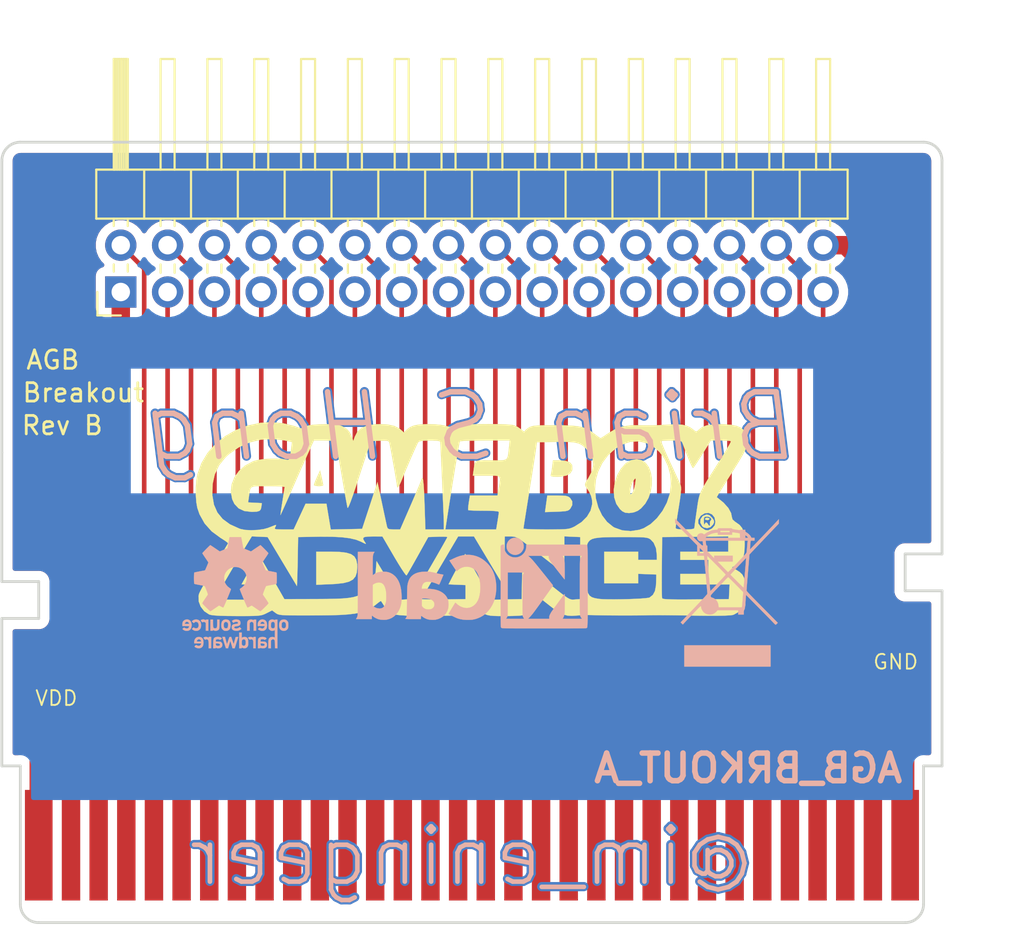
<source format=kicad_pcb>
(kicad_pcb (version 20171130) (host pcbnew 5.1.5-52549c5~84~ubuntu18.04.1)

  (general
    (thickness 1.6)
    (drawings 17)
    (tracks 128)
    (zones 0)
    (modules 6)
    (nets 1)
  )

  (page A)
  (title_block
    (title "AGB Breakout")
    (date 2019-12-25)
    (rev A)
  )

  (layers
    (0 F.Cu signal)
    (31 B.Cu signal)
    (32 B.Adhes user)
    (33 F.Adhes user)
    (34 B.Paste user)
    (35 F.Paste user)
    (36 B.SilkS user)
    (37 F.SilkS user)
    (38 B.Mask user)
    (39 F.Mask user)
    (40 Dwgs.User user)
    (41 Cmts.User user)
    (42 Eco1.User user)
    (43 Eco2.User user)
    (44 Edge.Cuts user)
    (45 Margin user)
    (46 B.CrtYd user)
    (47 F.CrtYd user)
    (48 B.Fab user)
    (49 F.Fab user)
  )

  (setup
    (last_trace_width 0.25)
    (user_trace_width 1)
    (trace_clearance 0.2)
    (zone_clearance 0.508)
    (zone_45_only no)
    (trace_min 0.2)
    (via_size 0.8)
    (via_drill 0.4)
    (via_min_size 0.4)
    (via_min_drill 0.3)
    (uvia_size 0.3)
    (uvia_drill 0.1)
    (uvias_allowed no)
    (uvia_min_size 0.2)
    (uvia_min_drill 0.1)
    (edge_width 0.15)
    (segment_width 0.2)
    (pcb_text_width 0.3)
    (pcb_text_size 1.5 1.5)
    (mod_edge_width 0.15)
    (mod_text_size 1 1)
    (mod_text_width 0.15)
    (pad_size 1.524 1.524)
    (pad_drill 0.762)
    (pad_to_mask_clearance 0.051)
    (solder_mask_min_width 0.25)
    (aux_axis_origin 0 0)
    (visible_elements FFFFFF7F)
    (pcbplotparams
      (layerselection 0x010f0_ffffffff)
      (usegerberextensions false)
      (usegerberattributes false)
      (usegerberadvancedattributes false)
      (creategerberjobfile false)
      (excludeedgelayer true)
      (linewidth 0.100000)
      (plotframeref false)
      (viasonmask false)
      (mode 1)
      (useauxorigin false)
      (hpglpennumber 1)
      (hpglpenspeed 20)
      (hpglpendiameter 15.000000)
      (psnegative false)
      (psa4output false)
      (plotreference true)
      (plotvalue true)
      (plotinvisibletext false)
      (padsonsilk false)
      (subtractmaskfromsilk false)
      (outputformat 1)
      (mirror false)
      (drillshape 0)
      (scaleselection 1)
      (outputdirectory "output/"))
  )

  (net 0 "")

  (net_class Default "This is the default net class."
    (clearance 0.2)
    (trace_width 0.25)
    (via_dia 0.8)
    (via_drill 0.4)
    (uvia_dia 0.3)
    (uvia_drill 0.1)
  )

  (module Custom:GBA_Logo (layer F.Cu) (tedit 0) (tstamp 5E18B6F3)
    (at 139.7 80)
    (fp_text reference G*** (at 0 0) (layer F.SilkS) hide
      (effects (font (size 1.524 1.524) (thickness 0.3)))
    )
    (fp_text value LOGO (at 0.75 0) (layer F.SilkS) hide
      (effects (font (size 1.524 1.524) (thickness 0.3)))
    )
    (fp_poly (pts (xy 12.866685 -0.036908) (xy 12.8905 0) (xy 12.837315 0.051592) (xy 12.7635 0.0635)
      (xy 12.660314 0.036907) (xy 12.6365 0) (xy 12.689684 -0.051593) (xy 12.7635 -0.0635)
      (xy 12.866685 -0.036908)) (layer F.SilkS) (width 0.01))
    (fp_poly (pts (xy 4.753941 -3.174064) (xy 5.090179 -3.147011) (xy 5.315087 -3.065189) (xy 5.433782 -2.924513)
      (xy 5.451384 -2.720899) (xy 5.433953 -2.631383) (xy 5.329067 -2.465768) (xy 5.116795 -2.351391)
      (xy 4.807893 -2.292882) (xy 4.631859 -2.286) (xy 4.41138 -2.292456) (xy 4.297418 -2.314992)
      (xy 4.269999 -2.358366) (xy 4.273643 -2.371296) (xy 4.299254 -2.478656) (xy 4.330516 -2.664703)
      (xy 4.351253 -2.815796) (xy 4.396133 -3.175) (xy 4.753941 -3.174064)) (layer F.SilkS) (width 0.01))
    (fp_poly (pts (xy 4.915084 -1.265471) (xy 5.099959 -1.247879) (xy 5.221714 -1.211222) (xy 5.312193 -1.149498)
      (xy 5.322026 -1.140527) (xy 5.440807 -0.95574) (xy 5.439829 -0.74781) (xy 5.339703 -0.56266)
      (xy 5.272256 -0.492895) (xy 5.186919 -0.447175) (xy 5.055444 -0.419039) (xy 4.849579 -0.402024)
      (xy 4.590723 -0.391332) (xy 3.96304 -0.369913) (xy 4.025243 -0.819957) (xy 4.087446 -1.27)
      (xy 4.635249 -1.27) (xy 4.915084 -1.265471)) (layer F.SilkS) (width 0.01))
    (fp_poly (pts (xy 12.885494 -0.20056) (xy 13.041216 -0.044715) (xy 13.125744 0.085904) (xy 13.133477 0.18489)
      (xy 13.077715 0.304535) (xy 12.938523 0.446484) (xy 12.755784 0.50088) (xy 12.574342 0.46082)
      (xy 12.49038 0.394956) (xy 12.393297 0.210742) (xy 12.398856 0.061993) (xy 12.578777 0.061993)
      (xy 12.580366 0.142875) (xy 12.590317 0.280385) (xy 12.607204 0.322858) (xy 12.616772 0.301625)
      (xy 12.670035 0.20744) (xy 12.706649 0.1905) (xy 12.779783 0.241134) (xy 12.804036 0.28575)
      (xy 12.865909 0.373623) (xy 12.913601 0.356287) (xy 12.910773 0.261166) (xy 12.914158 0.143579)
      (xy 12.945694 0.100382) (xy 12.994557 0.022183) (xy 12.948157 -0.061238) (xy 12.832773 -0.118265)
      (xy 12.756706 -0.127) (xy 12.641706 -0.117774) (xy 12.590088 -0.066549) (xy 12.578777 0.061993)
      (xy 12.398856 0.061993) (xy 12.40049 0.018284) (xy 12.50839 -0.140751) (xy 12.538127 -0.162544)
      (xy 12.723563 -0.239698) (xy 12.885494 -0.20056)) (layer F.SilkS) (width 0.01))
    (fp_poly (pts (xy -8.153782 -2.25425) (xy -8.109116 -2.045706) (xy -8.077672 -1.88881) (xy -8.067271 -1.825625)
      (xy -8.12178 -1.795824) (xy -8.261341 -1.779228) (xy -8.3185 -1.778) (xy -8.477562 -1.791684)
      (xy -8.566027 -1.825865) (xy -8.5725 -1.83969) (xy -8.547741 -1.926113) (xy -8.483249 -2.089721)
      (xy -8.405011 -2.268315) (xy -8.237521 -2.63525) (xy -8.153782 -2.25425)) (layer F.SilkS) (width 0.01))
    (fp_poly (pts (xy 9.209382 -3.184301) (xy 9.430834 -3.03409) (xy 9.596709 -2.805961) (xy 9.706606 -2.518244)
      (xy 9.760127 -2.189269) (xy 9.756872 -1.837367) (xy 9.696441 -1.480868) (xy 9.578434 -1.138102)
      (xy 9.402452 -0.8274) (xy 9.168096 -0.567092) (xy 8.993769 -0.439332) (xy 8.776657 -0.353226)
      (xy 8.525674 -0.317778) (xy 8.518525 -0.317738) (xy 8.316571 -0.336612) (xy 8.161322 -0.41243)
      (xy 8.032945 -0.526855) (xy 7.831879 -0.813638) (xy 7.718169 -1.168241) (xy 7.699527 -1.445036)
      (xy 8.576854 -1.445036) (xy 8.598389 -1.347285) (xy 8.625807 -1.3335) (xy 8.687612 -1.384886)
      (xy 8.75513 -1.500337) (xy 8.809972 -1.668846) (xy 8.85514 -1.88839) (xy 8.865026 -1.960712)
      (xy 8.882112 -2.133307) (xy 8.874898 -2.198496) (xy 8.836157 -2.17472) (xy 8.798614 -2.130184)
      (xy 8.712172 -1.98477) (xy 8.641337 -1.798776) (xy 8.593701 -1.607199) (xy 8.576854 -1.445036)
      (xy 7.699527 -1.445036) (xy 7.691328 -1.566761) (xy 7.750871 -1.985299) (xy 7.896312 -2.399951)
      (xy 8.077494 -2.717637) (xy 8.334257 -3.011021) (xy 8.619943 -3.183275) (xy 8.932752 -3.238263)
      (xy 9.209382 -3.184301)) (layer F.SilkS) (width 0.01))
    (fp_poly (pts (xy -7.177823 1.790407) (xy -6.817669 1.832768) (xy -6.555946 1.912786) (xy -6.379351 2.038168)
      (xy -6.274582 2.216619) (xy -6.228337 2.455845) (xy -6.223 2.604419) (xy -6.244092 2.894893)
      (xy -6.316306 3.119053) (xy -6.453051 3.2856) (xy -6.667736 3.403235) (xy -6.973771 3.480659)
      (xy -7.384563 3.526574) (xy -7.667625 3.541858) (xy -8.4455 3.573146) (xy -8.4455 1.778)
      (xy -7.649711 1.778) (xy -7.177823 1.790407)) (layer F.SilkS) (width 0.01))
    (fp_poly (pts (xy -10.249018 -5.189508) (xy -9.662471 -5.048056) (xy -9.548428 -5.007933) (xy -9.354035 -4.938948)
      (xy -9.23309 -4.915473) (xy -9.140841 -4.936562) (xy -9.038762 -4.997189) (xy -8.932315 -5.049518)
      (xy -8.78333 -5.086478) (xy -8.56734 -5.111584) (xy -8.25988 -5.128346) (xy -8.084942 -5.134108)
      (xy -7.746359 -5.141514) (xy -7.504505 -5.13874) (xy -7.329294 -5.122481) (xy -7.190641 -5.089431)
      (xy -7.058459 -5.036285) (xy -7.017365 -5.016798) (xy -6.802993 -4.891109) (xy -6.656529 -4.738044)
      (xy -6.542241 -4.515673) (xy -6.503062 -4.41325) (xy -6.433874 -4.22275) (xy -6.358344 -4.451538)
      (xy -6.214324 -4.731354) (xy -5.987434 -4.935758) (xy -5.669624 -5.068805) (xy -5.252841 -5.134552)
      (xy -4.984751 -5.143501) (xy -4.551064 -5.119966) (xy -4.213542 -5.045094) (xy -3.949562 -4.912479)
      (xy -3.832449 -4.817263) (xy -3.694415 -4.687586) (xy -3.556142 -4.825859) (xy -3.381839 -4.965848)
      (xy -3.171738 -5.060289) (xy -2.900131 -5.115814) (xy -2.541309 -5.139054) (xy -2.335665 -5.140713)
      (xy -1.993219 -5.129902) (xy -1.695515 -5.102891) (xy -1.478716 -5.063298) (xy -1.439055 -5.051031)
      (xy -1.254787 -4.99977) (xy -1.107819 -5.008765) (xy -0.98072 -5.053818) (xy -0.848831 -5.081754)
      (xy -0.61339 -5.104994) (xy -0.297764 -5.12334) (xy 0.07468 -5.136598) (xy 0.480574 -5.14457)
      (xy 0.89655 -5.14706) (xy 1.299241 -5.143871) (xy 1.665279 -5.134807) (xy 1.971298 -5.119671)
      (xy 2.193928 -5.098267) (xy 2.281639 -5.081251) (xy 2.478371 -4.992216) (xy 2.664968 -4.859339)
      (xy 2.678094 -4.847121) (xy 2.789524 -4.755648) (xy 2.852365 -4.733705) (xy 2.8575 -4.745441)
      (xy 2.906902 -4.820723) (xy 3.029702 -4.920723) (xy 3.07137 -4.947821) (xy 3.155096 -4.994111)
      (xy 3.248029 -5.028177) (xy 3.370157 -5.051873) (xy 3.541464 -5.06705) (xy 3.781937 -5.075562)
      (xy 4.111562 -5.079259) (xy 4.497738 -5.08) (xy 5.008103 -5.075734) (xy 5.413271 -5.059761)
      (xy 5.734853 -5.027326) (xy 5.994462 -4.97367) (xy 6.213709 -4.894036) (xy 6.414207 -4.783667)
      (xy 6.617567 -4.637804) (xy 6.660561 -4.603893) (xy 6.81956 -4.482162) (xy 6.937308 -4.401384)
      (xy 6.978264 -4.3815) (xy 7.046799 -4.415542) (xy 7.185185 -4.503903) (xy 7.328626 -4.602948)
      (xy 7.751072 -4.859472) (xy 8.169962 -5.013992) (xy 8.628935 -5.079795) (xy 8.905875 -5.083187)
      (xy 9.283549 -5.075492) (xy 9.580712 -5.072977) (xy 9.84378 -5.076525) (xy 10.119167 -5.08702)
      (xy 10.453291 -5.105347) (xy 10.628838 -5.115994) (xy 11.053049 -5.131321) (xy 11.379181 -5.114683)
      (xy 11.633244 -5.061144) (xy 11.841252 -4.965764) (xy 11.990151 -4.857556) (xy 12.113838 -4.759898)
      (xy 12.187251 -4.739896) (xy 12.256508 -4.792519) (xy 12.286539 -4.825215) (xy 12.476253 -4.975025)
      (xy 12.736968 -5.074518) (xy 13.084324 -5.127284) (xy 13.53396 -5.13691) (xy 13.632774 -5.134141)
      (xy 14.052226 -5.105033) (xy 14.367351 -5.044784) (xy 14.598857 -4.944497) (xy 14.767452 -4.795277)
      (xy 14.891354 -4.593508) (xy 14.951177 -4.445606) (xy 14.980498 -4.300666) (xy 14.973722 -4.143993)
      (xy 14.925259 -3.960893) (xy 14.829515 -3.736672) (xy 14.680899 -3.456633) (xy 14.473818 -3.106083)
      (xy 14.202681 -2.670327) (xy 14.094385 -2.499326) (xy 13.865514 -2.13723) (xy 13.662389 -1.812519)
      (xy 13.494026 -1.539883) (xy 13.369443 -1.334015) (xy 13.297656 -1.209605) (xy 13.283807 -1.178637)
      (xy 13.649767 -0.881886) (xy 13.911326 -0.589378) (xy 14.061553 -0.310207) (xy 14.097 -0.111819)
      (xy 14.138048 0.030768) (xy 14.276675 0.155825) (xy 14.318674 0.181746) (xy 14.519474 0.325612)
      (xy 14.657294 0.49598) (xy 14.742334 0.718188) (xy 14.78479 1.017573) (xy 14.795025 1.36525)
      (xy 14.780822 1.759264) (xy 14.732121 2.051074) (xy 14.63978 2.262918) (xy 14.494658 2.417035)
      (xy 14.320106 2.520629) (xy 14.097844 2.626619) (xy 14.329577 2.757934) (xy 14.528653 2.884984)
      (xy 14.667098 3.019355) (xy 14.755508 3.186851) (xy 14.804479 3.413278) (xy 14.824607 3.72444)
      (xy 14.82725 3.969879) (xy 14.82725 4.691946) (xy 14.607229 4.918949) (xy 14.422209 5.071271)
      (xy 14.217171 5.185825) (xy 14.146035 5.210894) (xy 14.000642 5.230387) (xy 13.736205 5.243947)
      (xy 13.360546 5.251457) (xy 12.881487 5.252802) (xy 12.30685 5.247866) (xy 11.984806 5.242983)
      (xy 11.480559 5.23506) (xy 10.997489 5.228788) (xy 10.555804 5.224327) (xy 10.175715 5.221841)
      (xy 9.877429 5.221492) (xy 9.681156 5.223442) (xy 9.652 5.224252) (xy 9.388692 5.230544)
      (xy 9.043124 5.234863) (xy 8.641635 5.237278) (xy 8.210567 5.237859) (xy 7.776257 5.236674)
      (xy 7.365045 5.233791) (xy 7.003272 5.229281) (xy 6.717278 5.223211) (xy 6.5405 5.21611)
      (xy 6.29343 5.211439) (xy 5.988544 5.220562) (xy 5.707816 5.240175) (xy 5.409425 5.258339)
      (xy 5.163728 5.241727) (xy 4.939841 5.179135) (xy 4.706878 5.059358) (xy 4.433954 4.871191)
      (xy 4.205713 4.695248) (xy 3.65125 4.257613) (xy 3.572507 4.521797) (xy 3.426913 4.827005)
      (xy 3.204475 5.064096) (xy 2.931696 5.205039) (xy 2.924609 5.207047) (xy 2.778299 5.230174)
      (xy 2.535947 5.249513) (xy 2.228495 5.263321) (xy 1.886886 5.269854) (xy 1.804636 5.270145)
      (xy 1.442492 5.268624) (xy 1.180099 5.261381) (xy 0.990228 5.2449) (xy 0.84565 5.215665)
      (xy 0.719136 5.170158) (xy 0.603373 5.115) (xy 0.296223 4.959501) (xy 0.100486 5.099125)
      (xy 0.041602 5.138309) (xy -0.02271 5.169498) (xy -0.106978 5.19371) (xy -0.225727 5.211967)
      (xy -0.393483 5.225286) (xy -0.624773 5.234688) (xy -0.934124 5.241193) (xy -1.336061 5.245819)
      (xy -1.845111 5.249587) (xy -2.06287 5.250963) (xy -2.672387 5.253816) (xy -3.16874 5.252329)
      (xy -3.565755 5.243927) (xy -3.877256 5.226034) (xy -4.117068 5.196074) (xy -4.299015 5.151471)
      (xy -4.436921 5.089649) (xy -4.544612 5.008032) (xy -4.635911 4.904043) (xy -4.724644 4.775107)
      (xy -4.739369 4.752236) (xy -4.842519 4.591492) (xy -4.913724 4.480837) (xy -4.931802 4.452973)
      (xy -4.984708 4.474623) (xy -5.098525 4.557336) (xy -5.149298 4.598883) (xy -5.354106 4.758648)
      (xy -5.56239 4.889692) (xy -5.789023 4.994771) (xy -6.048875 5.076641) (xy -6.356817 5.138057)
      (xy -6.72772 5.181773) (xy -7.176456 5.210544) (xy -7.717895 5.227127) (xy -8.366908 5.234276)
      (xy -8.582707 5.234989) (xy -9.121595 5.235782) (xy -9.548331 5.235124) (xy -9.87776 5.232046)
      (xy -10.12473 5.225584) (xy -10.304087 5.214772) (xy -10.430678 5.198644) (xy -10.519348 5.176233)
      (xy -10.584945 5.146573) (xy -10.642315 5.108699) (xy -10.653872 5.100228) (xy -10.841581 4.961707)
      (xy -11.146552 5.116103) (xy -11.254431 5.168096) (xy -11.357438 5.206842) (xy -11.475732 5.234241)
      (xy -11.629473 5.252192) (xy -11.83882 5.262596) (xy -12.123933 5.267352) (xy -12.50497 5.26836)
      (xy -12.758387 5.268014) (xy -13.264976 5.264102) (xy -13.656598 5.254066) (xy -13.945172 5.237218)
      (xy -14.142615 5.212866) (xy -14.258899 5.181181) (xy -14.520873 5.007337) (xy -14.714007 4.760806)
      (xy -14.82294 4.473475) (xy -14.826897 4.348316) (xy -13.918518 4.348316) (xy -13.847424 4.358843)
      (xy -13.66992 4.367995) (xy -13.406593 4.3752) (xy -13.07803 4.379891) (xy -12.718137 4.3815)
      (xy -11.55094 4.3815) (xy -11.58875 3.58775) (xy -12.043779 3.569201) (xy -12.498807 3.550652)
      (xy -12.053097 2.743701) (xy -11.894007 2.456517) (xy -11.757527 2.211748) (xy -11.654971 2.029561)
      (xy -11.597654 1.930124) (xy -11.589833 1.917931) (xy -11.554832 1.964982) (xy -11.466495 2.1072)
      (xy -11.333964 2.329184) (xy -11.166382 2.615533) (xy -10.972892 2.950846) (xy -10.873633 3.124431)
      (xy -10.174985 4.34975) (xy -8.468868 4.34568) (xy -7.876544 4.342108) (xy -7.394795 4.332869)
      (xy -7.007235 4.315501) (xy -6.69748 4.287543) (xy -6.449145 4.246535) (xy -6.245845 4.190015)
      (xy -6.071195 4.115524) (xy -5.90881 4.020599) (xy -5.799256 3.944735) (xy -5.53948 3.716931)
      (xy -5.365168 3.458521) (xy -5.260422 3.138089) (xy -5.213754 2.787608) (xy -5.17525 2.285974)
      (xy -4.542784 3.336593) (xy -3.910318 4.387211) (xy -3.594554 4.36848) (xy -3.278791 4.34975)
      (xy -3.277064 4.346846) (xy -2.7305 4.346846) (xy -2.670286 4.357708) (xy -2.502728 4.365507)
      (xy -2.247451 4.369912) (xy -1.924084 4.370588) (xy -1.552251 4.367203) (xy -1.539875 4.367026)
      (xy -0.34925 4.34975) (xy -0.34925 3.58775) (xy -0.809289 3.569099) (xy -1.269327 3.550449)
      (xy -1.102607 3.219849) (xy -0.989928 3.004707) (xy -0.841149 2.731673) (xy -0.684492 2.452364)
      (xy -0.650618 2.393193) (xy -0.365349 1.897136) (xy -0.258933 2.075693) (xy -0.194794 2.186583)
      (xy -0.080528 2.387412) (xy 0.072038 2.657258) (xy 0.251074 2.975198) (xy 0.444369 3.31963)
      (xy 1.041254 4.38501) (xy 2.69875 4.34975) (xy 2.716241 3.348786) (xy 2.733733 2.347823)
      (xy 3.827491 3.226338) (xy 4.243468 3.560516) (xy 4.572759 3.823869) (xy 4.828071 4.024628)
      (xy 5.022114 4.171022) (xy 5.167597 4.271279) (xy 5.27723 4.333631) (xy 5.36372 4.366305)
      (xy 5.439777 4.377533) (xy 5.518109 4.375542) (xy 5.593356 4.36979) (xy 5.87375 4.34975)
      (xy 5.87375 2.667) (xy 6.19125 2.667) (xy 6.194279 3.157147) (xy 6.20788 3.53587)
      (xy 6.23882 3.818688) (xy 6.293869 4.021118) (xy 6.379795 4.158679) (xy 6.503365 4.24689)
      (xy 6.67135 4.30127) (xy 6.890518 4.337337) (xy 6.9215 4.341286) (xy 7.118036 4.356042)
      (xy 7.395906 4.36373) (xy 7.730916 4.365044) (xy 8.098873 4.360678) (xy 8.475583 4.351325)
      (xy 8.836851 4.337678) (xy 9.158486 4.320432) (xy 9.416292 4.30028) (xy 9.586076 4.277916)
      (xy 9.636125 4.263462) (xy 9.814746 4.121793) (xy 9.927035 3.913827) (xy 9.982393 3.617958)
      (xy 9.991167 3.449787) (xy 10.297497 3.449787) (xy 10.299162 3.795399) (xy 10.303155 4.064978)
      (xy 10.309325 4.240537) (xy 10.316016 4.302023) (xy 10.351011 4.326608) (xy 10.442644 4.34537)
      (xy 10.602698 4.358727) (xy 10.842959 4.367094) (xy 11.17521 4.370888) (xy 11.611235 4.370527)
      (xy 12.142762 4.366616) (xy 13.93825 4.34975) (xy 13.97606 3.556) (xy 11.303 3.556)
      (xy 11.303 2.9845) (xy 12.827 2.9845) (xy 12.827 2.2225) (xy 11.303 2.2225)
      (xy 11.303 1.778) (xy 13.9065 1.778) (xy 13.9065 0.950522) (xy 10.31875 0.98425)
      (xy 10.301753 2.602406) (xy 10.29831 3.046127) (xy 10.297497 3.449787) (xy 9.991167 3.449787)
      (xy 9.991315 3.446954) (xy 10.00125 3.01625) (xy 9.509125 2.997703) (xy 9.017 2.979157)
      (xy 9.017 3.4925) (xy 7.1755 3.4925) (xy 7.1755 1.778) (xy 9.017 1.778)
      (xy 9.017 2.2225) (xy 10.033 2.2225) (xy 10.029415 1.952625) (xy 9.98228 1.583327)
      (xy 9.856157 1.290639) (xy 9.695009 1.117197) (xy 9.629131 1.073368) (xy 9.553723 1.040377)
      (xy 9.450869 1.016694) (xy 9.30265 1.000788) (xy 9.09115 0.991127) (xy 8.798451 0.98618)
      (xy 8.406635 0.984417) (xy 8.139259 0.98425) (xy 7.625113 0.986543) (xy 7.222274 0.995281)
      (xy 6.915105 1.013249) (xy 6.687965 1.043231) (xy 6.525215 1.088014) (xy 6.411216 1.150383)
      (xy 6.330329 1.233124) (xy 6.279114 1.31555) (xy 6.245292 1.415262) (xy 6.220581 1.579838)
      (xy 6.203996 1.824399) (xy 6.194556 2.164065) (xy 6.191276 2.613956) (xy 6.19125 2.667)
      (xy 5.87375 2.667) (xy 5.87375 0.98425) (xy 5.445125 0.965473) (xy 5.0165 0.946697)
      (xy 5.0165 1.933848) (xy 5.014326 2.271684) (xy 5.008327 2.559738) (xy 4.999285 2.776449)
      (xy 4.987981 2.900256) (xy 4.980682 2.921) (xy 4.922934 2.883465) (xy 4.779219 2.777867)
      (xy 4.56335 2.614713) (xy 4.289138 2.404512) (xy 3.970394 2.157771) (xy 3.687018 1.93675)
      (xy 3.299906 1.634299) (xy 2.998237 1.401177) (xy 2.767504 1.228358) (xy 2.593199 1.106819)
      (xy 2.460817 1.027534) (xy 2.35585 0.98148) (xy 2.263791 0.959632) (xy 2.170133 0.952966)
      (xy 2.104823 0.9525) (xy 1.780476 0.9525) (xy 1.74625 3.686112) (xy 0.928217 2.319306)
      (xy 0.110184 0.952499) (xy -0.319208 0.9525) (xy -0.748601 0.9525) (xy -1.739551 2.630945)
      (xy -1.985511 3.048721) (xy -2.209225 3.430971) (xy -2.402849 3.764112) (xy -2.558539 4.034559)
      (xy -2.668449 4.228731) (xy -2.724736 4.333044) (xy -2.7305 4.346846) (xy -3.277064 4.346846)
      (xy -3.01432 3.90525) (xy -2.820332 3.57747) (xy -2.607551 3.214972) (xy -2.385183 2.833752)
      (xy -2.162435 2.449808) (xy -1.948512 2.079138) (xy -1.752622 1.737738) (xy -1.583971 1.441606)
      (xy -1.451764 1.206739) (xy -1.365209 1.049135) (xy -1.333512 0.984792) (xy -1.3335 0.98458)
      (xy -1.391963 0.969534) (xy -1.547541 0.96211) (xy -1.770518 0.963388) (xy -1.851156 0.965806)
      (xy -2.368811 0.98425) (xy -2.934574 2.00025) (xy -3.117482 2.326727) (xy -3.281167 2.615141)
      (xy -3.414926 2.846935) (xy -3.508059 3.003556) (xy -3.549006 3.065662) (xy -3.594156 3.02883)
      (xy -3.691621 2.897241) (xy -3.831061 2.68661) (xy -4.002136 2.412648) (xy -4.194507 2.091069)
      (xy -4.227713 2.034288) (xy -4.85775 0.953502) (xy -5.381625 0.953001) (xy -5.663088 0.958849)
      (xy -5.83167 0.98354) (xy -5.901162 1.036813) (xy -5.885356 1.128407) (xy -5.80794 1.254029)
      (xy -5.757515 1.331148) (xy -5.763872 1.354316) (xy -5.845842 1.321931) (xy -6.014315 1.236493)
      (xy -6.285682 1.12795) (xy -6.630467 1.047753) (xy -7.060901 0.994501) (xy -7.589216 0.966796)
      (xy -8.227645 0.963236) (xy -8.382 0.965517) (xy -9.42975 0.98425) (xy -9.446252 1.9685)
      (xy -9.45313 2.34167) (xy -9.460842 2.699705) (xy -9.468602 3.009631) (xy -9.475622 3.238476)
      (xy -9.478002 3.298917) (xy -9.49325 3.645084) (xy -11.08635 0.98425) (xy -11.513099 0.965452)
      (xy -11.939847 0.946655) (xy -12.165677 1.314702) (xy -12.405755 1.709051) (xy -12.653638 2.121722)
      (xy -12.900973 2.538257) (xy -13.139405 2.944197) (xy -13.360579 3.325084) (xy -13.556143 3.66646)
      (xy -13.717741 3.953865) (xy -13.83702 4.172843) (xy -13.905625 4.308933) (xy -13.918518 4.348316)
      (xy -14.826897 4.348316) (xy -14.832306 4.177235) (xy -14.801704 4.054498) (xy -14.749215 3.941775)
      (xy -14.641595 3.739033) (xy -14.48932 3.464998) (xy -14.302869 3.138392) (xy -14.092719 2.777937)
      (xy -13.99238 2.608279) (xy -13.77966 2.250102) (xy -13.588952 1.92875) (xy -13.429735 1.660215)
      (xy -13.311486 1.460485) (xy -13.243682 1.345549) (xy -13.231475 1.324546) (xy -13.271246 1.275619)
      (xy -13.39679 1.18208) (xy -13.583374 1.061909) (xy -13.637904 1.029072) (xy -14.119833 0.674606)
      (xy -14.502183 0.24553) (xy -14.77949 -0.251089) (xy -14.899888 -0.60325) (xy -14.953113 -0.908364)
      (xy -14.979023 -1.288189) (xy -14.08152 -1.288189) (xy -14.080137 -1.267206) (xy -13.994894 -0.771905)
      (xy -13.809936 -0.349423) (xy -13.52181 0.004318) (xy -13.127059 0.293398) (xy -12.622231 0.521894)
      (xy -12.54125 0.549721) (xy -12.293113 0.597544) (xy -11.971386 0.612744) (xy -11.624703 0.597201)
      (xy -11.3017 0.552796) (xy -11.08075 0.493261) (xy -10.891127 0.420941) (xy -10.735774 0.359554)
      (xy -10.708238 0.348174) (xy -10.628049 0.324652) (xy -10.632762 0.375503) (xy -10.662847 0.434871)
      (xy -10.693352 0.501381) (xy -10.682873 0.541807) (xy -10.609625 0.56264) (xy -10.451821 0.570374)
      (xy -10.204338 0.5715) (xy -9.672707 0.5715) (xy -9.024465 -0.8255) (xy -7.892421 -0.8255)
      (xy -7.775615 -0.125289) (xy -7.65881 0.574923) (xy -6.808452 0.557336) (xy -5.958095 0.53975)
      (xy -5.540985 -0.73025) (xy -5.123876 -2.00025) (xy -4.881575 -0.85725) (xy -4.802092 -0.483451)
      (xy -4.72964 -0.144837) (xy -4.669123 0.135832) (xy -4.625447 0.335796) (xy -4.604427 0.428625)
      (xy -4.568624 0.512694) (xy -4.491345 0.555512) (xy -4.337941 0.570382) (xy -4.232277 0.5715)
      (xy -3.894972 0.5715) (xy -3.335283 -0.714375) (xy -3.170266 -1.095357) (xy -3.021773 -1.441714)
      (xy -2.897621 -1.734929) (xy -2.805627 -1.956481) (xy -2.753607 -2.087852) (xy -2.745641 -2.111375)
      (xy -2.709316 -2.209726) (xy -2.677714 -2.21217) (xy -2.650085 -2.113167) (xy -2.62568 -1.907172)
      (xy -2.60375 -1.588643) (xy -2.583544 -1.152038) (xy -2.57175 -0.8255) (xy -2.525165 0.5715)
      (xy -1.524 0.5715) (xy -1.442127 0.5715) (xy 1.314888 0.5715) (xy 1.322753 0.523875)
      (xy 2.794196 0.523875) (xy 2.854406 0.538594) (xy 3.022267 0.551465) (xy 3.278434 0.561736)
      (xy 3.603564 0.568656) (xy 3.978311 0.571472) (xy 4.019782 0.5715) (xy 4.445428 0.570849)
      (xy 4.765455 0.567402) (xy 5.001244 0.558917) (xy 5.174175 0.543153) (xy 5.305629 0.517868)
      (xy 5.416985 0.480821) (xy 5.529624 0.429769) (xy 5.572188 0.408736) (xy 5.94992 0.168774)
      (xy 6.241563 -0.124125) (xy 6.436016 -0.452998) (xy 6.522177 -0.800882) (xy 6.514539 -1.03128)
      (xy 6.459782 -1.25512) (xy 6.353377 -1.480984) (xy 6.266086 -1.612928) (xy 6.677997 -1.612928)
      (xy 6.723518 -1.105755) (xy 6.852939 -0.626832) (xy 7.058034 -0.197264) (xy 7.330572 0.161849)
      (xy 7.662325 0.429403) (xy 7.738035 0.471614) (xy 8.158471 0.620333) (xy 8.614085 0.660224)
      (xy 9.073517 0.590636) (xy 9.318673 0.504512) (xy 9.68814 0.283699) (xy 10.033391 -0.037756)
      (xy 10.334702 -0.433573) (xy 10.572352 -0.877474) (xy 10.726619 -1.343181) (xy 10.735283 -1.383064)
      (xy 10.793995 -1.905206) (xy 10.756644 -2.404645) (xy 10.632971 -2.868561) (xy 10.432716 -3.284137)
      (xy 10.165618 -3.638553) (xy 9.84142 -3.91899) (xy 9.469859 -4.112631) (xy 9.060677 -4.206656)
      (xy 8.623615 -4.188246) (xy 8.60619 -4.185083) (xy 8.16125 -4.040025) (xy 7.746152 -3.786548)
      (xy 7.377225 -3.44251) (xy 7.070798 -3.025771) (xy 6.843202 -2.55419) (xy 6.724607 -2.12725)
      (xy 6.677997 -1.612928) (xy 6.266086 -1.612928) (xy 6.175793 -1.749407) (xy 6.154466 -1.778654)
      (xy 6.130318 -1.857753) (xy 6.166394 -1.973779) (xy 6.27235 -2.153528) (xy 6.309971 -2.210198)
      (xy 6.510429 -2.587242) (xy 6.586809 -2.941778) (xy 6.538988 -3.278938) (xy 6.366842 -3.603855)
      (xy 6.273772 -3.719544) (xy 6.117317 -3.88458) (xy 5.964301 -4.006408) (xy 5.79242 -4.090964)
      (xy 5.579373 -4.144182) (xy 5.302857 -4.171998) (xy 4.940568 -4.180347) (xy 4.555906 -4.176696)
      (xy 3.52491 -4.15925) (xy 3.473113 -3.77825) (xy 3.449872 -3.619268) (xy 3.409239 -3.354256)
      (xy 3.354259 -3.002531) (xy 3.287975 -2.583407) (xy 3.213432 -2.116201) (xy 3.133674 -1.620229)
      (xy 3.107855 -1.4605) (xy 3.030228 -0.979427) (xy 2.959586 -0.538856) (xy 2.898394 -0.154383)
      (xy 2.849118 0.1584) (xy 2.814221 0.383898) (xy 2.796168 0.506517) (xy 2.794196 0.523875)
      (xy 1.322753 0.523875) (xy 1.387694 0.130643) (xy 1.424035 -0.098437) (xy 1.450131 -0.280145)
      (xy 1.460489 -0.376166) (xy 1.4605 -0.377357) (xy 1.39794 -0.408499) (xy 1.213379 -0.430232)
      (xy 0.911496 -0.442172) (xy 0.645583 -0.4445) (xy 0.337071 -0.44682) (xy 0.077043 -0.453158)
      (xy -0.109531 -0.462587) (xy -0.197686 -0.474178) (xy -0.20081 -0.475977) (xy -0.208111 -0.550424)
      (xy -0.195314 -0.712125) (xy -0.170884 -0.888727) (xy -0.109482 -1.27) (xy 1.383962 -1.27)
      (xy 1.453981 -1.672077) (xy 1.504179 -1.955758) (xy 1.525905 -2.147057) (xy 1.501346 -2.264056)
      (xy 1.412684 -2.324838) (xy 1.242105 -2.347483) (xy 0.971791 -2.350075) (xy 0.786539 -2.3495)
      (xy 0.049079 -2.3495) (xy 0.091656 -2.651125) (xy 0.120053 -2.85912) (xy 0.15046 -3.003492)
      (xy 0.203888 -3.095784) (xy 0.301344 -3.147538) (xy 0.463837 -3.170299) (xy 0.712377 -3.175608)
      (xy 1.045145 -3.175) (xy 1.395366 -3.173637) (xy 1.639669 -3.179436) (xy 1.7989 -3.207232)
      (xy 1.89391 -3.271857) (xy 1.945547 -3.388146) (xy 1.974658 -3.570933) (xy 2.002094 -3.835052)
      (xy 2.004563 -3.857625) (xy 2.044383 -4.2181) (xy 10.271766 -4.2181) (xy 10.28595 -4.151967)
      (xy 10.347153 -3.989603) (xy 10.447672 -3.749383) (xy 10.579806 -3.449682) (xy 10.735853 -3.108877)
      (xy 10.744197 -3.090975) (xy 10.90889 -2.736819) (xy 11.058798 -2.412356) (xy 11.184079 -2.139051)
      (xy 11.274893 -1.938375) (xy 11.320822 -1.833213) (xy 11.342774 -1.736722) (xy 11.34542 -1.588533)
      (xy 11.327228 -1.370734) (xy 11.286664 -1.065411) (xy 11.222198 -0.654651) (xy 11.217611 -0.626713)
      (xy 11.160469 -0.274353) (xy 11.111581 0.036694) (xy 11.074397 0.283701) (xy 11.052366 0.44394)
      (xy 11.047803 0.492125) (xy 11.092467 0.535467) (xy 11.233773 0.561123) (xy 11.485083 0.571175)
      (xy 11.557 0.5715) (xy 11.84512 0.562782) (xy 12.015688 0.537047) (xy 12.065 0.500368)
      (xy 12.073786 0.414704) (xy 12.097919 0.228084) (xy 12.122293 0.050771) (xy 12.275427 0.050771)
      (xy 12.279105 0.245429) (xy 12.40954 0.433594) (xy 12.450872 0.470605) (xy 12.647678 0.601108)
      (xy 12.818954 0.621743) (xy 12.999415 0.534437) (xy 13.040686 0.503391) (xy 13.17264 0.347461)
      (xy 13.208 0.154141) (xy 13.157454 -0.082441) (xy 13.02536 -0.245984) (xy 12.841033 -0.325407)
      (xy 12.633786 -0.309625) (xy 12.432935 -0.187558) (xy 12.398375 -0.151947) (xy 12.275427 0.050771)
      (xy 12.122293 0.050771) (xy 12.134061 -0.034833) (xy 12.178871 -0.349384) (xy 12.196115 -0.468007)
      (xy 12.233717 -0.728963) (xy 12.266689 -0.94195) (xy 12.302605 -1.123456) (xy 12.349041 -1.289965)
      (xy 12.413571 -1.457965) (xy 12.50377 -1.643941) (xy 12.627214 -1.86438) (xy 12.791476 -2.135768)
      (xy 13.004132 -2.474591) (xy 13.272756 -2.897336) (xy 13.415344 -3.121592) (xy 13.619278 -3.447251)
      (xy 13.794519 -3.736076) (xy 13.93135 -3.971292) (xy 14.020051 -4.136121) (xy 14.050906 -4.21379)
      (xy 14.049866 -4.216967) (xy 13.973095 -4.234269) (xy 13.80179 -4.247354) (xy 13.568401 -4.254057)
      (xy 13.487483 -4.2545) (xy 12.962633 -4.2545) (xy 12.506178 -3.523277) (xy 12.33512 -3.252749)
      (xy 12.1855 -3.022655) (xy 12.07118 -2.853835) (xy 12.00602 -2.767131) (xy 11.999009 -2.760711)
      (xy 11.954659 -2.80446) (xy 11.873927 -2.962678) (xy 11.759538 -3.229002) (xy 11.614218 -3.597075)
      (xy 11.440694 -4.060534) (xy 11.433604 -4.079875) (xy 11.396961 -4.165085) (xy 11.344772 -4.216784)
      (xy 11.248537 -4.24334) (xy 11.079756 -4.253122) (xy 10.838905 -4.2545) (xy 10.591473 -4.250422)
      (xy 10.396002 -4.239564) (xy 10.284642 -4.223988) (xy 10.271766 -4.2181) (xy 2.044383 -4.2181)
      (xy 2.048404 -4.2545) (xy 0.710449 -4.2545) (xy 0.311376 -4.252253) (xy -0.043162 -4.245972)
      (xy -0.334078 -4.236347) (xy -0.542282 -4.22407) (xy -0.648684 -4.209831) (xy -0.658114 -4.204974)
      (xy -0.674974 -4.133002) (xy -0.70897 -3.951846) (xy -0.757408 -3.677768) (xy -0.817589 -3.327026)
      (xy -0.88682 -2.915879) (xy -0.962403 -2.460588) (xy -1.041643 -1.977412) (xy -1.121843 -1.482609)
      (xy -1.200308 -0.99244) (xy -1.274341 -0.523164) (xy -1.341247 -0.09104) (xy -1.352719 -0.015875)
      (xy -1.442127 0.5715) (xy -1.524 0.5715) (xy -1.524872 0.269875) (xy -1.527977 0.132508)
      (xy -1.536359 -0.113596) (xy -1.549287 -0.45032) (xy -1.566032 -0.859543) (xy -1.585861 -1.323145)
      (xy -1.608044 -1.823008) (xy -1.619003 -2.06375) (xy -1.64177 -2.561466) (xy -1.662596 -3.019945)
      (xy -1.680774 -3.423393) (xy -1.6956 -3.756013) (xy -1.706367 -4.002009) (xy -1.712369 -4.145586)
      (xy -1.713382 -4.175125) (xy -1.755373 -4.216391) (xy -1.88932 -4.241796) (xy -2.129288 -4.253318)
      (xy -2.278225 -4.2545) (xy -2.613096 -4.244584) (xy -2.824691 -4.214936) (xy -2.906092 -4.175125)
      (xy -2.950593 -4.093099) (xy -3.034588 -3.914719) (xy -3.148936 -3.660948) (xy -3.284497 -3.352751)
      (xy -3.432128 -3.011092) (xy -3.582687 -2.656935) (xy -3.727034 -2.311243) (xy -3.847431 -2.016364)
      (xy -3.934666 -1.828872) (xy -4.007186 -1.725673) (xy -4.053439 -1.719406) (xy -4.064 -1.779366)
      (xy -4.074859 -1.866863) (xy -4.10448 -2.05423) (xy -4.14843 -2.316473) (xy -4.202275 -2.628598)
      (xy -4.261581 -2.965612) (xy -4.321916 -3.302519) (xy -4.378846 -3.614327) (xy -4.427937 -3.876041)
      (xy -4.464755 -4.062668) (xy -4.48379 -4.145955) (xy -4.517714 -4.20382) (xy -4.593354 -4.235754)
      (xy -4.738301 -4.246816) (xy -4.980144 -4.242067) (xy -5.003202 -4.241205) (xy -5.487708 -4.22275)
      (xy -6.09812 -2.3495) (xy -6.293811 -1.756532) (xy -6.454688 -1.285565) (xy -6.580796 -0.936478)
      (xy -6.672181 -0.709149) (xy -6.728887 -0.603457) (xy -6.748477 -0.60325) (xy -6.769417 -0.697743)
      (xy -6.808208 -0.8998) (xy -6.861662 -1.191742) (xy -6.926588 -1.555887) (xy -6.999797 -1.974555)
      (xy -7.078101 -2.430067) (xy -7.079586 -2.438782) (xy -7.15735 -2.890119) (xy -7.229702 -3.30065)
      (xy -7.293565 -3.653644) (xy -7.345858 -3.932366) (xy -7.383504 -4.120087) (xy -7.403421 -4.200073)
      (xy -7.403873 -4.200907) (xy -7.478073 -4.224708) (xy -7.648587 -4.243081) (xy -7.884756 -4.253295)
      (xy -8.00528 -4.2545) (xy -8.573565 -4.2545) (xy -8.813554 -3.730625) (xy -8.907023 -3.524105)
      (xy -9.041069 -3.224517) (xy -9.205352 -2.855143) (xy -9.389535 -2.439264) (xy -9.583279 -2.000158)
      (xy -9.71489 -1.700911) (xy -9.89298 -1.296896) (xy -10.05381 -0.934875) (xy -10.190554 -0.629981)
      (xy -10.296387 -0.397346) (xy -10.364484 -0.252104) (xy -10.387926 -0.208661) (xy -10.382972 -0.272767)
      (xy -10.360777 -0.436976) (xy -10.324954 -0.676113) (xy -10.281148 -0.9525) (xy -10.23437 -1.244058)
      (xy -10.196062 -1.488894) (xy -10.170348 -1.660252) (xy -10.161342 -1.730375) (xy -10.220608 -1.74727)
      (xy -10.384503 -1.761527) (xy -10.630661 -1.77198) (xy -10.936719 -1.777461) (xy -11.073867 -1.778)
      (xy -11.437057 -1.779289) (xy -11.693679 -1.775458) (xy -11.863998 -1.754958) (xy -11.968283 -1.706244)
      (xy -12.026801 -1.617767) (xy -12.059821 -1.477979) (xy -12.087609 -1.275335) (xy -12.098898 -1.193994)
      (xy -12.14191 -0.895738) (xy -11.39825 -0.85725) (xy -11.420627 -0.66675) (xy -11.452101 -0.523589)
      (xy -11.523022 -0.438056) (xy -11.660433 -0.395796) (xy -11.891373 -0.382452) (xy -11.957029 -0.381973)
      (xy -12.348887 -0.429193) (xy -12.658631 -0.573248) (xy -12.886509 -0.8143) (xy -13.008704 -1.073101)
      (xy -13.080492 -1.475428) (xy -13.036317 -1.875885) (xy -12.886275 -2.25716) (xy -12.64046 -2.601939)
      (xy -12.308969 -2.892909) (xy -11.901895 -3.112756) (xy -11.796426 -3.152203) (xy -11.562884 -3.207473)
      (xy -11.253635 -3.246803) (xy -10.90948 -3.268628) (xy -10.571221 -3.271381) (xy -10.27966 -3.253494)
      (xy -10.088727 -3.217775) (xy -9.996364 -3.198181) (xy -9.932034 -3.221647) (xy -9.886369 -3.308028)
      (xy -9.849999 -3.477174) (xy -9.813553 -3.748939) (xy -9.805324 -3.818253) (xy -9.76393 -4.170449)
      (xy -10.16834 -4.259905) (xy -10.809167 -4.33914) (xy -11.448489 -4.299353) (xy -12.067638 -4.145927)
      (xy -12.647946 -3.884247) (xy -13.170744 -3.519698) (xy -13.369202 -3.336684) (xy -13.713565 -2.909985)
      (xy -13.945936 -2.429642) (xy -14.06802 -1.890697) (xy -14.08152 -1.288189) (xy -14.979023 -1.288189)
      (xy -14.979127 -1.289711) (xy -14.978149 -1.69952) (xy -14.950401 -2.090024) (xy -14.896103 -2.413451)
      (xy -14.891443 -2.431848) (xy -14.671254 -3.031983) (xy -14.342779 -3.579398) (xy -13.916925 -4.065209)
      (xy -13.404603 -4.480532) (xy -12.81672 -4.816483) (xy -12.164184 -5.064179) (xy -11.477626 -5.212018)
      (xy -10.871683 -5.246026) (xy -10.249018 -5.189508)) (layer F.SilkS) (width 0.01))
  )

  (module Symbol:WEEE-Logo_5.6x8mm_SilkScreen (layer B.Cu) (tedit 0) (tstamp 5E18B8E8)
    (at 153.543 84 180)
    (descr "Waste Electrical and Electronic Equipment Directive")
    (tags "Logo WEEE")
    (attr virtual)
    (fp_text reference REF** (at 0 0) (layer B.SilkS) hide
      (effects (font (size 1 1) (thickness 0.15)) (justify mirror))
    )
    (fp_text value WEEE-Logo_5.6x8mm_SilkScreen (at 0.75 0) (layer B.Fab) hide
      (effects (font (size 1 1) (thickness 0.15)) (justify mirror))
    )
    (fp_poly (pts (xy 2.823256 3.900663) (xy 2.822433 3.784934) (xy 2.222115 3.175) (xy 1.621796 2.565066)
      (xy 1.621359 2.285165) (xy 1.620921 2.005263) (xy 1.255337 2.005263) (xy 1.245917 1.934244)
      (xy 1.24235 1.901873) (xy 1.236338 1.840913) (xy 1.228201 1.755002) (xy 1.218262 1.647774)
      (xy 1.206843 1.522867) (xy 1.194264 1.383917) (xy 1.180847 1.234559) (xy 1.166915 1.078432)
      (xy 1.152788 0.91917) (xy 1.138788 0.76041) (xy 1.125237 0.605789) (xy 1.112456 0.458943)
      (xy 1.100767 0.323507) (xy 1.090492 0.20312) (xy 1.081952 0.101416) (xy 1.075469 0.022033)
      (xy 1.071364 -0.031394) (xy 1.069959 -0.055229) (xy 1.06996 -0.055342) (xy 1.080204 -0.074466)
      (xy 1.110974 -0.113955) (xy 1.162689 -0.174266) (xy 1.235767 -0.255861) (xy 1.330627 -0.359198)
      (xy 1.447687 -0.484738) (xy 1.587367 -0.63294) (xy 1.750084 -0.804263) (xy 1.795821 -0.852237)
      (xy 2.521195 -1.612566) (xy 2.462551 -1.671052) (xy 2.403908 -1.729539) (xy 2.309026 -1.62631)
      (xy 2.274315 -1.589003) (xy 2.220094 -1.531311) (xy 2.149941 -1.457013) (xy 2.067432 -1.369889)
      (xy 1.976145 -1.273718) (xy 1.879658 -1.17228) (xy 1.821935 -1.111695) (xy 1.713566 -0.998197)
      (xy 1.625972 -0.907285) (xy 1.55692 -0.837307) (xy 1.504176 -0.78661) (xy 1.465506 -0.75354)
      (xy 1.438677 -0.736444) (xy 1.421456 -0.733669) (xy 1.411608 -0.743563) (xy 1.406901 -0.764471)
      (xy 1.405101 -0.794741) (xy 1.404859 -0.803002) (xy 1.392342 -0.859909) (xy 1.361503 -0.928693)
      (xy 1.318497 -0.998475) (xy 1.26948 -1.058378) (xy 1.249866 -1.076882) (xy 1.14923 -1.141628)
      (xy 1.031673 -1.177854) (xy 0.927738 -1.186447) (xy 0.809951 -1.170239) (xy 0.701169 -1.122712)
      (xy 0.60489 -1.045511) (xy 0.587125 -1.026295) (xy 0.522168 -0.9525) (xy -0.601579 -0.9525)
      (xy -0.601579 -1.186447) (xy -0.902368 -1.186447) (xy -0.902368 -1.077152) (xy -0.906143 -1.002539)
      (xy -0.918825 -0.95075) (xy -0.934237 -0.92258) (xy -0.94525 -0.902424) (xy -0.954679 -0.8732)
      (xy -0.963151 -0.830575) (xy -0.97129 -0.770217) (xy -0.979721 -0.687793) (xy -0.989068 -0.578972)
      (xy -0.995469 -0.498017) (xy -1.024831 -0.118732) (xy -1.745659 -0.848938) (xy -1.875992 -0.981066)
      (xy -2.001108 -1.108096) (xy -2.118721 -1.227695) (xy -2.226545 -1.337528) (xy -2.322295 -1.435263)
      (xy -2.403683 -1.518566) (xy -2.468423 -1.585104) (xy -2.51423 -1.632542) (xy -2.538792 -1.65852)
      (xy -2.579145 -1.699649) (xy -2.612805 -1.728335) (xy -2.63091 -1.737895) (xy -2.654035 -1.726697)
      (xy -2.687743 -1.698719) (xy -2.699169 -1.687326) (xy -2.747617 -1.636757) (xy -2.480881 -1.365702)
      (xy -2.412831 -1.296652) (xy -2.325085 -1.207774) (xy -2.221492 -1.102959) (xy -2.1059 -0.986097)
      (xy -1.982159 -0.861079) (xy -1.854119 -0.731795) (xy -1.725628 -0.602136) (xy -1.633454 -0.509179)
      (xy -1.493342 -0.36752) (xy -1.375632 -0.247591) (xy -1.27882 -0.147768) (xy -1.201399 -0.066428)
      (xy -1.141864 -0.001948) (xy -1.112358 0.031723) (xy -0.875409 0.031723) (xy -0.845743 -0.347592)
      (xy -0.836797 -0.458777) (xy -0.828142 -0.560453) (xy -0.820271 -0.647304) (xy -0.813672 -0.714018)
      (xy -0.808836 -0.755279) (xy -0.80728 -0.764506) (xy -0.798482 -0.802105) (xy 0.463319 -0.802105)
      (xy 0.471742 -0.697173) (xy 0.497172 -0.573195) (xy 0.550389 -0.463524) (xy 0.628037 -0.372156)
      (xy 0.726763 -0.303083) (xy 0.837572 -0.26162) (xy 0.87352 -0.242171) (xy 0.891517 -0.20043)
      (xy 0.891894 -0.198589) (xy 0.894053 -0.180967) (xy 0.891384 -0.162922) (xy 0.88128 -0.141108)
      (xy 0.861137 -0.112177) (xy 0.828349 -0.072783) (xy 0.78031 -0.019577) (xy 0.714416 0.050786)
      (xy 0.62806 0.141654) (xy 0.62248 0.147507) (xy 0.529595 0.245044) (xy 0.430845 0.348933)
      (xy 0.333016 0.452023) (xy 0.242893 0.547161) (xy 0.167262 0.627196) (xy 0.150395 0.645089)
      (xy 0.085735 0.712556) (xy 0.028295 0.770291) (xy -0.017801 0.814325) (xy -0.048431 0.840686)
      (xy -0.058715 0.846479) (xy -0.074052 0.834354) (xy -0.109917 0.80109) (xy -0.163488 0.749458)
      (xy -0.23194 0.682225) (xy -0.312447 0.602163) (xy -0.402187 0.512039) (xy -0.475532 0.437802)
      (xy -0.875409 0.031723) (xy -1.112358 0.031723) (xy -1.098709 0.047297) (xy -1.070429 0.082929)
      (xy -1.055517 0.106571) (xy -1.052199 0.11752) (xy -1.053456 0.141414) (xy -1.057274 0.195499)
      (xy -1.063407 0.276662) (xy -1.071607 0.38179) (xy -1.081627 0.507772) (xy -1.09322 0.651495)
      (xy -1.10614 0.809846) (xy -1.120138 0.979713) (xy -1.131419 1.115472) (xy -1.19525 1.880894)
      (xy -1.031004 1.880894) (xy -1.030297 1.864376) (xy -1.026969 1.817855) (xy -1.02129 1.744622)
      (xy -1.013526 1.647972) (xy -1.003943 1.531195) (xy -0.992811 1.397586) (xy -0.980395 1.250437)
      (xy -0.96848 1.110729) (xy -0.954984 0.952213) (xy -0.942413 0.802579) (xy -0.931055 0.665398)
      (xy -0.921198 0.544241) (xy -0.91313 0.44268) (xy -0.90714 0.364288) (xy -0.903515 0.312637)
      (xy -0.902509 0.292577) (xy -0.90094 0.280092) (xy -0.894722 0.275138) (xy -0.881459 0.279782)
      (xy -0.858753 0.296091) (xy -0.824208 0.326132) (xy -0.775427 0.371973) (xy -0.710013 0.43568)
      (xy -0.625569 0.519321) (xy -0.535971 0.608701) (xy -0.169574 0.974814) (xy -0.172141 0.977566)
      (xy 0.070049 0.977566) (xy 0.081087 0.96245) (xy 0.111987 0.926858) (xy 0.159653 0.874059)
      (xy 0.220987 0.807327) (xy 0.292893 0.72993) (xy 0.372273 0.645142) (xy 0.456031 0.556233)
      (xy 0.54107 0.466474) (xy 0.624292 0.379136) (xy 0.702601 0.297491) (xy 0.7729 0.224809)
      (xy 0.832091 0.164363) (xy 0.877078 0.119422) (xy 0.904764 0.093258) (xy 0.912314 0.087928)
      (xy 0.914803 0.105133) (xy 0.91997 0.152652) (xy 0.92753 0.227511) (xy 0.9372 0.326736)
      (xy 0.948695 0.447351) (xy 0.961731 0.586382) (xy 0.976024 0.740855) (xy 0.99129 0.907794)
      (xy 1.003479 1.042403) (xy 1.019071 1.216946) (xy 1.033477 1.381373) (xy 1.046453 1.532701)
      (xy 1.057759 1.667947) (xy 1.067152 1.78413) (xy 1.074389 1.878265) (xy 1.079228 1.94737)
      (xy 1.081427 1.988462) (xy 1.081176 1.999132) (xy 1.06803 1.989628) (xy 1.034554 1.95908)
      (xy 0.983674 1.910444) (xy 0.918317 1.846677) (xy 0.841409 1.770735) (xy 0.755876 1.685576)
      (xy 0.664646 1.594155) (xy 0.570644 1.499431) (xy 0.476798 1.404359) (xy 0.386033 1.311897)
      (xy 0.301277 1.225001) (xy 0.225456 1.146628) (xy 0.161497 1.079735) (xy 0.112326 1.027278)
      (xy 0.080869 0.992215) (xy 0.070049 0.977566) (xy -0.172141 0.977566) (xy -0.306202 1.12124)
      (xy -0.375784 1.195552) (xy -0.453881 1.278517) (xy -0.537406 1.366898) (xy -0.62327 1.457459)
      (xy -0.708385 1.546964) (xy -0.789664 1.632177) (xy -0.864019 1.709861) (xy -0.928363 1.77678)
      (xy -0.979606 1.829697) (xy -1.014663 1.865377) (xy -1.030444 1.880584) (xy -1.031004 1.880894)
      (xy -1.19525 1.880894) (xy -1.211204 2.072193) (xy -2.009286 2.911515) (xy -2.807368 3.750836)
      (xy -2.806781 3.868148) (xy -2.806194 3.985461) (xy -2.677275 3.847747) (xy -2.605124 3.770937)
      (xy -2.51994 3.680696) (xy -2.424021 3.579425) (xy -2.319666 3.469524) (xy -2.209174 3.353396)
      (xy -2.094844 3.233442) (xy -1.978975 3.112064) (xy -1.863865 2.991662) (xy -1.751814 2.874638)
      (xy -1.645119 2.763394) (xy -1.54608 2.660331) (xy -1.456997 2.56785) (xy -1.380166 2.488353)
      (xy -1.317888 2.424242) (xy -1.272462 2.377917) (xy -1.246185 2.351781) (xy -1.240426 2.346767)
      (xy -1.24003 2.364209) (xy -1.242208 2.408865) (xy -1.246583 2.47466) (xy -1.252775 2.555517)
      (xy -1.255433 2.587817) (xy -1.275228 2.824079) (xy -1.120242 2.824079) (xy -1.11224 2.78648)
      (xy -1.10816 2.756745) (xy -1.102425 2.700797) (xy -1.095701 2.625764) (xy -1.088648 2.538775)
      (xy -1.086207 2.506579) (xy -1.079008 2.414139) (xy -1.071742 2.328293) (xy -1.065136 2.257153)
      (xy -1.059916 2.208831) (xy -1.058739 2.200061) (xy -1.054298 2.182058) (xy -1.044687 2.160983)
      (xy -1.02786 2.134475) (xy -1.001775 2.100172) (xy -0.964387 2.055711) (xy -0.913654 1.998729)
      (xy -0.84753 1.926864) (xy -0.763974 1.837754) (xy -0.66094 1.729036) (xy -0.555833 1.618725)
      (xy -0.451262 1.509559) (xy -0.353649 1.40846) (xy -0.265422 1.317885) (xy -0.189012 1.240292)
      (xy -0.126849 1.178138) (xy -0.081363 1.133882) (xy -0.054983 1.109982) (xy -0.049357 1.106426)
      (xy -0.034557 1.119319) (xy 0.000039 1.15294) (xy 0.051071 1.203918) (xy 0.115183 1.26888)
      (xy 0.189016 1.344452) (xy 0.242411 1.399507) (xy 0.521173 1.687763) (xy -0.30079 1.687763)
      (xy -0.30079 2.005263) (xy 0.701842 2.005263) (xy 0.701842 1.863794) (xy 0.885658 2.04704)
      (xy 1.016052 2.177029) (xy 1.27 2.177029) (xy 1.272429 2.156523) (xy 1.284724 2.145098)
      (xy 1.314396 2.14012) (xy 1.368955 2.138956) (xy 1.378618 2.138948) (xy 1.487237 2.138948)
      (xy 1.487237 2.430416) (xy 1.378618 2.322763) (xy 1.317346 2.257313) (xy 1.280699 2.207171)
      (xy 1.27 2.177029) (xy 1.016052 2.177029) (xy 1.069474 2.230285) (xy 1.069474 2.393498)
      (xy 1.069985 2.468586) (xy 1.072328 2.516355) (xy 1.077711 2.542902) (xy 1.087344 2.554321)
      (xy 1.101871 2.556711) (xy 1.118027 2.56022) (xy 1.129969 2.574289) (xy 1.139139 2.604231)
      (xy 1.146982 2.655358) (xy 1.154942 2.732983) (xy 1.157496 2.761415) (xy 1.163026 2.824079)
      (xy -1.120242 2.824079) (xy -1.275228 2.824079) (xy -1.487237 2.824079) (xy -1.487237 2.974474)
      (xy -1.397141 2.974474) (xy -1.344445 2.975917) (xy -1.315812 2.982884) (xy -1.312309 2.98703)
      (xy -1.127766 2.98703) (xy -1.118054 2.977558) (xy -1.084412 2.974634) (xy -1.061706 2.974474)
      (xy -0.985921 2.974474) (xy -0.703306 2.974474) (xy 1.176519 2.974474) (xy 1.112938 3.039587)
      (xy 1.014186 3.119938) (xy 0.891968 3.181911) (xy 0.744213 3.226354) (xy 0.597401 3.250935)
      (xy 0.501316 3.262404) (xy 0.501316 3.141579) (xy -0.267368 3.141579) (xy -0.267368 3.278655)
      (xy -0.380165 3.267224) (xy -0.458975 3.257575) (xy -0.542943 3.244786) (xy -0.593224 3.235652)
      (xy -0.693487 3.215512) (xy -0.698397 3.094993) (xy -0.703306 2.974474) (xy -0.985921 2.974474)
      (xy -0.985921 3.041316) (xy -0.988131 3.08319) (xy -0.99365 3.106464) (xy -0.995874 3.108158)
      (xy -1.020613 3.09744) (xy -1.056757 3.071437) (xy -1.09299 3.039377) (xy -1.117999 3.010489)
      (xy -1.120227 3.006733) (xy -1.127766 2.98703) (xy -1.312309 2.98703) (xy -1.301919 2.999326)
      (xy -1.296311 3.017238) (xy -1.273422 3.063721) (xy -1.22946 3.1196) (xy -1.171989 3.17704)
      (xy -1.108573 3.228207) (xy -1.066918 3.254857) (xy -1.019466 3.284028) (xy -0.995141 3.308533)
      (xy -0.986595 3.337428) (xy -0.985938 3.354638) (xy -0.985937 3.358816) (xy -0.133684 3.358816)
      (xy -0.133684 3.275263) (xy 0.367632 3.275263) (xy 0.367632 3.358816) (xy -0.133684 3.358816)
      (xy -0.985937 3.358816) (xy -0.985921 3.408948) (xy -0.845274 3.408948) (xy -0.780564 3.407383)
      (xy -0.73013 3.403215) (xy -0.702094 3.397227) (xy -0.699057 3.394803) (xy -0.681273 3.391082)
      (xy -0.637992 3.392606) (xy -0.576651 3.398925) (xy -0.534737 3.40476) (xy -0.458737 3.416222)
      (xy -0.38923 3.42657) (xy -0.336997 3.434204) (xy -0.321678 3.436373) (xy -0.281653 3.448768)
      (xy -0.267368 3.468192) (xy -0.263025 3.476102) (xy -0.24749 3.482137) (xy -0.217001 3.486534)
      (xy -0.1678 3.489531) (xy -0.096126 3.491365) (xy 0.001781 3.492275) (xy 0.116974 3.4925)
      (xy 0.239914 3.492372) (xy 0.333441 3.49177) (xy 0.40156 3.490361) (xy 0.448281 3.487819)
      (xy 0.477609 3.483811) (xy 0.493551 3.478009) (xy 0.500115 3.470083) (xy 0.501316 3.460867)
      (xy 0.51154 3.431615) (xy 0.54503 3.414969) (xy 0.606012 3.409032) (xy 0.616983 3.408948)
      (xy 0.720254 3.398294) (xy 0.837547 3.368967) (xy 0.958285 3.324916) (xy 1.071889 3.270089)
      (xy 1.167781 3.208436) (xy 1.180201 3.198668) (xy 1.220682 3.166885) (xy 1.244655 3.154156)
      (xy 1.261396 3.158271) (xy 1.278581 3.17525) (xy 1.329336 3.208508) (xy 1.395393 3.221275)
      (xy 1.466526 3.214635) (xy 1.532514 3.189673) (xy 1.583132 3.147471) (xy 1.586797 3.142566)
      (xy 1.624672 3.063789) (xy 1.631719 2.982246) (xy 1.608715 2.904513) (xy 1.556437 2.837165)
      (xy 1.550044 2.831604) (xy 1.512927 2.805187) (xy 1.475267 2.793553) (xy 1.422324 2.792713)
      (xy 1.409098 2.793458) (xy 1.357297 2.795359) (xy 1.330614 2.791004) (xy 1.320955 2.777862)
      (xy 1.319963 2.765592) (xy 1.317939 2.729998) (xy 1.312914 2.676467) (xy 1.309303 2.644441)
      (xy 1.304066 2.593573) (xy 1.306244 2.567532) (xy 1.318875 2.558014) (xy 1.341375 2.556711)
      (xy 1.354718 2.561014) (xy 1.376244 2.574943) (xy 1.407548 2.600023) (xy 1.450224 2.637781)
      (xy 1.505868 2.689744) (xy 1.576075 2.757438) (xy 1.66244 2.842389) (xy 1.766558 2.946125)
      (xy 1.890025 3.070172) (xy 2.034436 3.216056) (xy 2.104031 3.286551) (xy 2.824079 4.01639)
      (xy 2.823256 3.900663)) (layer B.SilkS) (width 0.01))
    (fp_poly (pts (xy 2.322763 -4.010526) (xy -2.356184 -4.010526) (xy -2.356184 -2.8575) (xy 2.322763 -2.8575)
      (xy 2.322763 -4.010526)) (layer B.SilkS) (width 0.01))
  )

  (module Symbol:OSHW-Logo_5.7x6mm_SilkScreen (layer B.Cu) (tedit 0) (tstamp 5E18B7A3)
    (at 126.873 84 180)
    (descr "Open Source Hardware Logo")
    (tags "Logo OSHW")
    (attr virtual)
    (fp_text reference REF** (at 0 0) (layer B.SilkS) hide
      (effects (font (size 1 1) (thickness 0.15)) (justify mirror))
    )
    (fp_text value OSHW-Logo_5.7x6mm_SilkScreen (at 0.75 0) (layer B.Fab) hide
      (effects (font (size 1 1) (thickness 0.15)) (justify mirror))
    )
    (fp_poly (pts (xy 0.376964 2.709982) (xy 0.433812 2.40843) (xy 0.853338 2.235488) (xy 1.104984 2.406605)
      (xy 1.175458 2.45425) (xy 1.239163 2.49679) (xy 1.293126 2.532285) (xy 1.334373 2.55879)
      (xy 1.359934 2.574364) (xy 1.366895 2.577722) (xy 1.379435 2.569086) (xy 1.406231 2.545208)
      (xy 1.44428 2.509141) (xy 1.490579 2.463933) (xy 1.542123 2.412636) (xy 1.595909 2.358299)
      (xy 1.648935 2.303972) (xy 1.698195 2.252705) (xy 1.740687 2.207549) (xy 1.773407 2.171554)
      (xy 1.793351 2.14777) (xy 1.798119 2.13981) (xy 1.791257 2.125135) (xy 1.77202 2.092986)
      (xy 1.74243 2.046508) (xy 1.70451 1.988844) (xy 1.660282 1.92314) (xy 1.634654 1.885664)
      (xy 1.587941 1.817232) (xy 1.546432 1.75548) (xy 1.51214 1.703481) (xy 1.48708 1.664308)
      (xy 1.473264 1.641035) (xy 1.471188 1.636145) (xy 1.475895 1.622245) (xy 1.488723 1.58985)
      (xy 1.507738 1.543515) (xy 1.531003 1.487794) (xy 1.556584 1.427242) (xy 1.582545 1.366414)
      (xy 1.60695 1.309864) (xy 1.627863 1.262148) (xy 1.643349 1.227819) (xy 1.651472 1.211432)
      (xy 1.651952 1.210788) (xy 1.664707 1.207659) (xy 1.698677 1.200679) (xy 1.75034 1.190533)
      (xy 1.816176 1.177908) (xy 1.892664 1.163491) (xy 1.93729 1.155177) (xy 2.019021 1.139616)
      (xy 2.092843 1.124808) (xy 2.155021 1.111564) (xy 2.201822 1.100695) (xy 2.229509 1.093011)
      (xy 2.235074 1.090573) (xy 2.240526 1.07407) (xy 2.244924 1.0368) (xy 2.248272 0.98312)
      (xy 2.250574 0.917388) (xy 2.251832 0.843963) (xy 2.252048 0.767204) (xy 2.251227 0.691468)
      (xy 2.249371 0.621114) (xy 2.246482 0.5605) (xy 2.242565 0.513984) (xy 2.237622 0.485925)
      (xy 2.234657 0.480084) (xy 2.216934 0.473083) (xy 2.179381 0.463073) (xy 2.126964 0.451231)
      (xy 2.064652 0.438733) (xy 2.0429 0.43469) (xy 1.938024 0.41548) (xy 1.85518 0.400009)
      (xy 1.79163 0.387663) (xy 1.744637 0.377827) (xy 1.711463 0.369886) (xy 1.689371 0.363224)
      (xy 1.675624 0.357227) (xy 1.667484 0.351281) (xy 1.666345 0.350106) (xy 1.654977 0.331174)
      (xy 1.637635 0.294331) (xy 1.61605 0.244087) (xy 1.591954 0.184954) (xy 1.567079 0.121444)
      (xy 1.543157 0.058068) (xy 1.521919 -0.000662) (xy 1.505097 -0.050235) (xy 1.494422 -0.086139)
      (xy 1.491627 -0.103862) (xy 1.49186 -0.104483) (xy 1.501331 -0.11897) (xy 1.522818 -0.150844)
      (xy 1.554063 -0.196789) (xy 1.592807 -0.253485) (xy 1.636793 -0.317617) (xy 1.649319 -0.335842)
      (xy 1.693984 -0.401914) (xy 1.733288 -0.4622) (xy 1.765088 -0.513235) (xy 1.787245 -0.55156)
      (xy 1.797617 -0.573711) (xy 1.798119 -0.576432) (xy 1.789405 -0.590736) (xy 1.765325 -0.619072)
      (xy 1.728976 -0.658396) (xy 1.683453 -0.705661) (xy 1.631852 -0.757823) (xy 1.577267 -0.811835)
      (xy 1.522794 -0.864653) (xy 1.471529 -0.913231) (xy 1.426567 -0.954523) (xy 1.391004 -0.985485)
      (xy 1.367935 -1.00307) (xy 1.361554 -1.005941) (xy 1.346699 -0.999178) (xy 1.316286 -0.980939)
      (xy 1.275268 -0.954297) (xy 1.243709 -0.932852) (xy 1.186525 -0.893503) (xy 1.118806 -0.847171)
      (xy 1.05088 -0.800913) (xy 1.014361 -0.776155) (xy 0.890752 -0.692547) (xy 0.786991 -0.74865)
      (xy 0.73972 -0.773228) (xy 0.699523 -0.792331) (xy 0.672326 -0.803227) (xy 0.665402 -0.804743)
      (xy 0.657077 -0.793549) (xy 0.640654 -0.761917) (xy 0.617357 -0.712765) (xy 0.588414 -0.64901)
      (xy 0.55505 -0.573571) (xy 0.518491 -0.489364) (xy 0.479964 -0.399308) (xy 0.440694 -0.306321)
      (xy 0.401908 -0.21332) (xy 0.36483 -0.123223) (xy 0.330689 -0.038948) (xy 0.300708 0.036587)
      (xy 0.276116 0.100466) (xy 0.258136 0.149769) (xy 0.247997 0.181579) (xy 0.246366 0.192504)
      (xy 0.259291 0.206439) (xy 0.287589 0.22906) (xy 0.325346 0.255667) (xy 0.328515 0.257772)
      (xy 0.4261 0.335886) (xy 0.504786 0.427018) (xy 0.563891 0.528255) (xy 0.602732 0.636682)
      (xy 0.620628 0.749386) (xy 0.616897 0.863452) (xy 0.590857 0.975966) (xy 0.541825 1.084015)
      (xy 0.5274 1.107655) (xy 0.452369 1.203113) (xy 0.36373 1.279768) (xy 0.264549 1.33722)
      (xy 0.157895 1.375071) (xy 0.046836 1.392922) (xy -0.065561 1.390375) (xy -0.176227 1.36703)
      (xy -0.282094 1.32249) (xy -0.380095 1.256355) (xy -0.41041 1.229513) (xy -0.487562 1.145488)
      (xy -0.543782 1.057034) (xy -0.582347 0.957885) (xy -0.603826 0.859697) (xy -0.609128 0.749303)
      (xy -0.591448 0.63836) (xy -0.552581 0.530619) (xy -0.494323 0.429831) (xy -0.418469 0.339744)
      (xy -0.326817 0.264108) (xy -0.314772 0.256136) (xy -0.276611 0.230026) (xy -0.247601 0.207405)
      (xy -0.233732 0.192961) (xy -0.233531 0.192504) (xy -0.236508 0.176879) (xy -0.248311 0.141418)
      (xy -0.267714 0.089038) (xy -0.293488 0.022655) (xy -0.324409 -0.054814) (xy -0.359249 -0.14045)
      (xy -0.396783 -0.231337) (xy -0.435783 -0.324559) (xy -0.475023 -0.417197) (xy -0.513276 -0.506335)
      (xy -0.549317 -0.589055) (xy -0.581917 -0.662441) (xy -0.609852 -0.723575) (xy -0.631895 -0.769541)
      (xy -0.646818 -0.797421) (xy -0.652828 -0.804743) (xy -0.671191 -0.799041) (xy -0.705552 -0.783749)
      (xy -0.749984 -0.761599) (xy -0.774417 -0.74865) (xy -0.878178 -0.692547) (xy -1.001787 -0.776155)
      (xy -1.064886 -0.818987) (xy -1.13397 -0.866122) (xy -1.198707 -0.910503) (xy -1.231134 -0.932852)
      (xy -1.276741 -0.963477) (xy -1.31536 -0.987747) (xy -1.341952 -1.002587) (xy -1.35059 -1.005724)
      (xy -1.363161 -0.997261) (xy -1.390984 -0.973636) (xy -1.431361 -0.937302) (xy -1.481595 -0.890711)
      (xy -1.538988 -0.836317) (xy -1.575286 -0.801392) (xy -1.63879 -0.738996) (xy -1.693673 -0.683188)
      (xy -1.737714 -0.636354) (xy -1.768695 -0.600882) (xy -1.784398 -0.579161) (xy -1.785905 -0.574752)
      (xy -1.778914 -0.557985) (xy -1.759594 -0.524082) (xy -1.730091 -0.476476) (xy -1.692545 -0.418599)
      (xy -1.6491 -0.353884) (xy -1.636745 -0.335842) (xy -1.591727 -0.270267) (xy -1.55134 -0.211228)
      (xy -1.51784 -0.162042) (xy -1.493486 -0.126028) (xy -1.480536 -0.106502) (xy -1.479285 -0.104483)
      (xy -1.481156 -0.088922) (xy -1.491087 -0.054709) (xy -1.507347 -0.006355) (xy -1.528205 0.051629)
      (xy -1.551927 0.11473) (xy -1.576784 0.178437) (xy -1.601042 0.238239) (xy -1.622971 0.289624)
      (xy -1.640838 0.328081) (xy -1.652913 0.349098) (xy -1.653771 0.350106) (xy -1.661154 0.356112)
      (xy -1.673625 0.362052) (xy -1.69392 0.36854) (xy -1.724778 0.376191) (xy -1.768934 0.38562)
      (xy -1.829126 0.397441) (xy -1.908093 0.412271) (xy -2.00857 0.430723) (xy -2.030325 0.43469)
      (xy -2.094802 0.447147) (xy -2.151011 0.459334) (xy -2.193987 0.470074) (xy -2.21876 0.478191)
      (xy -2.222082 0.480084) (xy -2.227556 0.496862) (xy -2.232006 0.534355) (xy -2.235428 0.588206)
      (xy -2.237819 0.654056) (xy -2.239177 0.727547) (xy -2.239499 0.80432) (xy -2.238781 0.880017)
      (xy -2.237021 0.95028) (xy -2.234216 1.01075) (xy -2.230362 1.05707) (xy -2.225457 1.084881)
      (xy -2.2225 1.090573) (xy -2.206037 1.096314) (xy -2.168551 1.105655) (xy -2.113775 1.117785)
      (xy -2.045445 1.131893) (xy -1.967294 1.14717) (xy -1.924716 1.155177) (xy -1.843929 1.170279)
      (xy -1.771887 1.18396) (xy -1.712111 1.195533) (xy -1.668121 1.204313) (xy -1.643439 1.209613)
      (xy -1.639377 1.210788) (xy -1.632511 1.224035) (xy -1.617998 1.255943) (xy -1.597771 1.301953)
      (xy -1.573766 1.357508) (xy -1.547918 1.418047) (xy -1.52216 1.479014) (xy -1.498427 1.535849)
      (xy -1.478654 1.583994) (xy -1.464776 1.61889) (xy -1.458726 1.635979) (xy -1.458614 1.636726)
      (xy -1.465472 1.650207) (xy -1.484698 1.68123) (xy -1.514272 1.726711) (xy -1.552173 1.783568)
      (xy -1.59638 1.848717) (xy -1.622079 1.886138) (xy -1.668907 1.954753) (xy -1.710499 2.017048)
      (xy -1.744825 2.069871) (xy -1.769857 2.110073) (xy -1.783565 2.1345) (xy -1.785544 2.139976)
      (xy -1.777034 2.152722) (xy -1.753507 2.179937) (xy -1.717968 2.218572) (xy -1.673423 2.265577)
      (xy -1.622877 2.317905) (xy -1.569336 2.372505) (xy -1.515805 2.42633) (xy -1.465289 2.47633)
      (xy -1.420794 2.519457) (xy -1.385325 2.552661) (xy -1.361887 2.572894) (xy -1.354046 2.577722)
      (xy -1.34128 2.570933) (xy -1.310744 2.551858) (xy -1.26541 2.522439) (xy -1.208244 2.484619)
      (xy -1.142216 2.440339) (xy -1.09241 2.406605) (xy -0.840764 2.235488) (xy -0.631001 2.321959)
      (xy -0.421237 2.40843) (xy -0.364389 2.709982) (xy -0.30754 3.011534) (xy 0.320115 3.011534)
      (xy 0.376964 2.709982)) (layer B.SilkS) (width 0.01))
    (fp_poly (pts (xy 1.79946 -1.45803) (xy 1.842711 -1.471245) (xy 1.870558 -1.487941) (xy 1.879629 -1.501145)
      (xy 1.877132 -1.516797) (xy 1.860931 -1.541385) (xy 1.847232 -1.5588) (xy 1.818992 -1.590283)
      (xy 1.797775 -1.603529) (xy 1.779688 -1.602664) (xy 1.726035 -1.58901) (xy 1.68663 -1.58963)
      (xy 1.654632 -1.605104) (xy 1.64389 -1.614161) (xy 1.609505 -1.646027) (xy 1.609505 -2.062179)
      (xy 1.471188 -2.062179) (xy 1.471188 -1.458614) (xy 1.540347 -1.458614) (xy 1.581869 -1.460256)
      (xy 1.603291 -1.466087) (xy 1.609502 -1.477461) (xy 1.609505 -1.477798) (xy 1.612439 -1.489713)
      (xy 1.625704 -1.488159) (xy 1.644084 -1.479563) (xy 1.682046 -1.463568) (xy 1.712872 -1.453945)
      (xy 1.752536 -1.451478) (xy 1.79946 -1.45803)) (layer B.SilkS) (width 0.01))
    (fp_poly (pts (xy -0.754012 -1.469002) (xy -0.722717 -1.48395) (xy -0.692409 -1.505541) (xy -0.669318 -1.530391)
      (xy -0.6525 -1.562087) (xy -0.641006 -1.604214) (xy -0.633891 -1.660358) (xy -0.630207 -1.734106)
      (xy -0.629008 -1.829044) (xy -0.628989 -1.838985) (xy -0.628713 -2.062179) (xy -0.76703 -2.062179)
      (xy -0.76703 -1.856418) (xy -0.767128 -1.780189) (xy -0.767809 -1.724939) (xy -0.769651 -1.686501)
      (xy -0.773233 -1.660706) (xy -0.779132 -1.643384) (xy -0.787927 -1.630368) (xy -0.80018 -1.617507)
      (xy -0.843047 -1.589873) (xy -0.889843 -1.584745) (xy -0.934424 -1.602217) (xy -0.949928 -1.615221)
      (xy -0.96131 -1.627447) (xy -0.969481 -1.64054) (xy -0.974974 -1.658615) (xy -0.97832 -1.685787)
      (xy -0.980051 -1.72617) (xy -0.980697 -1.783879) (xy -0.980792 -1.854132) (xy -0.980792 -2.062179)
      (xy -1.119109 -2.062179) (xy -1.119109 -1.458614) (xy -1.04995 -1.458614) (xy -1.008428 -1.460256)
      (xy -0.987006 -1.466087) (xy -0.980795 -1.477461) (xy -0.980792 -1.477798) (xy -0.97791 -1.488938)
      (xy -0.965199 -1.487674) (xy -0.939926 -1.475434) (xy -0.882605 -1.457424) (xy -0.817037 -1.455421)
      (xy -0.754012 -1.469002)) (layer B.SilkS) (width 0.01))
    (fp_poly (pts (xy 2.677898 -1.456457) (xy 2.710096 -1.464279) (xy 2.771825 -1.492921) (xy 2.82461 -1.536667)
      (xy 2.861141 -1.589117) (xy 2.86616 -1.600893) (xy 2.873045 -1.63174) (xy 2.877864 -1.677371)
      (xy 2.879505 -1.723492) (xy 2.879505 -1.810693) (xy 2.697178 -1.810693) (xy 2.621979 -1.810978)
      (xy 2.569003 -1.812704) (xy 2.535325 -1.817181) (xy 2.51802 -1.82572) (xy 2.514163 -1.83963)
      (xy 2.520829 -1.860222) (xy 2.53277 -1.884315) (xy 2.56608 -1.924525) (xy 2.612368 -1.944558)
      (xy 2.668944 -1.943905) (xy 2.733031 -1.922101) (xy 2.788417 -1.895193) (xy 2.834375 -1.931532)
      (xy 2.880333 -1.967872) (xy 2.837096 -2.007819) (xy 2.779374 -2.045563) (xy 2.708386 -2.06832)
      (xy 2.632029 -2.074688) (xy 2.558199 -2.063268) (xy 2.546287 -2.059393) (xy 2.481399 -2.025506)
      (xy 2.43313 -1.974986) (xy 2.400465 -1.906325) (xy 2.382385 -1.818014) (xy 2.382175 -1.816121)
      (xy 2.380556 -1.719878) (xy 2.3871 -1.685542) (xy 2.514852 -1.685542) (xy 2.526584 -1.690822)
      (xy 2.558438 -1.694867) (xy 2.605397 -1.697176) (xy 2.635154 -1.697525) (xy 2.690648 -1.697306)
      (xy 2.725346 -1.695916) (xy 2.743601 -1.692251) (xy 2.749766 -1.68521) (xy 2.748195 -1.67369)
      (xy 2.746878 -1.669233) (xy 2.724382 -1.627355) (xy 2.689003 -1.593604) (xy 2.65778 -1.578773)
      (xy 2.616301 -1.579668) (xy 2.574269 -1.598164) (xy 2.539012 -1.628786) (xy 2.517854 -1.666062)
      (xy 2.514852 -1.685542) (xy 2.3871 -1.685542) (xy 2.39669 -1.635229) (xy 2.428698 -1.564191)
      (xy 2.474701 -1.508779) (xy 2.532821 -1.471009) (xy 2.60118 -1.452896) (xy 2.677898 -1.456457)) (layer B.SilkS) (width 0.01))
    (fp_poly (pts (xy 2.217226 -1.46388) (xy 2.29008 -1.49483) (xy 2.313027 -1.509895) (xy 2.342354 -1.533048)
      (xy 2.360764 -1.551253) (xy 2.363961 -1.557183) (xy 2.354935 -1.57034) (xy 2.331837 -1.592667)
      (xy 2.313344 -1.60825) (xy 2.262728 -1.648926) (xy 2.22276 -1.615295) (xy 2.191874 -1.593584)
      (xy 2.161759 -1.58609) (xy 2.127292 -1.58792) (xy 2.072561 -1.601528) (xy 2.034886 -1.629772)
      (xy 2.011991 -1.675433) (xy 2.001597 -1.741289) (xy 2.001595 -1.741331) (xy 2.002494 -1.814939)
      (xy 2.016463 -1.868946) (xy 2.044328 -1.905716) (xy 2.063325 -1.918168) (xy 2.113776 -1.933673)
      (xy 2.167663 -1.933683) (xy 2.214546 -1.918638) (xy 2.225644 -1.911287) (xy 2.253476 -1.892511)
      (xy 2.275236 -1.889434) (xy 2.298704 -1.903409) (xy 2.324649 -1.92851) (xy 2.365716 -1.97088)
      (xy 2.320121 -2.008464) (xy 2.249674 -2.050882) (xy 2.170233 -2.071785) (xy 2.087215 -2.070272)
      (xy 2.032694 -2.056411) (xy 1.96897 -2.022135) (xy 1.918005 -1.968212) (xy 1.894851 -1.930149)
      (xy 1.876099 -1.875536) (xy 1.866715 -1.806369) (xy 1.866643 -1.731407) (xy 1.875824 -1.659409)
      (xy 1.894199 -1.599137) (xy 1.897093 -1.592958) (xy 1.939952 -1.532351) (xy 1.997979 -1.488224)
      (xy 2.066591 -1.461493) (xy 2.141201 -1.453073) (xy 2.217226 -1.46388)) (layer B.SilkS) (width 0.01))
    (fp_poly (pts (xy 0.993367 -1.654342) (xy 0.994555 -1.746563) (xy 0.998897 -1.81661) (xy 1.007558 -1.867381)
      (xy 1.021704 -1.901772) (xy 1.0425 -1.922679) (xy 1.07111 -1.933) (xy 1.106535 -1.935636)
      (xy 1.143636 -1.932682) (xy 1.171818 -1.921889) (xy 1.192243 -1.90036) (xy 1.206079 -1.865199)
      (xy 1.214491 -1.81351) (xy 1.218643 -1.742394) (xy 1.219703 -1.654342) (xy 1.219703 -1.458614)
      (xy 1.35802 -1.458614) (xy 1.35802 -2.062179) (xy 1.288862 -2.062179) (xy 1.24717 -2.060489)
      (xy 1.225701 -2.054556) (xy 1.219703 -2.043293) (xy 1.216091 -2.033261) (xy 1.201714 -2.035383)
      (xy 1.172736 -2.04958) (xy 1.106319 -2.07148) (xy 1.035875 -2.069928) (xy 0.968377 -2.046147)
      (xy 0.936233 -2.027362) (xy 0.911715 -2.007022) (xy 0.893804 -1.981573) (xy 0.881479 -1.947458)
      (xy 0.873723 -1.901121) (xy 0.869516 -1.839007) (xy 0.86784 -1.757561) (xy 0.867624 -1.694578)
      (xy 0.867624 -1.458614) (xy 0.993367 -1.458614) (xy 0.993367 -1.654342)) (layer B.SilkS) (width 0.01))
    (fp_poly (pts (xy 0.610762 -1.466055) (xy 0.674363 -1.500692) (xy 0.724123 -1.555372) (xy 0.747568 -1.599842)
      (xy 0.757634 -1.639121) (xy 0.764156 -1.695116) (xy 0.766951 -1.759621) (xy 0.765836 -1.824429)
      (xy 0.760626 -1.881334) (xy 0.754541 -1.911727) (xy 0.734014 -1.953306) (xy 0.698463 -1.997468)
      (xy 0.655619 -2.036087) (xy 0.613211 -2.061034) (xy 0.612177 -2.06143) (xy 0.559553 -2.072331)
      (xy 0.497188 -2.072601) (xy 0.437924 -2.062676) (xy 0.41504 -2.054722) (xy 0.356102 -2.0213)
      (xy 0.31389 -1.977511) (xy 0.286156 -1.919538) (xy 0.270651 -1.843565) (xy 0.267143 -1.803771)
      (xy 0.26759 -1.753766) (xy 0.402376 -1.753766) (xy 0.406917 -1.826732) (xy 0.419986 -1.882334)
      (xy 0.440756 -1.917861) (xy 0.455552 -1.92802) (xy 0.493464 -1.935104) (xy 0.538527 -1.933007)
      (xy 0.577487 -1.922812) (xy 0.587704 -1.917204) (xy 0.614659 -1.884538) (xy 0.632451 -1.834545)
      (xy 0.640024 -1.773705) (xy 0.636325 -1.708497) (xy 0.628057 -1.669253) (xy 0.60432 -1.623805)
      (xy 0.566849 -1.595396) (xy 0.52172 -1.585573) (xy 0.475011 -1.595887) (xy 0.439132 -1.621112)
      (xy 0.420277 -1.641925) (xy 0.409272 -1.662439) (xy 0.404026 -1.690203) (xy 0.402449 -1.732762)
      (xy 0.402376 -1.753766) (xy 0.26759 -1.753766) (xy 0.268094 -1.69758) (xy 0.285388 -1.610501)
      (xy 0.319029 -1.54253) (xy 0.369018 -1.493664) (xy 0.435356 -1.463899) (xy 0.449601 -1.460448)
      (xy 0.53521 -1.452345) (xy 0.610762 -1.466055)) (layer B.SilkS) (width 0.01))
    (fp_poly (pts (xy 0.014017 -1.456452) (xy 0.061634 -1.465482) (xy 0.111034 -1.48437) (xy 0.116312 -1.486777)
      (xy 0.153774 -1.506476) (xy 0.179717 -1.524781) (xy 0.188103 -1.536508) (xy 0.180117 -1.555632)
      (xy 0.16072 -1.58385) (xy 0.15211 -1.594384) (xy 0.116628 -1.635847) (xy 0.070885 -1.608858)
      (xy 0.02735 -1.590878) (xy -0.02295 -1.581267) (xy -0.071188 -1.58066) (xy -0.108533 -1.589691)
      (xy -0.117495 -1.595327) (xy -0.134563 -1.621171) (xy -0.136637 -1.650941) (xy -0.123866 -1.674197)
      (xy -0.116312 -1.678708) (xy -0.093675 -1.684309) (xy -0.053885 -1.690892) (xy -0.004834 -1.697183)
      (xy 0.004215 -1.69817) (xy 0.082996 -1.711798) (xy 0.140136 -1.734946) (xy 0.17803 -1.769752)
      (xy 0.199079 -1.818354) (xy 0.205635 -1.877718) (xy 0.196577 -1.945198) (xy 0.167164 -1.998188)
      (xy 0.117278 -2.036783) (xy 0.0468 -2.061081) (xy -0.031435 -2.070667) (xy -0.095234 -2.070552)
      (xy -0.146984 -2.061845) (xy -0.182327 -2.049825) (xy -0.226983 -2.02888) (xy -0.268253 -2.004574)
      (xy -0.282921 -1.993876) (xy -0.320643 -1.963084) (xy -0.275148 -1.917049) (xy -0.229653 -1.871013)
      (xy -0.177928 -1.905243) (xy -0.126048 -1.930952) (xy -0.070649 -1.944399) (xy -0.017395 -1.945818)
      (xy 0.028049 -1.935443) (xy 0.060016 -1.913507) (xy 0.070338 -1.894998) (xy 0.068789 -1.865314)
      (xy 0.04314 -1.842615) (xy -0.00654 -1.82694) (xy -0.060969 -1.819695) (xy -0.144736 -1.805873)
      (xy -0.206967 -1.779796) (xy -0.248493 -1.740699) (xy -0.270147 -1.68782) (xy -0.273147 -1.625126)
      (xy -0.258329 -1.559642) (xy -0.224546 -1.510144) (xy -0.171495 -1.476408) (xy -0.098874 -1.458207)
      (xy -0.045072 -1.454639) (xy 0.014017 -1.456452)) (layer B.SilkS) (width 0.01))
    (fp_poly (pts (xy -1.356699 -1.472614) (xy -1.344168 -1.478514) (xy -1.300799 -1.510283) (xy -1.25979 -1.556646)
      (xy -1.229168 -1.607696) (xy -1.220459 -1.631166) (xy -1.212512 -1.673091) (xy -1.207774 -1.723757)
      (xy -1.207199 -1.744679) (xy -1.207129 -1.810693) (xy -1.587083 -1.810693) (xy -1.578983 -1.845273)
      (xy -1.559104 -1.88617) (xy -1.524347 -1.921514) (xy -1.482998 -1.944282) (xy -1.456649 -1.94901)
      (xy -1.420916 -1.943273) (xy -1.378282 -1.928882) (xy -1.363799 -1.922262) (xy -1.31024 -1.895513)
      (xy -1.264533 -1.930376) (xy -1.238158 -1.953955) (xy -1.224124 -1.973417) (xy -1.223414 -1.979129)
      (xy -1.235951 -1.992973) (xy -1.263428 -2.014012) (xy -1.288366 -2.030425) (xy -1.355664 -2.05993)
      (xy -1.43111 -2.073284) (xy -1.505888 -2.069812) (xy -1.565495 -2.051663) (xy -1.626941 -2.012784)
      (xy -1.670608 -1.961595) (xy -1.697926 -1.895367) (xy -1.710322 -1.811371) (xy -1.711421 -1.772936)
      (xy -1.707022 -1.684861) (xy -1.706482 -1.682299) (xy -1.580582 -1.682299) (xy -1.577115 -1.690558)
      (xy -1.562863 -1.695113) (xy -1.53347 -1.697065) (xy -1.484575 -1.697517) (xy -1.465748 -1.697525)
      (xy -1.408467 -1.696843) (xy -1.372141 -1.694364) (xy -1.352604 -1.689443) (xy -1.34569 -1.681434)
      (xy -1.345445 -1.678862) (xy -1.353336 -1.658423) (xy -1.373085 -1.629789) (xy -1.381575 -1.619763)
      (xy -1.413094 -1.591408) (xy -1.445949 -1.580259) (xy -1.463651 -1.579327) (xy -1.511539 -1.590981)
      (xy -1.551699 -1.622285) (xy -1.577173 -1.667752) (xy -1.577625 -1.669233) (xy -1.580582 -1.682299)
      (xy -1.706482 -1.682299) (xy -1.692392 -1.61551) (xy -1.666038 -1.560025) (xy -1.633807 -1.520639)
      (xy -1.574217 -1.477931) (xy -1.504168 -1.455109) (xy -1.429661 -1.453046) (xy -1.356699 -1.472614)) (layer B.SilkS) (width 0.01))
    (fp_poly (pts (xy -2.538261 -1.465148) (xy -2.472479 -1.494231) (xy -2.42254 -1.542793) (xy -2.388374 -1.610908)
      (xy -2.369907 -1.698651) (xy -2.368583 -1.712351) (xy -2.367546 -1.808939) (xy -2.380993 -1.893602)
      (xy -2.408108 -1.962221) (xy -2.422627 -1.984294) (xy -2.473201 -2.031011) (xy -2.537609 -2.061268)
      (xy -2.609666 -2.073824) (xy -2.683185 -2.067439) (xy -2.739072 -2.047772) (xy -2.787132 -2.014629)
      (xy -2.826412 -1.971175) (xy -2.827092 -1.970158) (xy -2.843044 -1.943338) (xy -2.85341 -1.916368)
      (xy -2.859688 -1.882332) (xy -2.863373 -1.83431) (xy -2.864997 -1.794931) (xy -2.865672 -1.759219)
      (xy -2.739955 -1.759219) (xy -2.738726 -1.79477) (xy -2.734266 -1.842094) (xy -2.726397 -1.872465)
      (xy -2.712207 -1.894072) (xy -2.698917 -1.906694) (xy -2.651802 -1.933122) (xy -2.602505 -1.936653)
      (xy -2.556593 -1.917639) (xy -2.533638 -1.896331) (xy -2.517096 -1.874859) (xy -2.507421 -1.854313)
      (xy -2.503174 -1.827574) (xy -2.50292 -1.787523) (xy -2.504228 -1.750638) (xy -2.507043 -1.697947)
      (xy -2.511505 -1.663772) (xy -2.519548 -1.64148) (xy -2.533103 -1.624442) (xy -2.543845 -1.614703)
      (xy -2.588777 -1.589123) (xy -2.637249 -1.587847) (xy -2.677894 -1.602999) (xy -2.712567 -1.634642)
      (xy -2.733224 -1.68662) (xy -2.739955 -1.759219) (xy -2.865672 -1.759219) (xy -2.866479 -1.716621)
      (xy -2.863948 -1.658056) (xy -2.856362 -1.614007) (xy -2.842681 -1.579248) (xy -2.821865 -1.548551)
      (xy -2.814147 -1.539436) (xy -2.765889 -1.494021) (xy -2.714128 -1.467493) (xy -2.650828 -1.456379)
      (xy -2.619961 -1.455471) (xy -2.538261 -1.465148)) (layer B.SilkS) (width 0.01))
    (fp_poly (pts (xy 2.032581 -2.40497) (xy 2.092685 -2.420597) (xy 2.143021 -2.452848) (xy 2.167393 -2.47694)
      (xy 2.207345 -2.533895) (xy 2.230242 -2.599965) (xy 2.238108 -2.681182) (xy 2.238148 -2.687748)
      (xy 2.238218 -2.753763) (xy 1.858264 -2.753763) (xy 1.866363 -2.788342) (xy 1.880987 -2.819659)
      (xy 1.906581 -2.852291) (xy 1.911935 -2.8575) (xy 1.957943 -2.885694) (xy 2.01041 -2.890475)
      (xy 2.070803 -2.871926) (xy 2.08104 -2.866931) (xy 2.112439 -2.851745) (xy 2.13347 -2.843094)
      (xy 2.137139 -2.842293) (xy 2.149948 -2.850063) (xy 2.174378 -2.869072) (xy 2.186779 -2.87946)
      (xy 2.212476 -2.903321) (xy 2.220915 -2.919077) (xy 2.215058 -2.933571) (xy 2.211928 -2.937534)
      (xy 2.190725 -2.954879) (xy 2.155738 -2.975959) (xy 2.131337 -2.988265) (xy 2.062072 -3.009946)
      (xy 1.985388 -3.016971) (xy 1.912765 -3.008647) (xy 1.892426 -3.002686) (xy 1.829476 -2.968952)
      (xy 1.782815 -2.917045) (xy 1.752173 -2.846459) (xy 1.737282 -2.756692) (xy 1.735647 -2.709753)
      (xy 1.740421 -2.641413) (xy 1.86099 -2.641413) (xy 1.872652 -2.646465) (xy 1.903998 -2.650429)
      (xy 1.949571 -2.652768) (xy 1.980446 -2.653169) (xy 2.035981 -2.652783) (xy 2.071033 -2.650975)
      (xy 2.090262 -2.646773) (xy 2.09833 -2.639203) (xy 2.099901 -2.628218) (xy 2.089121 -2.594381)
      (xy 2.06198 -2.56094) (xy 2.026277 -2.535272) (xy 1.99056 -2.524772) (xy 1.942048 -2.534086)
      (xy 1.900053 -2.561013) (xy 1.870936 -2.599827) (xy 1.86099 -2.641413) (xy 1.740421 -2.641413)
      (xy 1.742599 -2.610236) (xy 1.764055 -2.530949) (xy 1.80047 -2.471263) (xy 1.852297 -2.430549)
      (xy 1.91999 -2.408179) (xy 1.956662 -2.403871) (xy 2.032581 -2.40497)) (layer B.SilkS) (width 0.01))
    (fp_poly (pts (xy 1.635255 -2.401486) (xy 1.683595 -2.411015) (xy 1.711114 -2.425125) (xy 1.740064 -2.448568)
      (xy 1.698876 -2.500571) (xy 1.673482 -2.532064) (xy 1.656238 -2.547428) (xy 1.639102 -2.549776)
      (xy 1.614027 -2.542217) (xy 1.602257 -2.537941) (xy 1.55427 -2.531631) (xy 1.510324 -2.545156)
      (xy 1.47806 -2.57571) (xy 1.472819 -2.585452) (xy 1.467112 -2.611258) (xy 1.462706 -2.658817)
      (xy 1.459811 -2.724758) (xy 1.458631 -2.80571) (xy 1.458614 -2.817226) (xy 1.458614 -3.017822)
      (xy 1.320297 -3.017822) (xy 1.320297 -2.401683) (xy 1.389456 -2.401683) (xy 1.429333 -2.402725)
      (xy 1.450107 -2.407358) (xy 1.457789 -2.417849) (xy 1.458614 -2.427745) (xy 1.458614 -2.453806)
      (xy 1.491745 -2.427745) (xy 1.529735 -2.409965) (xy 1.58077 -2.401174) (xy 1.635255 -2.401486)) (layer B.SilkS) (width 0.01))
    (fp_poly (pts (xy 1.038411 -2.405417) (xy 1.091411 -2.41829) (xy 1.106731 -2.42511) (xy 1.136428 -2.442974)
      (xy 1.15922 -2.463093) (xy 1.176083 -2.488962) (xy 1.187998 -2.524073) (xy 1.195942 -2.57192)
      (xy 1.200894 -2.635996) (xy 1.203831 -2.719794) (xy 1.204947 -2.775768) (xy 1.209052 -3.017822)
      (xy 1.138932 -3.017822) (xy 1.096393 -3.016038) (xy 1.074476 -3.009942) (xy 1.068812 -2.999706)
      (xy 1.065821 -2.988637) (xy 1.052451 -2.990754) (xy 1.034233 -2.999629) (xy 0.988624 -3.013233)
      (xy 0.930007 -3.016899) (xy 0.868354 -3.010903) (xy 0.813638 -2.995521) (xy 0.80873 -2.993386)
      (xy 0.758723 -2.958255) (xy 0.725756 -2.909419) (xy 0.710587 -2.852333) (xy 0.711746 -2.831824)
      (xy 0.835508 -2.831824) (xy 0.846413 -2.859425) (xy 0.878745 -2.879204) (xy 0.93091 -2.889819)
      (xy 0.958787 -2.891228) (xy 1.005247 -2.88762) (xy 1.036129 -2.873597) (xy 1.043664 -2.866931)
      (xy 1.064076 -2.830666) (xy 1.068812 -2.797773) (xy 1.068812 -2.753763) (xy 1.007513 -2.753763)
      (xy 0.936256 -2.757395) (xy 0.886276 -2.768818) (xy 0.854696 -2.788824) (xy 0.847626 -2.797743)
      (xy 0.835508 -2.831824) (xy 0.711746 -2.831824) (xy 0.713971 -2.792456) (xy 0.736663 -2.735244)
      (xy 0.767624 -2.69658) (xy 0.786376 -2.679864) (xy 0.804733 -2.668878) (xy 0.828619 -2.66218)
      (xy 0.863957 -2.658326) (xy 0.916669 -2.655873) (xy 0.937577 -2.655168) (xy 1.068812 -2.650879)
      (xy 1.06862 -2.611158) (xy 1.063537 -2.569405) (xy 1.045162 -2.544158) (xy 1.008039 -2.52803)
      (xy 1.007043 -2.527742) (xy 0.95441 -2.5214) (xy 0.902906 -2.529684) (xy 0.86463 -2.549827)
      (xy 0.849272 -2.559773) (xy 0.83273 -2.558397) (xy 0.807275 -2.543987) (xy 0.792328 -2.533817)
      (xy 0.763091 -2.512088) (xy 0.74498 -2.4958) (xy 0.742074 -2.491137) (xy 0.75404 -2.467005)
      (xy 0.789396 -2.438185) (xy 0.804753 -2.428461) (xy 0.848901 -2.411714) (xy 0.908398 -2.402227)
      (xy 0.974487 -2.400095) (xy 1.038411 -2.405417)) (layer B.SilkS) (width 0.01))
    (fp_poly (pts (xy 0.281524 -2.404237) (xy 0.331255 -2.407971) (xy 0.461291 -2.797773) (xy 0.481678 -2.728614)
      (xy 0.493946 -2.685874) (xy 0.510085 -2.628115) (xy 0.527512 -2.564625) (xy 0.536726 -2.53057)
      (xy 0.571388 -2.401683) (xy 0.714391 -2.401683) (xy 0.671646 -2.536857) (xy 0.650596 -2.603342)
      (xy 0.625167 -2.683539) (xy 0.59861 -2.767193) (xy 0.574902 -2.841782) (xy 0.520902 -3.011535)
      (xy 0.462598 -3.015328) (xy 0.404295 -3.019122) (xy 0.372679 -2.914734) (xy 0.353182 -2.849889)
      (xy 0.331904 -2.7784) (xy 0.313308 -2.715263) (xy 0.312574 -2.71275) (xy 0.298684 -2.669969)
      (xy 0.286429 -2.640779) (xy 0.277846 -2.629741) (xy 0.276082 -2.631018) (xy 0.269891 -2.64813)
      (xy 0.258128 -2.684787) (xy 0.242225 -2.736378) (xy 0.223614 -2.798294) (xy 0.213543 -2.832352)
      (xy 0.159007 -3.017822) (xy 0.043264 -3.017822) (xy -0.049263 -2.725471) (xy -0.075256 -2.643462)
      (xy -0.098934 -2.568987) (xy -0.11918 -2.505544) (xy -0.134874 -2.456632) (xy -0.144898 -2.425749)
      (xy -0.147945 -2.416726) (xy -0.145533 -2.407487) (xy -0.126592 -2.403441) (xy -0.087177 -2.403846)
      (xy -0.081007 -2.404152) (xy -0.007914 -2.407971) (xy 0.039957 -2.58401) (xy 0.057553 -2.648211)
      (xy 0.073277 -2.704649) (xy 0.085746 -2.748422) (xy 0.093574 -2.77463) (xy 0.09502 -2.778903)
      (xy 0.101014 -2.77399) (xy 0.113101 -2.748532) (xy 0.129893 -2.705997) (xy 0.150003 -2.64985)
      (xy 0.167003 -2.59913) (xy 0.231794 -2.400504) (xy 0.281524 -2.404237)) (layer B.SilkS) (width 0.01))
    (fp_poly (pts (xy -0.201188 -3.017822) (xy -0.270346 -3.017822) (xy -0.310488 -3.016645) (xy -0.331394 -3.011772)
      (xy -0.338922 -3.001186) (xy -0.339505 -2.994029) (xy -0.340774 -2.979676) (xy -0.348779 -2.976923)
      (xy -0.369815 -2.985771) (xy -0.386173 -2.994029) (xy -0.448977 -3.013597) (xy -0.517248 -3.014729)
      (xy -0.572752 -3.000135) (xy -0.624438 -2.964877) (xy -0.663838 -2.912835) (xy -0.685413 -2.85145)
      (xy -0.685962 -2.848018) (xy -0.689167 -2.810571) (xy -0.690761 -2.756813) (xy -0.690633 -2.716155)
      (xy -0.553279 -2.716155) (xy -0.550097 -2.770194) (xy -0.542859 -2.814735) (xy -0.53306 -2.839888)
      (xy -0.495989 -2.87426) (xy -0.451974 -2.886582) (xy -0.406584 -2.876618) (xy -0.367797 -2.846895)
      (xy -0.353108 -2.826905) (xy -0.344519 -2.80305) (xy -0.340496 -2.76823) (xy -0.339505 -2.71593)
      (xy -0.341278 -2.664139) (xy -0.345963 -2.618634) (xy -0.352603 -2.588181) (xy -0.35371 -2.585452)
      (xy -0.380491 -2.553) (xy -0.419579 -2.535183) (xy -0.463315 -2.532306) (xy -0.504038 -2.544674)
      (xy -0.534087 -2.572593) (xy -0.537204 -2.578148) (xy -0.546961 -2.612022) (xy -0.552277 -2.660728)
      (xy -0.553279 -2.716155) (xy -0.690633 -2.716155) (xy -0.690568 -2.69554) (xy -0.689664 -2.662563)
      (xy -0.683514 -2.580981) (xy -0.670733 -2.51973) (xy -0.649471 -2.474449) (xy -0.617878 -2.440779)
      (xy -0.587207 -2.421014) (xy -0.544354 -2.40712) (xy -0.491056 -2.402354) (xy -0.43648 -2.406236)
      (xy -0.389792 -2.418282) (xy -0.365124 -2.432693) (xy -0.339505 -2.455878) (xy -0.339505 -2.162773)
      (xy -0.201188 -2.162773) (xy -0.201188 -3.017822)) (layer B.SilkS) (width 0.01))
    (fp_poly (pts (xy -0.993356 -2.40302) (xy -0.974539 -2.40866) (xy -0.968473 -2.421053) (xy -0.968218 -2.426647)
      (xy -0.967129 -2.44223) (xy -0.959632 -2.444676) (xy -0.939381 -2.433993) (xy -0.927351 -2.426694)
      (xy -0.8894 -2.411063) (xy -0.844072 -2.403334) (xy -0.796544 -2.40274) (xy -0.751995 -2.408513)
      (xy -0.715602 -2.419884) (xy -0.692543 -2.436088) (xy -0.687996 -2.456355) (xy -0.690291 -2.461843)
      (xy -0.70702 -2.484626) (xy -0.732963 -2.512647) (xy -0.737655 -2.517177) (xy -0.762383 -2.538005)
      (xy -0.783718 -2.544735) (xy -0.813555 -2.540038) (xy -0.825508 -2.536917) (xy -0.862705 -2.529421)
      (xy -0.888859 -2.532792) (xy -0.910946 -2.544681) (xy -0.931178 -2.560635) (xy -0.946079 -2.5807)
      (xy -0.956434 -2.608702) (xy -0.963029 -2.648467) (xy -0.966649 -2.703823) (xy -0.968078 -2.778594)
      (xy -0.968218 -2.82374) (xy -0.968218 -3.017822) (xy -1.09396 -3.017822) (xy -1.09396 -2.401683)
      (xy -1.031089 -2.401683) (xy -0.993356 -2.40302)) (layer B.SilkS) (width 0.01))
    (fp_poly (pts (xy -1.38421 -2.406555) (xy -1.325055 -2.422339) (xy -1.280023 -2.450948) (xy -1.248246 -2.488419)
      (xy -1.238366 -2.504411) (xy -1.231073 -2.521163) (xy -1.225974 -2.542592) (xy -1.222679 -2.572616)
      (xy -1.220797 -2.615154) (xy -1.219937 -2.674122) (xy -1.219707 -2.75344) (xy -1.219703 -2.774484)
      (xy -1.219703 -3.017822) (xy -1.280059 -3.017822) (xy -1.318557 -3.015126) (xy -1.347023 -3.008295)
      (xy -1.354155 -3.004083) (xy -1.373652 -2.996813) (xy -1.393566 -3.004083) (xy -1.426353 -3.01316)
      (xy -1.473978 -3.016813) (xy -1.526764 -3.015228) (xy -1.575036 -3.008589) (xy -1.603218 -3.000072)
      (xy -1.657753 -2.965063) (xy -1.691835 -2.916479) (xy -1.707157 -2.851882) (xy -1.707299 -2.850223)
      (xy -1.705955 -2.821566) (xy -1.584356 -2.821566) (xy -1.573726 -2.854161) (xy -1.55641 -2.872505)
      (xy -1.521652 -2.886379) (xy -1.475773 -2.891917) (xy -1.428988 -2.889191) (xy -1.391514 -2.878274)
      (xy -1.381015 -2.871269) (xy -1.362668 -2.838904) (xy -1.35802 -2.802111) (xy -1.35802 -2.753763)
      (xy -1.427582 -2.753763) (xy -1.493667 -2.75885) (xy -1.543764 -2.773263) (xy -1.574929 -2.795729)
      (xy -1.584356 -2.821566) (xy -1.705955 -2.821566) (xy -1.703987 -2.779647) (xy -1.68071 -2.723845)
      (xy -1.636948 -2.681647) (xy -1.630899 -2.677808) (xy -1.604907 -2.665309) (xy -1.572735 -2.65774)
      (xy -1.52776 -2.654061) (xy -1.474331 -2.653216) (xy -1.35802 -2.653169) (xy -1.35802 -2.604411)
      (xy -1.362953 -2.566581) (xy -1.375543 -2.541236) (xy -1.377017 -2.539887) (xy -1.405034 -2.5288)
      (xy -1.447326 -2.524503) (xy -1.494064 -2.526615) (xy -1.535418 -2.534756) (xy -1.559957 -2.546965)
      (xy -1.573253 -2.556746) (xy -1.587294 -2.558613) (xy -1.606671 -2.5506) (xy -1.635976 -2.530739)
      (xy -1.679803 -2.497063) (xy -1.683825 -2.493909) (xy -1.681764 -2.482236) (xy -1.664568 -2.462822)
      (xy -1.638433 -2.441248) (xy -1.609552 -2.423096) (xy -1.600478 -2.418809) (xy -1.56738 -2.410256)
      (xy -1.51888 -2.404155) (xy -1.464695 -2.401708) (xy -1.462161 -2.401703) (xy -1.38421 -2.406555)) (layer B.SilkS) (width 0.01))
    (fp_poly (pts (xy -1.908759 -1.469184) (xy -1.882247 -1.482282) (xy -1.849553 -1.505106) (xy -1.825725 -1.529996)
      (xy -1.809406 -1.561249) (xy -1.79924 -1.603166) (xy -1.793872 -1.660044) (xy -1.791944 -1.736184)
      (xy -1.791831 -1.768917) (xy -1.792161 -1.840656) (xy -1.793527 -1.891927) (xy -1.7965 -1.927404)
      (xy -1.801649 -1.951763) (xy -1.809543 -1.96968) (xy -1.817757 -1.981902) (xy -1.870187 -2.033905)
      (xy -1.93193 -2.065184) (xy -1.998536 -2.074592) (xy -2.065558 -2.06098) (xy -2.086792 -2.051354)
      (xy -2.137624 -2.024859) (xy -2.137624 -2.440052) (xy -2.100525 -2.420868) (xy -2.051643 -2.406025)
      (xy -1.991561 -2.402222) (xy -1.931564 -2.409243) (xy -1.886256 -2.425013) (xy -1.848675 -2.455047)
      (xy -1.816564 -2.498024) (xy -1.81415 -2.502436) (xy -1.803967 -2.523221) (xy -1.79653 -2.54417)
      (xy -1.791411 -2.569548) (xy -1.788181 -2.603618) (xy -1.786413 -2.650641) (xy -1.785677 -2.714882)
      (xy -1.785544 -2.787176) (xy -1.785544 -3.017822) (xy -1.923861 -3.017822) (xy -1.923861 -2.592533)
      (xy -1.962549 -2.559979) (xy -2.002738 -2.53394) (xy -2.040797 -2.529205) (xy -2.079066 -2.541389)
      (xy -2.099462 -2.55332) (xy -2.114642 -2.570313) (xy -2.125438 -2.595995) (xy -2.132683 -2.633991)
      (xy -2.137208 -2.687926) (xy -2.139844 -2.761425) (xy -2.140772 -2.810347) (xy -2.143911 -3.011535)
      (xy -2.209926 -3.015336) (xy -2.27594 -3.019136) (xy -2.27594 -1.77065) (xy -2.137624 -1.77065)
      (xy -2.134097 -1.840254) (xy -2.122215 -1.888569) (xy -2.10002 -1.918631) (xy -2.065559 -1.933471)
      (xy -2.030742 -1.936436) (xy -1.991329 -1.933028) (xy -1.965171 -1.919617) (xy -1.948814 -1.901896)
      (xy -1.935937 -1.882835) (xy -1.928272 -1.861601) (xy -1.924861 -1.831849) (xy -1.924749 -1.787236)
      (xy -1.925897 -1.74988) (xy -1.928532 -1.693604) (xy -1.932456 -1.656658) (xy -1.939063 -1.633223)
      (xy -1.949749 -1.61748) (xy -1.959833 -1.60838) (xy -2.00197 -1.588537) (xy -2.05184 -1.585332)
      (xy -2.080476 -1.592168) (xy -2.108828 -1.616464) (xy -2.127609 -1.663728) (xy -2.136712 -1.733624)
      (xy -2.137624 -1.77065) (xy -2.27594 -1.77065) (xy -2.27594 -1.458614) (xy -2.206782 -1.458614)
      (xy -2.16526 -1.460256) (xy -2.143838 -1.466087) (xy -2.137626 -1.477461) (xy -2.137624 -1.477798)
      (xy -2.134742 -1.488938) (xy -2.12203 -1.487673) (xy -2.096757 -1.475433) (xy -2.037869 -1.456707)
      (xy -1.971615 -1.454739) (xy -1.908759 -1.469184)) (layer B.SilkS) (width 0.01))
  )

  (module Symbol:KiCad-Logo_5mm_SilkScreen (layer B.Cu) (tedit 0) (tstamp 5E189FE4)
    (at 139.7 84 180)
    (descr "KiCad Logo")
    (tags "Logo KiCad")
    (attr virtual)
    (fp_text reference REF** (at 0 5.08) (layer B.SilkS) hide
      (effects (font (size 1 1) (thickness 0.15)) (justify mirror))
    )
    (fp_text value KiCad-Logo_5mm_SilkScreen (at 0 -3.81) (layer B.Fab) hide
      (effects (font (size 1 1) (thickness 0.15)) (justify mirror))
    )
    (fp_poly (pts (xy -2.9464 2.510946) (xy -2.935535 2.397007) (xy -2.903918 2.289384) (xy -2.853015 2.190385)
      (xy -2.784293 2.102316) (xy -2.699219 2.027484) (xy -2.602232 1.969616) (xy -2.495964 1.929995)
      (xy -2.38895 1.911427) (xy -2.2833 1.912566) (xy -2.181125 1.93207) (xy -2.084534 1.968594)
      (xy -1.995638 2.020795) (xy -1.916546 2.087327) (xy -1.849369 2.166848) (xy -1.796217 2.258013)
      (xy -1.759199 2.359477) (xy -1.740427 2.469898) (xy -1.738489 2.519794) (xy -1.738489 2.607733)
      (xy -1.68656 2.607733) (xy -1.650253 2.604889) (xy -1.623355 2.593089) (xy -1.596249 2.569351)
      (xy -1.557867 2.530969) (xy -1.557867 0.339398) (xy -1.557876 0.077261) (xy -1.557908 -0.163241)
      (xy -1.557972 -0.383048) (xy -1.558076 -0.583101) (xy -1.558227 -0.764344) (xy -1.558434 -0.927716)
      (xy -1.558706 -1.07416) (xy -1.55905 -1.204617) (xy -1.559474 -1.320029) (xy -1.559987 -1.421338)
      (xy -1.560597 -1.509484) (xy -1.561312 -1.58541) (xy -1.56214 -1.650057) (xy -1.563089 -1.704367)
      (xy -1.564167 -1.74928) (xy -1.565383 -1.78574) (xy -1.566745 -1.814687) (xy -1.568261 -1.837063)
      (xy -1.569938 -1.853809) (xy -1.571786 -1.865868) (xy -1.573813 -1.87418) (xy -1.576025 -1.879687)
      (xy -1.577108 -1.881537) (xy -1.581271 -1.888549) (xy -1.584805 -1.894996) (xy -1.588635 -1.9009)
      (xy -1.593682 -1.906286) (xy -1.600871 -1.911178) (xy -1.611123 -1.915598) (xy -1.625364 -1.919572)
      (xy -1.644514 -1.923121) (xy -1.669499 -1.92627) (xy -1.70124 -1.929042) (xy -1.740662 -1.931461)
      (xy -1.788686 -1.933551) (xy -1.846237 -1.935335) (xy -1.914237 -1.936837) (xy -1.99361 -1.93808)
      (xy -2.085279 -1.939089) (xy -2.190166 -1.939885) (xy -2.309196 -1.940494) (xy -2.44329 -1.940939)
      (xy -2.593373 -1.941243) (xy -2.760367 -1.94143) (xy -2.945196 -1.941524) (xy -3.148783 -1.941548)
      (xy -3.37205 -1.941525) (xy -3.615922 -1.94148) (xy -3.881321 -1.941437) (xy -3.919704 -1.941432)
      (xy -4.186682 -1.941389) (xy -4.432002 -1.941318) (xy -4.656583 -1.941213) (xy -4.861345 -1.941066)
      (xy -5.047206 -1.940869) (xy -5.215088 -1.940616) (xy -5.365908 -1.9403) (xy -5.500587 -1.939913)
      (xy -5.620044 -1.939447) (xy -5.725199 -1.938897) (xy -5.816971 -1.938253) (xy -5.896279 -1.937511)
      (xy -5.964043 -1.936661) (xy -6.021182 -1.935697) (xy -6.068617 -1.934611) (xy -6.107266 -1.933397)
      (xy -6.138049 -1.932047) (xy -6.161885 -1.930555) (xy -6.179694 -1.928911) (xy -6.192395 -1.927111)
      (xy -6.200908 -1.925145) (xy -6.205266 -1.923477) (xy -6.213728 -1.919906) (xy -6.221497 -1.91727)
      (xy -6.228602 -1.914634) (xy -6.235073 -1.911062) (xy -6.240939 -1.905621) (xy -6.246229 -1.897375)
      (xy -6.250974 -1.88539) (xy -6.255202 -1.868731) (xy -6.258943 -1.846463) (xy -6.262227 -1.817652)
      (xy -6.265083 -1.781363) (xy -6.26754 -1.736661) (xy -6.269629 -1.682611) (xy -6.271378 -1.618279)
      (xy -6.272817 -1.54273) (xy -6.273976 -1.45503) (xy -6.274883 -1.354243) (xy -6.275569 -1.239434)
      (xy -6.276063 -1.10967) (xy -6.276395 -0.964015) (xy -6.276593 -0.801535) (xy -6.276687 -0.621295)
      (xy -6.276708 -0.42236) (xy -6.276685 -0.203796) (xy -6.276646 0.035332) (xy -6.276622 0.29596)
      (xy -6.276622 0.338111) (xy -6.276636 0.601008) (xy -6.276661 0.842268) (xy -6.276671 1.062835)
      (xy -6.276642 1.263648) (xy -6.276548 1.445651) (xy -6.276362 1.609784) (xy -6.276059 1.756989)
      (xy -6.275614 1.888208) (xy -6.275034 1.998133) (xy -5.972197 1.998133) (xy -5.932407 1.940289)
      (xy -5.921236 1.924521) (xy -5.911166 1.910559) (xy -5.902138 1.897216) (xy -5.894097 1.883307)
      (xy -5.886986 1.867644) (xy -5.880747 1.849042) (xy -5.875325 1.826314) (xy -5.870662 1.798273)
      (xy -5.866701 1.763733) (xy -5.863385 1.721508) (xy -5.860659 1.670411) (xy -5.858464 1.609256)
      (xy -5.856745 1.536856) (xy -5.855444 1.452025) (xy -5.854505 1.353578) (xy -5.85387 1.240326)
      (xy -5.853484 1.111084) (xy -5.853288 0.964666) (xy -5.853227 0.799884) (xy -5.853243 0.615553)
      (xy -5.85328 0.410487) (xy -5.853289 0.287867) (xy -5.853265 0.070918) (xy -5.853231 -0.124642)
      (xy -5.853243 -0.299999) (xy -5.853358 -0.456341) (xy -5.85363 -0.594857) (xy -5.854118 -0.716734)
      (xy -5.854876 -0.82316) (xy -5.855962 -0.915322) (xy -5.857431 -0.994409) (xy -5.85934 -1.061608)
      (xy -5.861744 -1.118107) (xy -5.864701 -1.165093) (xy -5.868266 -1.203755) (xy -5.872495 -1.23528)
      (xy -5.877446 -1.260855) (xy -5.883173 -1.28167) (xy -5.889733 -1.298911) (xy -5.897183 -1.313765)
      (xy -5.905579 -1.327422) (xy -5.914976 -1.341069) (xy -5.925432 -1.355893) (xy -5.931523 -1.364783)
      (xy -5.970296 -1.4224) (xy -5.438732 -1.4224) (xy -5.315483 -1.422365) (xy -5.212987 -1.422215)
      (xy -5.12942 -1.421878) (xy -5.062956 -1.421286) (xy -5.011771 -1.420367) (xy -4.974041 -1.419051)
      (xy -4.94794 -1.417269) (xy -4.931644 -1.414951) (xy -4.923328 -1.412026) (xy -4.921168 -1.408424)
      (xy -4.923339 -1.404075) (xy -4.924535 -1.402645) (xy -4.949685 -1.365573) (xy -4.975583 -1.312772)
      (xy -4.999192 -1.25077) (xy -5.007461 -1.224357) (xy -5.012078 -1.206416) (xy -5.015979 -1.185355)
      (xy -5.019248 -1.159089) (xy -5.021966 -1.125532) (xy -5.024215 -1.082599) (xy -5.026077 -1.028204)
      (xy -5.027636 -0.960262) (xy -5.028972 -0.876688) (xy -5.030169 -0.775395) (xy -5.031308 -0.6543)
      (xy -5.031685 -0.6096) (xy -5.032702 -0.484449) (xy -5.03346 -0.380082) (xy -5.033903 -0.294707)
      (xy -5.03397 -0.226533) (xy -5.033605 -0.173765) (xy -5.032748 -0.134614) (xy -5.031341 -0.107285)
      (xy -5.029325 -0.089986) (xy -5.026643 -0.080926) (xy -5.023236 -0.078312) (xy -5.019044 -0.080351)
      (xy -5.014571 -0.084667) (xy -5.004216 -0.097602) (xy -4.982158 -0.126676) (xy -4.949957 -0.169759)
      (xy -4.909174 -0.224718) (xy -4.86137 -0.289423) (xy -4.808105 -0.361742) (xy -4.75094 -0.439544)
      (xy -4.691437 -0.520698) (xy -4.631155 -0.603072) (xy -4.571655 -0.684536) (xy -4.514498 -0.762957)
      (xy -4.461245 -0.836204) (xy -4.413457 -0.902147) (xy -4.372693 -0.958654) (xy -4.340516 -1.003593)
      (xy -4.318485 -1.034834) (xy -4.313917 -1.041466) (xy -4.290996 -1.078369) (xy -4.264188 -1.126359)
      (xy -4.238789 -1.175897) (xy -4.235568 -1.182577) (xy -4.21389 -1.230772) (xy -4.201304 -1.268334)
      (xy -4.195574 -1.30416) (xy -4.194456 -1.3462) (xy -4.19509 -1.4224) (xy -3.040651 -1.4224)
      (xy -3.131815 -1.328669) (xy -3.178612 -1.278775) (xy -3.228899 -1.222295) (xy -3.274944 -1.168026)
      (xy -3.295369 -1.142673) (xy -3.325807 -1.103128) (xy -3.365862 -1.049916) (xy -3.414361 -0.984667)
      (xy -3.470135 -0.909011) (xy -3.532011 -0.824577) (xy -3.598819 -0.732994) (xy -3.669387 -0.635892)
      (xy -3.742545 -0.534901) (xy -3.817121 -0.43165) (xy -3.891944 -0.327768) (xy -3.965843 -0.224885)
      (xy -4.037646 -0.124631) (xy -4.106184 -0.028636) (xy -4.170284 0.061473) (xy -4.228775 0.144064)
      (xy -4.280486 0.217508) (xy -4.324247 0.280176) (xy -4.358885 0.330439) (xy -4.38323 0.366666)
      (xy -4.396111 0.387229) (xy -4.397869 0.391332) (xy -4.38991 0.402658) (xy -4.369115 0.429838)
      (xy -4.336847 0.471171) (xy -4.29447 0.524956) (xy -4.243347 0.589494) (xy -4.184841 0.663082)
      (xy -4.120314 0.744022) (xy -4.051131 0.830612) (xy -3.978653 0.921152) (xy -3.904246 1.01394)
      (xy -3.844517 1.088298) (xy -2.833511 1.088298) (xy -2.827602 1.075341) (xy -2.813272 1.053092)
      (xy -2.812225 1.051609) (xy -2.793438 1.021456) (xy -2.773791 0.984625) (xy -2.769892 0.976489)
      (xy -2.766356 0.96806) (xy -2.76323 0.957941) (xy -2.760486 0.94474) (xy -2.758092 0.927062)
      (xy -2.756019 0.903516) (xy -2.754235 0.872707) (xy -2.752712 0.833243) (xy -2.751419 0.783731)
      (xy -2.750326 0.722777) (xy -2.749403 0.648989) (xy -2.748619 0.560972) (xy -2.747945 0.457335)
      (xy -2.74735 0.336684) (xy -2.746805 0.197626) (xy -2.746279 0.038768) (xy -2.745745 -0.140089)
      (xy -2.745206 -0.325207) (xy -2.744772 -0.489145) (xy -2.744509 -0.633303) (xy -2.744484 -0.759079)
      (xy -2.744765 -0.867871) (xy -2.745419 -0.961077) (xy -2.746514 -1.040097) (xy -2.748118 -1.106328)
      (xy -2.750297 -1.16117) (xy -2.753119 -1.206021) (xy -2.756651 -1.242278) (xy -2.760961 -1.271341)
      (xy -2.766117 -1.294609) (xy -2.772185 -1.313479) (xy -2.779233 -1.329351) (xy -2.787329 -1.343622)
      (xy -2.79654 -1.357691) (xy -2.80504 -1.370158) (xy -2.822176 -1.396452) (xy -2.832322 -1.414037)
      (xy -2.833511 -1.417257) (xy -2.822604 -1.418334) (xy -2.791411 -1.419335) (xy -2.742223 -1.420235)
      (xy -2.677333 -1.42101) (xy -2.59903 -1.421637) (xy -2.509607 -1.422091) (xy -2.411356 -1.422349)
      (xy -2.342445 -1.4224) (xy -2.237452 -1.42218) (xy -2.14061 -1.421548) (xy -2.054107 -1.420549)
      (xy -1.980132 -1.419227) (xy -1.920874 -1.417626) (xy -1.87852 -1.415791) (xy -1.85526 -1.413765)
      (xy -1.851378 -1.412493) (xy -1.859076 -1.397591) (xy -1.867074 -1.38956) (xy -1.880246 -1.372434)
      (xy -1.897485 -1.342183) (xy -1.909407 -1.317622) (xy -1.936045 -1.258711) (xy -1.93912 -0.081845)
      (xy -1.942195 1.095022) (xy -2.387853 1.095022) (xy -2.48567 1.094858) (xy -2.576064 1.094389)
      (xy -2.65663 1.093653) (xy -2.724962 1.092684) (xy -2.778656 1.09152) (xy -2.815305 1.090197)
      (xy -2.832504 1.088751) (xy -2.833511 1.088298) (xy -3.844517 1.088298) (xy -3.82927 1.107278)
      (xy -3.75509 1.199463) (xy -3.683069 1.288796) (xy -3.614569 1.373576) (xy -3.550955 1.452102)
      (xy -3.493588 1.522674) (xy -3.443833 1.583591) (xy -3.403052 1.633153) (xy -3.385888 1.653822)
      (xy -3.299596 1.754484) (xy -3.222997 1.837741) (xy -3.154183 1.905562) (xy -3.091248 1.959911)
      (xy -3.081867 1.967278) (xy -3.042356 1.997883) (xy -4.174116 1.998133) (xy -4.168827 1.950156)
      (xy -4.17213 1.892812) (xy -4.193661 1.824537) (xy -4.233635 1.744788) (xy -4.278943 1.672505)
      (xy -4.295161 1.64986) (xy -4.323214 1.612304) (xy -4.36143 1.561979) (xy -4.408137 1.501027)
      (xy -4.461661 1.431589) (xy -4.520331 1.355806) (xy -4.582475 1.27582) (xy -4.646421 1.193772)
      (xy -4.710495 1.111804) (xy -4.773027 1.032057) (xy -4.832343 0.956673) (xy -4.886771 0.887793)
      (xy -4.934639 0.827558) (xy -4.974275 0.778111) (xy -5.004006 0.741592) (xy -5.022161 0.720142)
      (xy -5.02522 0.716844) (xy -5.028079 0.724851) (xy -5.030293 0.755145) (xy -5.031857 0.807444)
      (xy -5.032767 0.881469) (xy -5.03302 0.976937) (xy -5.032613 1.093566) (xy -5.031704 1.213555)
      (xy -5.030382 1.345667) (xy -5.028857 1.457406) (xy -5.026881 1.550975) (xy -5.024206 1.628581)
      (xy -5.020582 1.692426) (xy -5.015761 1.744717) (xy -5.009494 1.787656) (xy -5.001532 1.823449)
      (xy -4.991627 1.8543) (xy -4.979531 1.882414) (xy -4.964993 1.909995) (xy -4.950311 1.935034)
      (xy -4.912314 1.998133) (xy -5.972197 1.998133) (xy -6.275034 1.998133) (xy -6.275001 2.004383)
      (xy -6.274195 2.106456) (xy -6.27317 2.195367) (xy -6.2719 2.272059) (xy -6.27036 2.337473)
      (xy -6.268524 2.392551) (xy -6.266367 2.438235) (xy -6.263863 2.475466) (xy -6.260987 2.505187)
      (xy -6.257713 2.528338) (xy -6.254015 2.545861) (xy -6.249869 2.558699) (xy -6.245247 2.567792)
      (xy -6.240126 2.574082) (xy -6.234478 2.578512) (xy -6.228279 2.582022) (xy -6.221504 2.585555)
      (xy -6.215508 2.589124) (xy -6.210275 2.5917) (xy -6.202099 2.594028) (xy -6.189886 2.596122)
      (xy -6.172541 2.597993) (xy -6.148969 2.599653) (xy -6.118077 2.601116) (xy -6.078768 2.602392)
      (xy -6.02995 2.603496) (xy -5.970527 2.604439) (xy -5.899404 2.605233) (xy -5.815488 2.605891)
      (xy -5.717683 2.606425) (xy -5.604894 2.606847) (xy -5.476029 2.607171) (xy -5.329991 2.607408)
      (xy -5.165686 2.60757) (xy -4.98202 2.60767) (xy -4.777897 2.60772) (xy -4.566753 2.607733)
      (xy -2.9464 2.607733) (xy -2.9464 2.510946)) (layer B.SilkS) (width 0.01))
    (fp_poly (pts (xy 0.328429 2.050929) (xy 0.48857 2.029755) (xy 0.65251 1.989615) (xy 0.822313 1.930111)
      (xy 1.000043 1.850846) (xy 1.01131 1.845301) (xy 1.069005 1.817275) (xy 1.120552 1.793198)
      (xy 1.162191 1.774751) (xy 1.190162 1.763614) (xy 1.199733 1.761067) (xy 1.21895 1.756059)
      (xy 1.223561 1.751853) (xy 1.218458 1.74142) (xy 1.202418 1.715132) (xy 1.177288 1.675743)
      (xy 1.144914 1.626009) (xy 1.107143 1.568685) (xy 1.065822 1.506524) (xy 1.022798 1.442282)
      (xy 0.979917 1.378715) (xy 0.939026 1.318575) (xy 0.901971 1.26462) (xy 0.8706 1.219603)
      (xy 0.846759 1.186279) (xy 0.832294 1.167403) (xy 0.830309 1.165213) (xy 0.820191 1.169862)
      (xy 0.79785 1.187038) (xy 0.76728 1.21356) (xy 0.751536 1.228036) (xy 0.655047 1.303318)
      (xy 0.548336 1.358759) (xy 0.432832 1.393859) (xy 0.309962 1.40812) (xy 0.240561 1.406949)
      (xy 0.119423 1.389788) (xy 0.010205 1.353906) (xy -0.087418 1.299041) (xy -0.173772 1.22493)
      (xy -0.249185 1.131312) (xy -0.313982 1.017924) (xy -0.351399 0.931333) (xy -0.395252 0.795634)
      (xy -0.427572 0.64815) (xy -0.448443 0.492686) (xy -0.457949 0.333044) (xy -0.456173 0.173027)
      (xy -0.443197 0.016439) (xy -0.419106 -0.132918) (xy -0.383982 -0.27124) (xy -0.337908 -0.394724)
      (xy -0.321627 -0.428978) (xy -0.25338 -0.543064) (xy -0.172921 -0.639557) (xy -0.08143 -0.71767)
      (xy 0.019911 -0.776617) (xy 0.12992 -0.815612) (xy 0.247415 -0.833868) (xy 0.288883 -0.835211)
      (xy 0.410441 -0.82429) (xy 0.530878 -0.791474) (xy 0.648666 -0.737439) (xy 0.762277 -0.662865)
      (xy 0.853685 -0.584539) (xy 0.900215 -0.540008) (xy 1.081483 -0.837271) (xy 1.12658 -0.911433)
      (xy 1.167819 -0.979646) (xy 1.203735 -1.039459) (xy 1.232866 -1.08842) (xy 1.25375 -1.124079)
      (xy 1.264924 -1.143984) (xy 1.266375 -1.147079) (xy 1.258146 -1.156718) (xy 1.232567 -1.173999)
      (xy 1.192873 -1.197283) (xy 1.142297 -1.224934) (xy 1.084074 -1.255315) (xy 1.021437 -1.28679)
      (xy 0.957621 -1.317722) (xy 0.89586 -1.346473) (xy 0.839388 -1.371408) (xy 0.791438 -1.390889)
      (xy 0.767986 -1.399318) (xy 0.634221 -1.437133) (xy 0.496327 -1.462136) (xy 0.348622 -1.47514)
      (xy 0.221833 -1.477468) (xy 0.153878 -1.476373) (xy 0.088277 -1.474275) (xy 0.030847 -1.471434)
      (xy -0.012597 -1.468106) (xy -0.026702 -1.466422) (xy -0.165716 -1.437587) (xy -0.307243 -1.392468)
      (xy -0.444725 -1.33375) (xy -0.571606 -1.26412) (xy -0.649111 -1.211441) (xy -0.776519 -1.103239)
      (xy -0.894822 -0.976671) (xy -1.001828 -0.834866) (xy -1.095348 -0.680951) (xy -1.17319 -0.518053)
      (xy -1.217044 -0.400756) (xy -1.267292 -0.217128) (xy -1.300791 -0.022581) (xy -1.317551 0.178675)
      (xy -1.317584 0.382432) (xy -1.300899 0.584479) (xy -1.267507 0.780608) (xy -1.21742 0.966609)
      (xy -1.213603 0.978197) (xy -1.150719 1.14025) (xy -1.073972 1.288168) (xy -0.980758 1.426135)
      (xy -0.868473 1.558339) (xy -0.824608 1.603601) (xy -0.688466 1.727543) (xy -0.548509 1.830085)
      (xy -0.402589 1.912344) (xy -0.248558 1.975436) (xy -0.084268 2.020477) (xy 0.011289 2.037967)
      (xy 0.170023 2.053534) (xy 0.328429 2.050929)) (layer B.SilkS) (width 0.01))
    (fp_poly (pts (xy 2.673574 1.133448) (xy 2.825492 1.113433) (xy 2.960756 1.079798) (xy 3.080239 1.032275)
      (xy 3.184815 0.970595) (xy 3.262424 0.907035) (xy 3.331265 0.832901) (xy 3.385006 0.753129)
      (xy 3.42791 0.660909) (xy 3.443384 0.617839) (xy 3.456244 0.578858) (xy 3.467446 0.542711)
      (xy 3.47712 0.507566) (xy 3.485396 0.47159) (xy 3.492403 0.43295) (xy 3.498272 0.389815)
      (xy 3.503131 0.340351) (xy 3.50711 0.282727) (xy 3.51034 0.215109) (xy 3.512949 0.135666)
      (xy 3.515067 0.042564) (xy 3.516824 -0.066027) (xy 3.518349 -0.191942) (xy 3.519772 -0.337012)
      (xy 3.521025 -0.479778) (xy 3.522351 -0.635968) (xy 3.523556 -0.771239) (xy 3.524766 -0.887246)
      (xy 3.526106 -0.985645) (xy 3.5277 -1.068093) (xy 3.529675 -1.136246) (xy 3.532156 -1.19176)
      (xy 3.535269 -1.236292) (xy 3.539138 -1.271498) (xy 3.543889 -1.299034) (xy 3.549648 -1.320556)
      (xy 3.556539 -1.337722) (xy 3.564689 -1.352186) (xy 3.574223 -1.365606) (xy 3.585266 -1.379638)
      (xy 3.589566 -1.385071) (xy 3.605386 -1.40791) (xy 3.612422 -1.423463) (xy 3.612444 -1.423922)
      (xy 3.601567 -1.426121) (xy 3.570582 -1.428147) (xy 3.521957 -1.429942) (xy 3.458163 -1.431451)
      (xy 3.381669 -1.432616) (xy 3.294944 -1.43338) (xy 3.200457 -1.433686) (xy 3.18955 -1.433689)
      (xy 2.766657 -1.433689) (xy 2.763395 -1.337622) (xy 2.760133 -1.241556) (xy 2.698044 -1.292543)
      (xy 2.600714 -1.360057) (xy 2.490813 -1.414749) (xy 2.404349 -1.444978) (xy 2.335278 -1.459666)
      (xy 2.251925 -1.469659) (xy 2.162159 -1.474646) (xy 2.073845 -1.474313) (xy 1.994851 -1.468351)
      (xy 1.958622 -1.462638) (xy 1.818603 -1.424776) (xy 1.692178 -1.369932) (xy 1.58026 -1.298924)
      (xy 1.483762 -1.212568) (xy 1.4036 -1.111679) (xy 1.340687 -0.997076) (xy 1.296312 -0.870984)
      (xy 1.283978 -0.814401) (xy 1.276368 -0.752202) (xy 1.272739 -0.677363) (xy 1.272245 -0.643467)
      (xy 1.27231 -0.640282) (xy 2.032248 -0.640282) (xy 2.041541 -0.715333) (xy 2.069728 -0.77916)
      (xy 2.118197 -0.834798) (xy 2.123254 -0.839211) (xy 2.171548 -0.874037) (xy 2.223257 -0.89662)
      (xy 2.283989 -0.90854) (xy 2.359352 -0.911383) (xy 2.377459 -0.910978) (xy 2.431278 -0.908325)
      (xy 2.471308 -0.902909) (xy 2.506324 -0.892745) (xy 2.545103 -0.87585) (xy 2.555745 -0.870672)
      (xy 2.616396 -0.834844) (xy 2.663215 -0.792212) (xy 2.675952 -0.776973) (xy 2.720622 -0.720462)
      (xy 2.720622 -0.524586) (xy 2.720086 -0.445939) (xy 2.718396 -0.387988) (xy 2.715428 -0.348875)
      (xy 2.711057 -0.326741) (xy 2.706972 -0.320274) (xy 2.691047 -0.317111) (xy 2.657264 -0.314488)
      (xy 2.61034 -0.312655) (xy 2.554993 -0.311857) (xy 2.546106 -0.311842) (xy 2.42533 -0.317096)
      (xy 2.32266 -0.333263) (xy 2.236106 -0.360961) (xy 2.163681 -0.400808) (xy 2.108751 -0.447758)
      (xy 2.064204 -0.505645) (xy 2.03948 -0.568693) (xy 2.032248 -0.640282) (xy 1.27231 -0.640282)
      (xy 1.274178 -0.549712) (xy 1.282522 -0.470812) (xy 1.298768 -0.39959) (xy 1.324405 -0.328864)
      (xy 1.348401 -0.276493) (xy 1.40702 -0.181196) (xy 1.485117 -0.09317) (xy 1.580315 -0.014017)
      (xy 1.690238 0.05466) (xy 1.81251 0.111259) (xy 1.944755 0.154179) (xy 2.009422 0.169118)
      (xy 2.145604 0.191223) (xy 2.294049 0.205806) (xy 2.445505 0.212187) (xy 2.572064 0.210555)
      (xy 2.73395 0.203776) (xy 2.72653 0.262755) (xy 2.707238 0.361908) (xy 2.676104 0.442628)
      (xy 2.632269 0.505534) (xy 2.574871 0.551244) (xy 2.503048 0.580378) (xy 2.415941 0.593553)
      (xy 2.312686 0.591389) (xy 2.274711 0.587388) (xy 2.13352 0.56222) (xy 1.996707 0.521186)
      (xy 1.902178 0.483185) (xy 1.857018 0.46381) (xy 1.818585 0.44824) (xy 1.792234 0.438595)
      (xy 1.784546 0.436548) (xy 1.774802 0.445626) (xy 1.758083 0.474595) (xy 1.734232 0.523783)
      (xy 1.703093 0.593516) (xy 1.664507 0.684121) (xy 1.65791 0.699911) (xy 1.627853 0.772228)
      (xy 1.600874 0.837575) (xy 1.578136 0.893094) (xy 1.560806 0.935928) (xy 1.550048 0.963219)
      (xy 1.546941 0.972058) (xy 1.55694 0.976813) (xy 1.583217 0.98209) (xy 1.611489 0.985769)
      (xy 1.641646 0.990526) (xy 1.689433 0.999972) (xy 1.750612 1.01318) (xy 1.820946 1.029224)
      (xy 1.896194 1.04718) (xy 1.924755 1.054203) (xy 2.029816 1.079791) (xy 2.11748 1.099853)
      (xy 2.192068 1.115031) (xy 2.257903 1.125965) (xy 2.319307 1.133296) (xy 2.380602 1.137665)
      (xy 2.44611 1.139713) (xy 2.504128 1.140111) (xy 2.673574 1.133448)) (layer B.SilkS) (width 0.01))
    (fp_poly (pts (xy 6.186507 0.527755) (xy 6.186526 0.293338) (xy 6.186552 0.080397) (xy 6.186625 -0.112168)
      (xy 6.186782 -0.285459) (xy 6.187064 -0.440576) (xy 6.187509 -0.57862) (xy 6.188156 -0.700692)
      (xy 6.189045 -0.807894) (xy 6.190213 -0.901326) (xy 6.191701 -0.98209) (xy 6.193546 -1.051286)
      (xy 6.195789 -1.110015) (xy 6.198469 -1.159379) (xy 6.201623 -1.200478) (xy 6.205292 -1.234413)
      (xy 6.209513 -1.262286) (xy 6.214327 -1.285198) (xy 6.219773 -1.304249) (xy 6.225888 -1.32054)
      (xy 6.232712 -1.335173) (xy 6.240285 -1.349249) (xy 6.248645 -1.363868) (xy 6.253839 -1.372974)
      (xy 6.288104 -1.433689) (xy 5.429955 -1.433689) (xy 5.429955 -1.337733) (xy 5.429224 -1.29437)
      (xy 5.427272 -1.261205) (xy 5.424463 -1.243424) (xy 5.423221 -1.241778) (xy 5.411799 -1.248662)
      (xy 5.389084 -1.266505) (xy 5.366385 -1.285879) (xy 5.3118 -1.326614) (xy 5.242321 -1.367617)
      (xy 5.16527 -1.405123) (xy 5.087965 -1.435364) (xy 5.057113 -1.445012) (xy 4.988616 -1.459578)
      (xy 4.905764 -1.469539) (xy 4.816371 -1.474583) (xy 4.728248 -1.474396) (xy 4.649207 -1.468666)
      (xy 4.611511 -1.462858) (xy 4.473414 -1.424797) (xy 4.346113 -1.367073) (xy 4.230292 -1.290211)
      (xy 4.126637 -1.194739) (xy 4.035833 -1.081179) (xy 3.969031 -0.970381) (xy 3.914164 -0.853625)
      (xy 3.872163 -0.734276) (xy 3.842167 -0.608283) (xy 3.823311 -0.471594) (xy 3.814732 -0.320158)
      (xy 3.814006 -0.242711) (xy 3.8161 -0.185934) (xy 4.645217 -0.185934) (xy 4.645424 -0.279002)
      (xy 4.648337 -0.366692) (xy 4.654 -0.443772) (xy 4.662455 -0.505009) (xy 4.665038 -0.51735)
      (xy 4.69684 -0.624633) (xy 4.738498 -0.711658) (xy 4.790363 -0.778642) (xy 4.852781 -0.825805)
      (xy 4.9261 -0.853365) (xy 5.010669 -0.861541) (xy 5.106835 -0.850551) (xy 5.170311 -0.834829)
      (xy 5.219454 -0.816639) (xy 5.273583 -0.790791) (xy 5.314244 -0.767089) (xy 5.3848 -0.720721)
      (xy 5.3848 0.42947) (xy 5.317392 0.473038) (xy 5.238867 0.51396) (xy 5.154681 0.540611)
      (xy 5.069557 0.552535) (xy 4.988216 0.549278) (xy 4.91538 0.530385) (xy 4.883426 0.514816)
      (xy 4.825501 0.471819) (xy 4.776544 0.415047) (xy 4.73539 0.342425) (xy 4.700874 0.251879)
      (xy 4.671833 0.141334) (xy 4.670552 0.135467) (xy 4.660381 0.073212) (xy 4.652739 -0.004594)
      (xy 4.64767 -0.09272) (xy 4.645217 -0.185934) (xy 3.8161 -0.185934) (xy 3.821857 -0.029895)
      (xy 3.843802 0.165941) (xy 3.879786 0.344668) (xy 3.929759 0.506155) (xy 3.993668 0.650274)
      (xy 4.071462 0.776894) (xy 4.163089 0.885885) (xy 4.268497 0.977117) (xy 4.313662 1.008068)
      (xy 4.414611 1.064215) (xy 4.517901 1.103826) (xy 4.627989 1.127986) (xy 4.74933 1.137781)
      (xy 4.841836 1.136735) (xy 4.97149 1.125769) (xy 5.084084 1.103954) (xy 5.182875 1.070286)
      (xy 5.271121 1.023764) (xy 5.319986 0.989552) (xy 5.349353 0.967638) (xy 5.371043 0.952667)
      (xy 5.379253 0.948267) (xy 5.380868 0.959096) (xy 5.382159 0.989749) (xy 5.383138 1.037474)
      (xy 5.383817 1.099521) (xy 5.38421 1.173138) (xy 5.38433 1.255573) (xy 5.384188 1.344075)
      (xy 5.383797 1.435893) (xy 5.383171 1.528276) (xy 5.38232 1.618472) (xy 5.38126 1.703729)
      (xy 5.380001 1.781297) (xy 5.378556 1.848424) (xy 5.376938 1.902359) (xy 5.375161 1.94035)
      (xy 5.374669 1.947333) (xy 5.367092 2.017749) (xy 5.355531 2.072898) (xy 5.337792 2.120019)
      (xy 5.311682 2.166353) (xy 5.305415 2.175933) (xy 5.280983 2.212622) (xy 6.186311 2.212622)
      (xy 6.186507 0.527755)) (layer B.SilkS) (width 0.01))
    (fp_poly (pts (xy -2.273043 2.973429) (xy -2.176768 2.949191) (xy -2.090184 2.906359) (xy -2.015373 2.846581)
      (xy -1.954418 2.771506) (xy -1.909399 2.68278) (xy -1.883136 2.58647) (xy -1.877286 2.489205)
      (xy -1.89214 2.395346) (xy -1.92584 2.307489) (xy -1.976528 2.22823) (xy -2.042345 2.160164)
      (xy -2.121434 2.105888) (xy -2.211934 2.067998) (xy -2.2632 2.055574) (xy -2.307698 2.048053)
      (xy -2.341999 2.045081) (xy -2.37496 2.046906) (xy -2.415434 2.053775) (xy -2.448531 2.06075)
      (xy -2.541947 2.092259) (xy -2.625619 2.143383) (xy -2.697665 2.212571) (xy -2.7562 2.298272)
      (xy -2.770148 2.325511) (xy -2.786586 2.361878) (xy -2.796894 2.392418) (xy -2.80246 2.42455)
      (xy -2.804669 2.465693) (xy -2.804948 2.511778) (xy -2.800861 2.596135) (xy -2.787446 2.665414)
      (xy -2.762256 2.726039) (xy -2.722846 2.784433) (xy -2.684298 2.828698) (xy -2.612406 2.894516)
      (xy -2.537313 2.939947) (xy -2.454562 2.96715) (xy -2.376928 2.977424) (xy -2.273043 2.973429)) (layer B.SilkS) (width 0.01))
  )

  (module Connector_PinHeader_2.54mm:PinHeader_2x16_P2.54mm_Horizontal (layer F.Cu) (tedit 59FED5CB) (tstamp 5E189167)
    (at 120.65 67.691 90)
    (descr "Through hole angled pin header, 2x16, 2.54mm pitch, 6mm pin length, double rows")
    (tags "Through hole angled pin header THT 2x16 2.54mm double row")
    (fp_text reference REF** (at 5.655 -2.27 90) (layer F.SilkS) hide
      (effects (font (size 1 1) (thickness 0.15)))
    )
    (fp_text value PinHeader_2x16_P2.54mm_Horizontal (at 5.655 40.37 90) (layer F.Fab) hide
      (effects (font (size 1 1) (thickness 0.15)))
    )
    (fp_text user %R (at 5.31 19.05 180) (layer F.Fab)
      (effects (font (size 1 1) (thickness 0.15)))
    )
    (fp_line (start 13.1 -1.8) (end -1.8 -1.8) (layer F.CrtYd) (width 0.05))
    (fp_line (start 13.1 39.9) (end 13.1 -1.8) (layer F.CrtYd) (width 0.05))
    (fp_line (start -1.8 39.9) (end 13.1 39.9) (layer F.CrtYd) (width 0.05))
    (fp_line (start -1.8 -1.8) (end -1.8 39.9) (layer F.CrtYd) (width 0.05))
    (fp_line (start -1.27 -1.27) (end 0 -1.27) (layer F.SilkS) (width 0.12))
    (fp_line (start -1.27 0) (end -1.27 -1.27) (layer F.SilkS) (width 0.12))
    (fp_line (start 1.042929 38.48) (end 1.497071 38.48) (layer F.SilkS) (width 0.12))
    (fp_line (start 1.042929 37.72) (end 1.497071 37.72) (layer F.SilkS) (width 0.12))
    (fp_line (start 3.582929 38.48) (end 3.98 38.48) (layer F.SilkS) (width 0.12))
    (fp_line (start 3.582929 37.72) (end 3.98 37.72) (layer F.SilkS) (width 0.12))
    (fp_line (start 12.64 38.48) (end 6.64 38.48) (layer F.SilkS) (width 0.12))
    (fp_line (start 12.64 37.72) (end 12.64 38.48) (layer F.SilkS) (width 0.12))
    (fp_line (start 6.64 37.72) (end 12.64 37.72) (layer F.SilkS) (width 0.12))
    (fp_line (start 3.98 36.83) (end 6.64 36.83) (layer F.SilkS) (width 0.12))
    (fp_line (start 1.042929 35.94) (end 1.497071 35.94) (layer F.SilkS) (width 0.12))
    (fp_line (start 1.042929 35.18) (end 1.497071 35.18) (layer F.SilkS) (width 0.12))
    (fp_line (start 3.582929 35.94) (end 3.98 35.94) (layer F.SilkS) (width 0.12))
    (fp_line (start 3.582929 35.18) (end 3.98 35.18) (layer F.SilkS) (width 0.12))
    (fp_line (start 12.64 35.94) (end 6.64 35.94) (layer F.SilkS) (width 0.12))
    (fp_line (start 12.64 35.18) (end 12.64 35.94) (layer F.SilkS) (width 0.12))
    (fp_line (start 6.64 35.18) (end 12.64 35.18) (layer F.SilkS) (width 0.12))
    (fp_line (start 3.98 34.29) (end 6.64 34.29) (layer F.SilkS) (width 0.12))
    (fp_line (start 1.042929 33.4) (end 1.497071 33.4) (layer F.SilkS) (width 0.12))
    (fp_line (start 1.042929 32.64) (end 1.497071 32.64) (layer F.SilkS) (width 0.12))
    (fp_line (start 3.582929 33.4) (end 3.98 33.4) (layer F.SilkS) (width 0.12))
    (fp_line (start 3.582929 32.64) (end 3.98 32.64) (layer F.SilkS) (width 0.12))
    (fp_line (start 12.64 33.4) (end 6.64 33.4) (layer F.SilkS) (width 0.12))
    (fp_line (start 12.64 32.64) (end 12.64 33.4) (layer F.SilkS) (width 0.12))
    (fp_line (start 6.64 32.64) (end 12.64 32.64) (layer F.SilkS) (width 0.12))
    (fp_line (start 3.98 31.75) (end 6.64 31.75) (layer F.SilkS) (width 0.12))
    (fp_line (start 1.042929 30.86) (end 1.497071 30.86) (layer F.SilkS) (width 0.12))
    (fp_line (start 1.042929 30.1) (end 1.497071 30.1) (layer F.SilkS) (width 0.12))
    (fp_line (start 3.582929 30.86) (end 3.98 30.86) (layer F.SilkS) (width 0.12))
    (fp_line (start 3.582929 30.1) (end 3.98 30.1) (layer F.SilkS) (width 0.12))
    (fp_line (start 12.64 30.86) (end 6.64 30.86) (layer F.SilkS) (width 0.12))
    (fp_line (start 12.64 30.1) (end 12.64 30.86) (layer F.SilkS) (width 0.12))
    (fp_line (start 6.64 30.1) (end 12.64 30.1) (layer F.SilkS) (width 0.12))
    (fp_line (start 3.98 29.21) (end 6.64 29.21) (layer F.SilkS) (width 0.12))
    (fp_line (start 1.042929 28.32) (end 1.497071 28.32) (layer F.SilkS) (width 0.12))
    (fp_line (start 1.042929 27.56) (end 1.497071 27.56) (layer F.SilkS) (width 0.12))
    (fp_line (start 3.582929 28.32) (end 3.98 28.32) (layer F.SilkS) (width 0.12))
    (fp_line (start 3.582929 27.56) (end 3.98 27.56) (layer F.SilkS) (width 0.12))
    (fp_line (start 12.64 28.32) (end 6.64 28.32) (layer F.SilkS) (width 0.12))
    (fp_line (start 12.64 27.56) (end 12.64 28.32) (layer F.SilkS) (width 0.12))
    (fp_line (start 6.64 27.56) (end 12.64 27.56) (layer F.SilkS) (width 0.12))
    (fp_line (start 3.98 26.67) (end 6.64 26.67) (layer F.SilkS) (width 0.12))
    (fp_line (start 1.042929 25.78) (end 1.497071 25.78) (layer F.SilkS) (width 0.12))
    (fp_line (start 1.042929 25.02) (end 1.497071 25.02) (layer F.SilkS) (width 0.12))
    (fp_line (start 3.582929 25.78) (end 3.98 25.78) (layer F.SilkS) (width 0.12))
    (fp_line (start 3.582929 25.02) (end 3.98 25.02) (layer F.SilkS) (width 0.12))
    (fp_line (start 12.64 25.78) (end 6.64 25.78) (layer F.SilkS) (width 0.12))
    (fp_line (start 12.64 25.02) (end 12.64 25.78) (layer F.SilkS) (width 0.12))
    (fp_line (start 6.64 25.02) (end 12.64 25.02) (layer F.SilkS) (width 0.12))
    (fp_line (start 3.98 24.13) (end 6.64 24.13) (layer F.SilkS) (width 0.12))
    (fp_line (start 1.042929 23.24) (end 1.497071 23.24) (layer F.SilkS) (width 0.12))
    (fp_line (start 1.042929 22.48) (end 1.497071 22.48) (layer F.SilkS) (width 0.12))
    (fp_line (start 3.582929 23.24) (end 3.98 23.24) (layer F.SilkS) (width 0.12))
    (fp_line (start 3.582929 22.48) (end 3.98 22.48) (layer F.SilkS) (width 0.12))
    (fp_line (start 12.64 23.24) (end 6.64 23.24) (layer F.SilkS) (width 0.12))
    (fp_line (start 12.64 22.48) (end 12.64 23.24) (layer F.SilkS) (width 0.12))
    (fp_line (start 6.64 22.48) (end 12.64 22.48) (layer F.SilkS) (width 0.12))
    (fp_line (start 3.98 21.59) (end 6.64 21.59) (layer F.SilkS) (width 0.12))
    (fp_line (start 1.042929 20.7) (end 1.497071 20.7) (layer F.SilkS) (width 0.12))
    (fp_line (start 1.042929 19.94) (end 1.497071 19.94) (layer F.SilkS) (width 0.12))
    (fp_line (start 3.582929 20.7) (end 3.98 20.7) (layer F.SilkS) (width 0.12))
    (fp_line (start 3.582929 19.94) (end 3.98 19.94) (layer F.SilkS) (width 0.12))
    (fp_line (start 12.64 20.7) (end 6.64 20.7) (layer F.SilkS) (width 0.12))
    (fp_line (start 12.64 19.94) (end 12.64 20.7) (layer F.SilkS) (width 0.12))
    (fp_line (start 6.64 19.94) (end 12.64 19.94) (layer F.SilkS) (width 0.12))
    (fp_line (start 3.98 19.05) (end 6.64 19.05) (layer F.SilkS) (width 0.12))
    (fp_line (start 1.042929 18.16) (end 1.497071 18.16) (layer F.SilkS) (width 0.12))
    (fp_line (start 1.042929 17.4) (end 1.497071 17.4) (layer F.SilkS) (width 0.12))
    (fp_line (start 3.582929 18.16) (end 3.98 18.16) (layer F.SilkS) (width 0.12))
    (fp_line (start 3.582929 17.4) (end 3.98 17.4) (layer F.SilkS) (width 0.12))
    (fp_line (start 12.64 18.16) (end 6.64 18.16) (layer F.SilkS) (width 0.12))
    (fp_line (start 12.64 17.4) (end 12.64 18.16) (layer F.SilkS) (width 0.12))
    (fp_line (start 6.64 17.4) (end 12.64 17.4) (layer F.SilkS) (width 0.12))
    (fp_line (start 3.98 16.51) (end 6.64 16.51) (layer F.SilkS) (width 0.12))
    (fp_line (start 1.042929 15.62) (end 1.497071 15.62) (layer F.SilkS) (width 0.12))
    (fp_line (start 1.042929 14.86) (end 1.497071 14.86) (layer F.SilkS) (width 0.12))
    (fp_line (start 3.582929 15.62) (end 3.98 15.62) (layer F.SilkS) (width 0.12))
    (fp_line (start 3.582929 14.86) (end 3.98 14.86) (layer F.SilkS) (width 0.12))
    (fp_line (start 12.64 15.62) (end 6.64 15.62) (layer F.SilkS) (width 0.12))
    (fp_line (start 12.64 14.86) (end 12.64 15.62) (layer F.SilkS) (width 0.12))
    (fp_line (start 6.64 14.86) (end 12.64 14.86) (layer F.SilkS) (width 0.12))
    (fp_line (start 3.98 13.97) (end 6.64 13.97) (layer F.SilkS) (width 0.12))
    (fp_line (start 1.042929 13.08) (end 1.497071 13.08) (layer F.SilkS) (width 0.12))
    (fp_line (start 1.042929 12.32) (end 1.497071 12.32) (layer F.SilkS) (width 0.12))
    (fp_line (start 3.582929 13.08) (end 3.98 13.08) (layer F.SilkS) (width 0.12))
    (fp_line (start 3.582929 12.32) (end 3.98 12.32) (layer F.SilkS) (width 0.12))
    (fp_line (start 12.64 13.08) (end 6.64 13.08) (layer F.SilkS) (width 0.12))
    (fp_line (start 12.64 12.32) (end 12.64 13.08) (layer F.SilkS) (width 0.12))
    (fp_line (start 6.64 12.32) (end 12.64 12.32) (layer F.SilkS) (width 0.12))
    (fp_line (start 3.98 11.43) (end 6.64 11.43) (layer F.SilkS) (width 0.12))
    (fp_line (start 1.042929 10.54) (end 1.497071 10.54) (layer F.SilkS) (width 0.12))
    (fp_line (start 1.042929 9.78) (end 1.497071 9.78) (layer F.SilkS) (width 0.12))
    (fp_line (start 3.582929 10.54) (end 3.98 10.54) (layer F.SilkS) (width 0.12))
    (fp_line (start 3.582929 9.78) (end 3.98 9.78) (layer F.SilkS) (width 0.12))
    (fp_line (start 12.64 10.54) (end 6.64 10.54) (layer F.SilkS) (width 0.12))
    (fp_line (start 12.64 9.78) (end 12.64 10.54) (layer F.SilkS) (width 0.12))
    (fp_line (start 6.64 9.78) (end 12.64 9.78) (layer F.SilkS) (width 0.12))
    (fp_line (start 3.98 8.89) (end 6.64 8.89) (layer F.SilkS) (width 0.12))
    (fp_line (start 1.042929 8) (end 1.497071 8) (layer F.SilkS) (width 0.12))
    (fp_line (start 1.042929 7.24) (end 1.497071 7.24) (layer F.SilkS) (width 0.12))
    (fp_line (start 3.582929 8) (end 3.98 8) (layer F.SilkS) (width 0.12))
    (fp_line (start 3.582929 7.24) (end 3.98 7.24) (layer F.SilkS) (width 0.12))
    (fp_line (start 12.64 8) (end 6.64 8) (layer F.SilkS) (width 0.12))
    (fp_line (start 12.64 7.24) (end 12.64 8) (layer F.SilkS) (width 0.12))
    (fp_line (start 6.64 7.24) (end 12.64 7.24) (layer F.SilkS) (width 0.12))
    (fp_line (start 3.98 6.35) (end 6.64 6.35) (layer F.SilkS) (width 0.12))
    (fp_line (start 1.042929 5.46) (end 1.497071 5.46) (layer F.SilkS) (width 0.12))
    (fp_line (start 1.042929 4.7) (end 1.497071 4.7) (layer F.SilkS) (width 0.12))
    (fp_line (start 3.582929 5.46) (end 3.98 5.46) (layer F.SilkS) (width 0.12))
    (fp_line (start 3.582929 4.7) (end 3.98 4.7) (layer F.SilkS) (width 0.12))
    (fp_line (start 12.64 5.46) (end 6.64 5.46) (layer F.SilkS) (width 0.12))
    (fp_line (start 12.64 4.7) (end 12.64 5.46) (layer F.SilkS) (width 0.12))
    (fp_line (start 6.64 4.7) (end 12.64 4.7) (layer F.SilkS) (width 0.12))
    (fp_line (start 3.98 3.81) (end 6.64 3.81) (layer F.SilkS) (width 0.12))
    (fp_line (start 1.042929 2.92) (end 1.497071 2.92) (layer F.SilkS) (width 0.12))
    (fp_line (start 1.042929 2.16) (end 1.497071 2.16) (layer F.SilkS) (width 0.12))
    (fp_line (start 3.582929 2.92) (end 3.98 2.92) (layer F.SilkS) (width 0.12))
    (fp_line (start 3.582929 2.16) (end 3.98 2.16) (layer F.SilkS) (width 0.12))
    (fp_line (start 12.64 2.92) (end 6.64 2.92) (layer F.SilkS) (width 0.12))
    (fp_line (start 12.64 2.16) (end 12.64 2.92) (layer F.SilkS) (width 0.12))
    (fp_line (start 6.64 2.16) (end 12.64 2.16) (layer F.SilkS) (width 0.12))
    (fp_line (start 3.98 1.27) (end 6.64 1.27) (layer F.SilkS) (width 0.12))
    (fp_line (start 1.11 0.38) (end 1.497071 0.38) (layer F.SilkS) (width 0.12))
    (fp_line (start 1.11 -0.38) (end 1.497071 -0.38) (layer F.SilkS) (width 0.12))
    (fp_line (start 3.582929 0.38) (end 3.98 0.38) (layer F.SilkS) (width 0.12))
    (fp_line (start 3.582929 -0.38) (end 3.98 -0.38) (layer F.SilkS) (width 0.12))
    (fp_line (start 6.64 0.28) (end 12.64 0.28) (layer F.SilkS) (width 0.12))
    (fp_line (start 6.64 0.16) (end 12.64 0.16) (layer F.SilkS) (width 0.12))
    (fp_line (start 6.64 0.04) (end 12.64 0.04) (layer F.SilkS) (width 0.12))
    (fp_line (start 6.64 -0.08) (end 12.64 -0.08) (layer F.SilkS) (width 0.12))
    (fp_line (start 6.64 -0.2) (end 12.64 -0.2) (layer F.SilkS) (width 0.12))
    (fp_line (start 6.64 -0.32) (end 12.64 -0.32) (layer F.SilkS) (width 0.12))
    (fp_line (start 12.64 0.38) (end 6.64 0.38) (layer F.SilkS) (width 0.12))
    (fp_line (start 12.64 -0.38) (end 12.64 0.38) (layer F.SilkS) (width 0.12))
    (fp_line (start 6.64 -0.38) (end 12.64 -0.38) (layer F.SilkS) (width 0.12))
    (fp_line (start 6.64 -1.33) (end 3.98 -1.33) (layer F.SilkS) (width 0.12))
    (fp_line (start 6.64 39.43) (end 6.64 -1.33) (layer F.SilkS) (width 0.12))
    (fp_line (start 3.98 39.43) (end 6.64 39.43) (layer F.SilkS) (width 0.12))
    (fp_line (start 3.98 -1.33) (end 3.98 39.43) (layer F.SilkS) (width 0.12))
    (fp_line (start 6.58 38.42) (end 12.58 38.42) (layer F.Fab) (width 0.1))
    (fp_line (start 12.58 37.78) (end 12.58 38.42) (layer F.Fab) (width 0.1))
    (fp_line (start 6.58 37.78) (end 12.58 37.78) (layer F.Fab) (width 0.1))
    (fp_line (start -0.32 38.42) (end 4.04 38.42) (layer F.Fab) (width 0.1))
    (fp_line (start -0.32 37.78) (end -0.32 38.42) (layer F.Fab) (width 0.1))
    (fp_line (start -0.32 37.78) (end 4.04 37.78) (layer F.Fab) (width 0.1))
    (fp_line (start 6.58 35.88) (end 12.58 35.88) (layer F.Fab) (width 0.1))
    (fp_line (start 12.58 35.24) (end 12.58 35.88) (layer F.Fab) (width 0.1))
    (fp_line (start 6.58 35.24) (end 12.58 35.24) (layer F.Fab) (width 0.1))
    (fp_line (start -0.32 35.88) (end 4.04 35.88) (layer F.Fab) (width 0.1))
    (fp_line (start -0.32 35.24) (end -0.32 35.88) (layer F.Fab) (width 0.1))
    (fp_line (start -0.32 35.24) (end 4.04 35.24) (layer F.Fab) (width 0.1))
    (fp_line (start 6.58 33.34) (end 12.58 33.34) (layer F.Fab) (width 0.1))
    (fp_line (start 12.58 32.7) (end 12.58 33.34) (layer F.Fab) (width 0.1))
    (fp_line (start 6.58 32.7) (end 12.58 32.7) (layer F.Fab) (width 0.1))
    (fp_line (start -0.32 33.34) (end 4.04 33.34) (layer F.Fab) (width 0.1))
    (fp_line (start -0.32 32.7) (end -0.32 33.34) (layer F.Fab) (width 0.1))
    (fp_line (start -0.32 32.7) (end 4.04 32.7) (layer F.Fab) (width 0.1))
    (fp_line (start 6.58 30.8) (end 12.58 30.8) (layer F.Fab) (width 0.1))
    (fp_line (start 12.58 30.16) (end 12.58 30.8) (layer F.Fab) (width 0.1))
    (fp_line (start 6.58 30.16) (end 12.58 30.16) (layer F.Fab) (width 0.1))
    (fp_line (start -0.32 30.8) (end 4.04 30.8) (layer F.Fab) (width 0.1))
    (fp_line (start -0.32 30.16) (end -0.32 30.8) (layer F.Fab) (width 0.1))
    (fp_line (start -0.32 30.16) (end 4.04 30.16) (layer F.Fab) (width 0.1))
    (fp_line (start 6.58 28.26) (end 12.58 28.26) (layer F.Fab) (width 0.1))
    (fp_line (start 12.58 27.62) (end 12.58 28.26) (layer F.Fab) (width 0.1))
    (fp_line (start 6.58 27.62) (end 12.58 27.62) (layer F.Fab) (width 0.1))
    (fp_line (start -0.32 28.26) (end 4.04 28.26) (layer F.Fab) (width 0.1))
    (fp_line (start -0.32 27.62) (end -0.32 28.26) (layer F.Fab) (width 0.1))
    (fp_line (start -0.32 27.62) (end 4.04 27.62) (layer F.Fab) (width 0.1))
    (fp_line (start 6.58 25.72) (end 12.58 25.72) (layer F.Fab) (width 0.1))
    (fp_line (start 12.58 25.08) (end 12.58 25.72) (layer F.Fab) (width 0.1))
    (fp_line (start 6.58 25.08) (end 12.58 25.08) (layer F.Fab) (width 0.1))
    (fp_line (start -0.32 25.72) (end 4.04 25.72) (layer F.Fab) (width 0.1))
    (fp_line (start -0.32 25.08) (end -0.32 25.72) (layer F.Fab) (width 0.1))
    (fp_line (start -0.32 25.08) (end 4.04 25.08) (layer F.Fab) (width 0.1))
    (fp_line (start 6.58 23.18) (end 12.58 23.18) (layer F.Fab) (width 0.1))
    (fp_line (start 12.58 22.54) (end 12.58 23.18) (layer F.Fab) (width 0.1))
    (fp_line (start 6.58 22.54) (end 12.58 22.54) (layer F.Fab) (width 0.1))
    (fp_line (start -0.32 23.18) (end 4.04 23.18) (layer F.Fab) (width 0.1))
    (fp_line (start -0.32 22.54) (end -0.32 23.18) (layer F.Fab) (width 0.1))
    (fp_line (start -0.32 22.54) (end 4.04 22.54) (layer F.Fab) (width 0.1))
    (fp_line (start 6.58 20.64) (end 12.58 20.64) (layer F.Fab) (width 0.1))
    (fp_line (start 12.58 20) (end 12.58 20.64) (layer F.Fab) (width 0.1))
    (fp_line (start 6.58 20) (end 12.58 20) (layer F.Fab) (width 0.1))
    (fp_line (start -0.32 20.64) (end 4.04 20.64) (layer F.Fab) (width 0.1))
    (fp_line (start -0.32 20) (end -0.32 20.64) (layer F.Fab) (width 0.1))
    (fp_line (start -0.32 20) (end 4.04 20) (layer F.Fab) (width 0.1))
    (fp_line (start 6.58 18.1) (end 12.58 18.1) (layer F.Fab) (width 0.1))
    (fp_line (start 12.58 17.46) (end 12.58 18.1) (layer F.Fab) (width 0.1))
    (fp_line (start 6.58 17.46) (end 12.58 17.46) (layer F.Fab) (width 0.1))
    (fp_line (start -0.32 18.1) (end 4.04 18.1) (layer F.Fab) (width 0.1))
    (fp_line (start -0.32 17.46) (end -0.32 18.1) (layer F.Fab) (width 0.1))
    (fp_line (start -0.32 17.46) (end 4.04 17.46) (layer F.Fab) (width 0.1))
    (fp_line (start 6.58 15.56) (end 12.58 15.56) (layer F.Fab) (width 0.1))
    (fp_line (start 12.58 14.92) (end 12.58 15.56) (layer F.Fab) (width 0.1))
    (fp_line (start 6.58 14.92) (end 12.58 14.92) (layer F.Fab) (width 0.1))
    (fp_line (start -0.32 15.56) (end 4.04 15.56) (layer F.Fab) (width 0.1))
    (fp_line (start -0.32 14.92) (end -0.32 15.56) (layer F.Fab) (width 0.1))
    (fp_line (start -0.32 14.92) (end 4.04 14.92) (layer F.Fab) (width 0.1))
    (fp_line (start 6.58 13.02) (end 12.58 13.02) (layer F.Fab) (width 0.1))
    (fp_line (start 12.58 12.38) (end 12.58 13.02) (layer F.Fab) (width 0.1))
    (fp_line (start 6.58 12.38) (end 12.58 12.38) (layer F.Fab) (width 0.1))
    (fp_line (start -0.32 13.02) (end 4.04 13.02) (layer F.Fab) (width 0.1))
    (fp_line (start -0.32 12.38) (end -0.32 13.02) (layer F.Fab) (width 0.1))
    (fp_line (start -0.32 12.38) (end 4.04 12.38) (layer F.Fab) (width 0.1))
    (fp_line (start 6.58 10.48) (end 12.58 10.48) (layer F.Fab) (width 0.1))
    (fp_line (start 12.58 9.84) (end 12.58 10.48) (layer F.Fab) (width 0.1))
    (fp_line (start 6.58 9.84) (end 12.58 9.84) (layer F.Fab) (width 0.1))
    (fp_line (start -0.32 10.48) (end 4.04 10.48) (layer F.Fab) (width 0.1))
    (fp_line (start -0.32 9.84) (end -0.32 10.48) (layer F.Fab) (width 0.1))
    (fp_line (start -0.32 9.84) (end 4.04 9.84) (layer F.Fab) (width 0.1))
    (fp_line (start 6.58 7.94) (end 12.58 7.94) (layer F.Fab) (width 0.1))
    (fp_line (start 12.58 7.3) (end 12.58 7.94) (layer F.Fab) (width 0.1))
    (fp_line (start 6.58 7.3) (end 12.58 7.3) (layer F.Fab) (width 0.1))
    (fp_line (start -0.32 7.94) (end 4.04 7.94) (layer F.Fab) (width 0.1))
    (fp_line (start -0.32 7.3) (end -0.32 7.94) (layer F.Fab) (width 0.1))
    (fp_line (start -0.32 7.3) (end 4.04 7.3) (layer F.Fab) (width 0.1))
    (fp_line (start 6.58 5.4) (end 12.58 5.4) (layer F.Fab) (width 0.1))
    (fp_line (start 12.58 4.76) (end 12.58 5.4) (layer F.Fab) (width 0.1))
    (fp_line (start 6.58 4.76) (end 12.58 4.76) (layer F.Fab) (width 0.1))
    (fp_line (start -0.32 5.4) (end 4.04 5.4) (layer F.Fab) (width 0.1))
    (fp_line (start -0.32 4.76) (end -0.32 5.4) (layer F.Fab) (width 0.1))
    (fp_line (start -0.32 4.76) (end 4.04 4.76) (layer F.Fab) (width 0.1))
    (fp_line (start 6.58 2.86) (end 12.58 2.86) (layer F.Fab) (width 0.1))
    (fp_line (start 12.58 2.22) (end 12.58 2.86) (layer F.Fab) (width 0.1))
    (fp_line (start 6.58 2.22) (end 12.58 2.22) (layer F.Fab) (width 0.1))
    (fp_line (start -0.32 2.86) (end 4.04 2.86) (layer F.Fab) (width 0.1))
    (fp_line (start -0.32 2.22) (end -0.32 2.86) (layer F.Fab) (width 0.1))
    (fp_line (start -0.32 2.22) (end 4.04 2.22) (layer F.Fab) (width 0.1))
    (fp_line (start 6.58 0.32) (end 12.58 0.32) (layer F.Fab) (width 0.1))
    (fp_line (start 12.58 -0.32) (end 12.58 0.32) (layer F.Fab) (width 0.1))
    (fp_line (start 6.58 -0.32) (end 12.58 -0.32) (layer F.Fab) (width 0.1))
    (fp_line (start -0.32 0.32) (end 4.04 0.32) (layer F.Fab) (width 0.1))
    (fp_line (start -0.32 -0.32) (end -0.32 0.32) (layer F.Fab) (width 0.1))
    (fp_line (start -0.32 -0.32) (end 4.04 -0.32) (layer F.Fab) (width 0.1))
    (fp_line (start 4.04 -0.635) (end 4.675 -1.27) (layer F.Fab) (width 0.1))
    (fp_line (start 4.04 39.37) (end 4.04 -0.635) (layer F.Fab) (width 0.1))
    (fp_line (start 6.58 39.37) (end 4.04 39.37) (layer F.Fab) (width 0.1))
    (fp_line (start 6.58 -1.27) (end 6.58 39.37) (layer F.Fab) (width 0.1))
    (fp_line (start 4.675 -1.27) (end 6.58 -1.27) (layer F.Fab) (width 0.1))
    (pad 32 thru_hole oval (at 2.54 38.1 90) (size 1.7 1.7) (drill 1) (layers *.Cu *.Mask))
    (pad 31 thru_hole oval (at 0 38.1 90) (size 1.7 1.7) (drill 1) (layers *.Cu *.Mask))
    (pad 30 thru_hole oval (at 2.54 35.56 90) (size 1.7 1.7) (drill 1) (layers *.Cu *.Mask))
    (pad 29 thru_hole oval (at 0 35.56 90) (size 1.7 1.7) (drill 1) (layers *.Cu *.Mask))
    (pad 28 thru_hole oval (at 2.54 33.02 90) (size 1.7 1.7) (drill 1) (layers *.Cu *.Mask))
    (pad 27 thru_hole oval (at 0 33.02 90) (size 1.7 1.7) (drill 1) (layers *.Cu *.Mask))
    (pad 26 thru_hole oval (at 2.54 30.48 90) (size 1.7 1.7) (drill 1) (layers *.Cu *.Mask))
    (pad 25 thru_hole oval (at 0 30.48 90) (size 1.7 1.7) (drill 1) (layers *.Cu *.Mask))
    (pad 24 thru_hole oval (at 2.54 27.94 90) (size 1.7 1.7) (drill 1) (layers *.Cu *.Mask))
    (pad 23 thru_hole oval (at 0 27.94 90) (size 1.7 1.7) (drill 1) (layers *.Cu *.Mask))
    (pad 22 thru_hole oval (at 2.54 25.4 90) (size 1.7 1.7) (drill 1) (layers *.Cu *.Mask))
    (pad 21 thru_hole oval (at 0 25.4 90) (size 1.7 1.7) (drill 1) (layers *.Cu *.Mask))
    (pad 20 thru_hole oval (at 2.54 22.86 90) (size 1.7 1.7) (drill 1) (layers *.Cu *.Mask))
    (pad 19 thru_hole oval (at 0 22.86 90) (size 1.7 1.7) (drill 1) (layers *.Cu *.Mask))
    (pad 18 thru_hole oval (at 2.54 20.32 90) (size 1.7 1.7) (drill 1) (layers *.Cu *.Mask))
    (pad 17 thru_hole oval (at 0 20.32 90) (size 1.7 1.7) (drill 1) (layers *.Cu *.Mask))
    (pad 16 thru_hole oval (at 2.54 17.78 90) (size 1.7 1.7) (drill 1) (layers *.Cu *.Mask))
    (pad 15 thru_hole oval (at 0 17.78 90) (size 1.7 1.7) (drill 1) (layers *.Cu *.Mask))
    (pad 14 thru_hole oval (at 2.54 15.24 90) (size 1.7 1.7) (drill 1) (layers *.Cu *.Mask))
    (pad 13 thru_hole oval (at 0 15.24 90) (size 1.7 1.7) (drill 1) (layers *.Cu *.Mask))
    (pad 12 thru_hole oval (at 2.54 12.7 90) (size 1.7 1.7) (drill 1) (layers *.Cu *.Mask))
    (pad 11 thru_hole oval (at 0 12.7 90) (size 1.7 1.7) (drill 1) (layers *.Cu *.Mask))
    (pad 10 thru_hole oval (at 2.54 10.16 90) (size 1.7 1.7) (drill 1) (layers *.Cu *.Mask))
    (pad 9 thru_hole oval (at 0 10.16 90) (size 1.7 1.7) (drill 1) (layers *.Cu *.Mask))
    (pad 8 thru_hole oval (at 2.54 7.62 90) (size 1.7 1.7) (drill 1) (layers *.Cu *.Mask))
    (pad 7 thru_hole oval (at 0 7.62 90) (size 1.7 1.7) (drill 1) (layers *.Cu *.Mask))
    (pad 6 thru_hole oval (at 2.54 5.08 90) (size 1.7 1.7) (drill 1) (layers *.Cu *.Mask))
    (pad 5 thru_hole oval (at 0 5.08 90) (size 1.7 1.7) (drill 1) (layers *.Cu *.Mask))
    (pad 4 thru_hole oval (at 2.54 2.54 90) (size 1.7 1.7) (drill 1) (layers *.Cu *.Mask))
    (pad 3 thru_hole oval (at 0 2.54 90) (size 1.7 1.7) (drill 1) (layers *.Cu *.Mask))
    (pad 2 thru_hole oval (at 2.54 0 90) (size 1.7 1.7) (drill 1) (layers *.Cu *.Mask))
    (pad 1 thru_hole rect (at 0 0 90) (size 1.7 1.7) (drill 1) (layers *.Cu *.Mask))
    (model ${KISYS3DMOD}/Connector_PinHeader_2.54mm.3dshapes/PinHeader_2x16_P2.54mm_Horizontal.wrl
      (at (xyz 0 0 0))
      (scale (xyz 1 1 1))
      (rotate (xyz 0 0 0))
    )
  )

  (module Custom:AGB_open (layer F.Cu) (tedit 5E17F376) (tstamp 5E182F3C)
    (at 139.7 88.9)
    (fp_text reference REF** (at -23.114 2.032) (layer F.SilkS) hide
      (effects (font (size 1 1) (thickness 0.15)))
    )
    (fp_text value AGB_OPEN (at -21.336 3.302) (layer F.Fab)
      (effects (font (size 1 1) (thickness 0.15)))
    )
    (fp_line (start 23.5 -7) (end 23.5 -5) (layer Edge.Cuts) (width 0.15))
    (fp_line (start 25.5 -7) (end 25.5 -12.5) (layer Edge.Cuts) (width 0.15))
    (fp_line (start 25.5 -5) (end 23.5 -5) (layer Edge.Cuts) (width 0.15))
    (fp_line (start 25.5 4.5) (end 25.5 -5) (layer Edge.Cuts) (width 0.15))
    (fp_line (start 24.5 4.5) (end 24.5 12) (layer Edge.Cuts) (width 0.15))
    (fp_line (start 25.5 4.5) (end 24.5 4.5) (layer Edge.Cuts) (width 0.15))
    (fp_line (start 23.5 -7) (end 25.5 -7) (layer Edge.Cuts) (width 0.15))
    (fp_arc (start 23.5 12) (end 24.5 12) (angle 90) (layer Edge.Cuts) (width 0.15))
    (fp_arc (start -23.5 12) (end -24.5 12) (angle -90) (layer Edge.Cuts) (width 0.15))
    (fp_line (start -25.5 -5.5) (end -25.5 -12.5) (layer Edge.Cuts) (width 0.15))
    (fp_line (start -23.5 -5.5) (end -25.5 -5.5) (layer Edge.Cuts) (width 0.15))
    (fp_line (start -23.5 -5.5) (end -23.5 -3.5) (layer Edge.Cuts) (width 0.15))
    (fp_line (start -25.5 -3.5) (end -23.5 -3.5) (layer Edge.Cuts) (width 0.15))
    (fp_line (start -25.5 4.5) (end -25.5 -3.5) (layer Edge.Cuts) (width 0.15))
    (fp_line (start -25.5 4.5) (end -24.5 4.5) (layer Edge.Cuts) (width 0.15))
    (fp_line (start -24.5 4.5) (end -24.5 12) (layer Edge.Cuts) (width 0.15))
    (fp_line (start -23.5 13) (end 23.5 13) (layer Edge.Cuts) (width 0.15))
    (fp_poly (pts (xy 24.6 6.8) (xy -24.6 6.8) (xy -24.6 13.1) (xy 24.6 13.1)) (layer F.Mask) (width 0.1))
    (pad 2 smd rect (at -21.75 8.8) (size 1 6) (layers F.Cu))
    (pad 3 smd rect (at -20.25 8.8) (size 1 6) (layers F.Cu))
    (pad 4 smd rect (at -18.75 8.8) (size 1 6) (layers F.Cu))
    (pad 5 smd rect (at -17.25 8.8) (size 1 6) (layers F.Cu))
    (pad 6 smd rect (at -15.75 8.8) (size 1 6) (layers F.Cu))
    (pad 7 smd rect (at -14.25 8.8) (size 1 6) (layers F.Cu))
    (pad 8 smd rect (at -12.75 8.8) (size 1 6) (layers F.Cu))
    (pad 9 smd rect (at -11.25 8.8) (size 1 6) (layers F.Cu))
    (pad 10 smd rect (at -9.75 8.8) (size 1 6) (layers F.Cu))
    (pad 11 smd rect (at -8.25 8.8) (size 1 6) (layers F.Cu))
    (pad 12 smd rect (at -6.75 8.8) (size 1 6) (layers F.Cu))
    (pad 13 smd rect (at -5.25 8.8) (size 1 6) (layers F.Cu))
    (pad 14 smd rect (at -3.75 8.8) (size 1 6) (layers F.Cu))
    (pad 15 smd rect (at -2.25 8.8) (size 1 6) (layers F.Cu))
    (pad 16 smd rect (at -0.75 8.8) (size 1 6) (layers F.Cu))
    (pad 17 smd rect (at 0.75 8.8) (size 1 6) (layers F.Cu))
    (pad 18 smd rect (at 2.25 8.8) (size 1 6) (layers F.Cu))
    (pad 19 smd rect (at 3.75 8.8) (size 1 6) (layers F.Cu))
    (pad 20 smd rect (at 5.25 8.8) (size 1 6) (layers F.Cu))
    (pad 21 smd rect (at 6.75 8.8) (size 1 6) (layers F.Cu))
    (pad 22 smd rect (at 8.25 8.8) (size 1 6) (layers F.Cu))
    (pad 23 smd rect (at 9.75 8.8) (size 1 6) (layers F.Cu))
    (pad 24 smd rect (at 11.25 8.8) (size 1 6) (layers F.Cu))
    (pad 25 smd rect (at 12.75 8.8) (size 1 6) (layers F.Cu))
    (pad 26 smd rect (at 14.25 8.8) (size 1 6) (layers F.Cu))
    (pad 27 smd rect (at 15.75 8.8) (size 1 6) (layers F.Cu))
    (pad 28 smd rect (at 17.25 8.8) (size 1 6) (layers F.Cu))
    (pad 29 smd rect (at 18.75 8.8) (size 1 6) (layers F.Cu))
    (pad 30 smd rect (at 20.25 8.8) (size 1 6) (layers F.Cu))
    (pad 31 smd rect (at 21.75 8.8) (size 1 6) (layers F.Cu))
    (pad 1 smd rect (at -23.5 8.8) (size 1.5 6) (layers F.Cu))
    (pad 32 smd rect (at 23.5 8.8) (size 1.5 6) (layers F.Cu))
  )

  (dimension 51.054 (width 0.15) (layer Dwgs.User)
    (gr_text "51.054 mm" (at 139.7 52.548) (layer Dwgs.User)
      (effects (font (size 1 1) (thickness 0.15)))
    )
    (feature1 (pts (xy 114.173 60.706) (xy 114.173 53.261579)))
    (feature2 (pts (xy 165.227 60.706) (xy 165.227 53.261579)))
    (crossbar (pts (xy 165.227 53.848) (xy 114.173 53.848)))
    (arrow1a (pts (xy 114.173 53.848) (xy 115.299504 53.261579)))
    (arrow1b (pts (xy 114.173 53.848) (xy 115.299504 54.434421)))
    (arrow2a (pts (xy 165.227 53.848) (xy 164.100496 53.261579)))
    (arrow2b (pts (xy 165.227 53.848) (xy 164.100496 54.434421)))
  )
  (dimension 42.291 (width 0.15) (layer Dwgs.User)
    (gr_text "42.291 mm" (at 168.305 80.7085 90) (layer Dwgs.User)
      (effects (font (size 1 1) (thickness 0.15)))
    )
    (feature1 (pts (xy 163.068 59.563) (xy 167.591421 59.563)))
    (feature2 (pts (xy 163.068 101.854) (xy 167.591421 101.854)))
    (crossbar (pts (xy 167.005 101.854) (xy 167.005 59.563)))
    (arrow1a (pts (xy 167.005 59.563) (xy 167.591421 60.689504)))
    (arrow1b (pts (xy 167.005 59.563) (xy 166.418579 60.689504)))
    (arrow2a (pts (xy 167.005 101.854) (xy 167.591421 100.727496)))
    (arrow2b (pts (xy 167.005 101.854) (xy 166.418579 100.727496)))
  )
  (gr_arc (start 164.2 60.563) (end 165.2 60.563) (angle -90) (layer Edge.Cuts) (width 0.15))
  (gr_arc (start 115.2 60.563) (end 115.2 59.563) (angle -90) (layer Edge.Cuts) (width 0.15))
  (gr_line (start 165.2 76.4) (end 165.2 60.563) (layer Edge.Cuts) (width 0.15))
  (gr_line (start 115.2 59.563) (end 164.2 59.563) (layer Edge.Cuts) (width 0.15))
  (gr_line (start 114.2 76.4) (end 114.2 60.563) (layer Edge.Cuts) (width 0.15))
  (gr_text @im_eningeer (at 139.7 98.3) (layer B.Cu) (tstamp 5E0755B8)
    (effects (font (size 3 3) (thickness 0.5)) (justify mirror))
  )
  (gr_text "Brian S Hong" (at 139.7 75) (layer B.Cu) (tstamp 5E189DA2)
    (effects (font (size 3.5 3.5) (thickness 0.5) italic) (justify mirror))
  )
  (gr_text AGB_BRKOUT_A (at 154.686 93.5228) (layer B.SilkS)
    (effects (font (size 1.5 1.5) (thickness 0.3)) (justify mirror))
  )
  (gr_text "Brian S Hong" (at 139.7 75) (layer B.SilkS)
    (effects (font (size 3.5 3.5) (thickness 0.3) italic) (justify mirror))
  )
  (gr_text @im_eningeer (at 139.7 98.3) (layer B.SilkS)
    (effects (font (size 3 3) (thickness 0.25)) (justify mirror))
  )
  (gr_text "Rev B" (at 117.475 74.93) (layer F.SilkS) (tstamp 5E0741BD)
    (effects (font (size 1 1) (thickness 0.15)))
  )
  (gr_text Breakout (at 118.618 73.152) (layer F.SilkS) (tstamp 5E073D14)
    (effects (font (size 1 1) (thickness 0.15)))
  )
  (gr_text AGB (at 116.967 71.374) (layer F.SilkS)
    (effects (font (size 1 1) (thickness 0.15)))
  )
  (gr_text GND (at 162.687 87.757) (layer F.SilkS)
    (effects (font (size 0.8 0.8) (thickness 0.1)))
  )
  (gr_text VDD (at 117.1575 89.7255) (layer F.SilkS)
    (effects (font (size 0.8 0.8) (thickness 0.1)))
  )

  (segment (start 116.2 95.45) (end 116.205 95.445) (width 1) (layer F.Cu) (net 0))
  (segment (start 116.2 97.7) (end 116.2 95.45) (width 1) (layer F.Cu) (net 0))
  (segment (start 158.75 90.737081) (end 158.75 89.535) (width 0.25) (layer F.Cu) (net 0))
  (segment (start 161.45 97.7) (end 161.45 93.437081) (width 0.25) (layer F.Cu) (net 0))
  (segment (start 161.45 93.437081) (end 158.75 90.737081) (width 0.25) (layer F.Cu) (net 0))
  (segment (start 149.45 91.597081) (end 149.45 97.7) (width 0.25) (layer F.Cu) (net 0))
  (segment (start 148.59 89.535) (end 148.59 90.737081) (width 0.25) (layer F.Cu) (net 0))
  (segment (start 148.59 90.737081) (end 149.45 91.597081) (width 0.25) (layer F.Cu) (net 0))
  (segment (start 143.51 89.535) (end 143.51 90.737081) (width 0.25) (layer F.Cu) (net 0))
  (segment (start 143.45 90.804081) (end 143.45 97.7) (width 0.25) (layer F.Cu) (net 0))
  (segment (start 143.4465 90.800581) (end 143.45 90.804081) (width 0.25) (layer F.Cu) (net 0))
  (segment (start 143.45 90.797081) (end 143.51 90.737081) (width 0.25) (layer F.Cu) (net 0))
  (segment (start 143.45 90.804081) (end 143.45 90.797081) (width 0.25) (layer F.Cu) (net 0))
  (segment (start 134.45 92.177081) (end 134.45 97.7) (width 0.25) (layer F.Cu) (net 0))
  (segment (start 135.89 89.535) (end 135.89 90.737081) (width 0.25) (layer F.Cu) (net 0))
  (segment (start 135.89 90.737081) (end 134.45 92.177081) (width 0.25) (layer F.Cu) (net 0))
  (segment (start 122.45 94.017081) (end 122.45 97.7) (width 0.25) (layer F.Cu) (net 0))
  (segment (start 125.73 89.535) (end 125.73 90.737081) (width 0.25) (layer F.Cu) (net 0))
  (segment (start 125.73 90.737081) (end 122.45 94.017081) (width 0.25) (layer F.Cu) (net 0))
  (segment (start 121.0945 91.6305) (end 121.92 90.805) (width 0.25) (layer F.Cu) (net 0))
  (segment (start 119.3165 91.6305) (end 121.0945 91.6305) (width 0.25) (layer F.Cu) (net 0))
  (segment (start 117.95 97.7) (end 117.95 92.997) (width 0.25) (layer F.Cu) (net 0))
  (segment (start 117.95 92.997) (end 119.3165 91.6305) (width 0.25) (layer F.Cu) (net 0))
  (segment (start 119.45 93.402) (end 119.45 97.7) (width 0.25) (layer F.Cu) (net 0))
  (segment (start 120.015 92.837) (end 119.45 93.402) (width 0.25) (layer F.Cu) (net 0))
  (segment (start 121.090081 92.837) (end 120.015 92.837) (width 0.25) (layer F.Cu) (net 0))
  (segment (start 123.19 90.737081) (end 121.090081 92.837) (width 0.25) (layer F.Cu) (net 0))
  (segment (start 120.95 97.7) (end 120.95 94.1245) (width 0.25) (layer F.Cu) (net 0))
  (segment (start 120.95 94.1245) (end 124.46 90.6145) (width 0.25) (layer F.Cu) (net 0))
  (segment (start 123.95 97.7) (end 123.95 93.855) (width 0.25) (layer F.Cu) (net 0))
  (segment (start 123.95 93.855) (end 127 90.805) (width 0.25) (layer F.Cu) (net 0))
  (segment (start 126.95 97.7) (end 126.95 93.395) (width 0.25) (layer F.Cu) (net 0))
  (segment (start 126.95 93.395) (end 129.54 90.805) (width 0.25) (layer F.Cu) (net 0))
  (segment (start 129.95 97.7) (end 129.95 92.935) (width 0.25) (layer F.Cu) (net 0))
  (segment (start 129.95 92.935) (end 132.08 90.805) (width 0.25) (layer F.Cu) (net 0))
  (segment (start 132.95 97.7) (end 132.95 92.475) (width 0.25) (layer F.Cu) (net 0))
  (segment (start 132.95 92.475) (end 134.62 90.805) (width 0.25) (layer F.Cu) (net 0))
  (segment (start 135.95 97.7) (end 135.95 92.015) (width 0.25) (layer F.Cu) (net 0))
  (segment (start 135.95 92.015) (end 137.16 90.805) (width 0.25) (layer F.Cu) (net 0))
  (segment (start 125.45 93.557081) (end 125.45 97.7) (width 0.25) (layer F.Cu) (net 0))
  (segment (start 128.27 90.737081) (end 125.45 93.557081) (width 0.25) (layer F.Cu) (net 0))
  (segment (start 128.45 93.097081) (end 128.45 97.7) (width 0.25) (layer F.Cu) (net 0))
  (segment (start 130.81 90.737081) (end 128.45 93.097081) (width 0.25) (layer F.Cu) (net 0))
  (segment (start 131.45 92.637081) (end 131.45 97.7) (width 0.25) (layer F.Cu) (net 0))
  (segment (start 133.35 90.737081) (end 131.45 92.637081) (width 0.25) (layer F.Cu) (net 0))
  (segment (start 138.95 97.7) (end 138.95 91.555) (width 0.25) (layer F.Cu) (net 0))
  (segment (start 138.95 91.555) (end 139.7 90.805) (width 0.25) (layer F.Cu) (net 0))
  (segment (start 141.95 97.7) (end 141.95 91.095) (width 0.25) (layer F.Cu) (net 0))
  (segment (start 141.95 91.095) (end 142.24 90.805) (width 0.25) (layer F.Cu) (net 0))
  (segment (start 144.95 97.7) (end 144.95 90.975) (width 0.25) (layer F.Cu) (net 0))
  (segment (start 144.95 90.975) (end 144.78 90.805) (width 0.25) (layer F.Cu) (net 0))
  (segment (start 147.95 97.7) (end 147.95 91.435) (width 0.25) (layer F.Cu) (net 0))
  (segment (start 147.95 91.435) (end 147.32 90.805) (width 0.25) (layer F.Cu) (net 0))
  (segment (start 150.95 97.7) (end 150.95 91.8315) (width 0.25) (layer F.Cu) (net 0))
  (segment (start 150.95 91.8315) (end 149.86 90.7415) (width 0.25) (layer F.Cu) (net 0))
  (segment (start 153.95 97.7) (end 153.95 92.355) (width 0.25) (layer F.Cu) (net 0))
  (segment (start 153.95 92.355) (end 152.4 90.805) (width 0.25) (layer F.Cu) (net 0))
  (segment (start 153.67 90.805) (end 153.67 89.535) (width 0.25) (layer F.Cu) (net 0))
  (segment (start 155.45 97.7) (end 155.45 92.585) (width 0.25) (layer F.Cu) (net 0))
  (segment (start 155.45 92.585) (end 153.67 90.805) (width 0.25) (layer F.Cu) (net 0))
  (segment (start 156.95 97.7) (end 156.95 92.815) (width 0.25) (layer F.Cu) (net 0))
  (segment (start 156.95 92.815) (end 154.94 90.805) (width 0.25) (layer F.Cu) (net 0))
  (segment (start 159.95 97.7) (end 159.95 93.275) (width 0.25) (layer F.Cu) (net 0))
  (segment (start 159.95 93.275) (end 157.48 90.805) (width 0.25) (layer F.Cu) (net 0))
  (segment (start 121.92 66.421) (end 120.65 65.151) (width 0.25) (layer F.Cu) (net 0))
  (segment (start 121.92 90.805) (end 121.92 66.421) (width 0.25) (layer F.Cu) (net 0))
  (segment (start 123.19 90.737081) (end 123.19 67.691) (width 0.25) (layer F.Cu) (net 0))
  (segment (start 124.46 66.421) (end 123.19 65.151) (width 0.25) (layer F.Cu) (net 0))
  (segment (start 124.46 90.6145) (end 124.46 66.421) (width 0.25) (layer F.Cu) (net 0))
  (segment (start 125.73 89.535) (end 125.73 67.691) (width 0.25) (layer F.Cu) (net 0))
  (segment (start 127 66.421) (end 125.73 65.151) (width 0.25) (layer F.Cu) (net 0))
  (segment (start 127 90.805) (end 127 66.421) (width 0.25) (layer F.Cu) (net 0))
  (segment (start 128.27 90.737081) (end 128.27 67.691) (width 0.25) (layer F.Cu) (net 0))
  (segment (start 129.54 66.421) (end 128.27 65.151) (width 0.25) (layer F.Cu) (net 0))
  (segment (start 129.54 90.678) (end 129.54 66.421) (width 0.25) (layer F.Cu) (net 0))
  (segment (start 130.81 90.737081) (end 130.81 67.691) (width 0.25) (layer F.Cu) (net 0))
  (segment (start 133.35 90.737081) (end 133.35 67.691) (width 0.25) (layer F.Cu) (net 0))
  (segment (start 137.45 91.717081) (end 137.45 97.7) (width 0.25) (layer F.Cu) (net 0))
  (segment (start 138.43 67.691) (end 138.43 90.737081) (width 0.25) (layer F.Cu) (net 0))
  (segment (start 138.43 90.737081) (end 137.45 91.717081) (width 0.25) (layer F.Cu) (net 0))
  (segment (start 135.89 89.535) (end 135.89 67.691) (width 0.25) (layer F.Cu) (net 0))
  (segment (start 140.45 91.257081) (end 140.45 97.7) (width 0.25) (layer F.Cu) (net 0))
  (segment (start 140.97 67.691) (end 140.97 90.737081) (width 0.25) (layer F.Cu) (net 0))
  (segment (start 140.97 90.737081) (end 140.45 91.257081) (width 0.25) (layer F.Cu) (net 0))
  (segment (start 143.51 89.535) (end 143.51 67.691) (width 0.25) (layer F.Cu) (net 0))
  (segment (start 146.45 91.137081) (end 146.45 97.7) (width 0.25) (layer F.Cu) (net 0))
  (segment (start 146.05 67.691) (end 146.05 90.737081) (width 0.25) (layer F.Cu) (net 0))
  (segment (start 146.05 90.737081) (end 146.45 91.137081) (width 0.25) (layer F.Cu) (net 0))
  (segment (start 148.59 89.535) (end 148.59 67.691) (width 0.25) (layer F.Cu) (net 0))
  (segment (start 152.45 92.057081) (end 152.45 97.7) (width 0.25) (layer F.Cu) (net 0))
  (segment (start 151.13 67.691) (end 151.13 90.737081) (width 0.25) (layer F.Cu) (net 0))
  (segment (start 151.13 90.737081) (end 152.45 92.057081) (width 0.25) (layer F.Cu) (net 0))
  (segment (start 153.67 89.535) (end 153.67 67.691) (width 0.25) (layer F.Cu) (net 0))
  (segment (start 158.45 92.977081) (end 158.45 97.7) (width 0.25) (layer F.Cu) (net 0))
  (segment (start 156.21 67.691) (end 156.21 90.737081) (width 0.25) (layer F.Cu) (net 0))
  (segment (start 156.21 90.737081) (end 158.45 92.977081) (width 0.25) (layer F.Cu) (net 0))
  (segment (start 158.75 89.535) (end 158.75 67.691) (width 0.25) (layer F.Cu) (net 0))
  (segment (start 157.48 90.805) (end 157.48 66.421) (width 0.25) (layer F.Cu) (net 0))
  (segment (start 154.94 90.805) (end 154.94 66.421) (width 0.25) (layer F.Cu) (net 0))
  (segment (start 152.4 90.805) (end 152.4 66.421) (width 0.25) (layer F.Cu) (net 0))
  (segment (start 149.86 90.7415) (end 149.86 66.421) (width 0.25) (layer F.Cu) (net 0))
  (segment (start 147.32 90.805) (end 147.32 66.421) (width 0.25) (layer F.Cu) (net 0))
  (segment (start 144.78 90.678) (end 144.78 66.421) (width 0.25) (layer F.Cu) (net 0))
  (segment (start 142.24 66.421) (end 140.97 65.151) (width 0.25) (layer F.Cu) (net 0))
  (segment (start 142.24 90.805) (end 142.24 66.421) (width 0.25) (layer F.Cu) (net 0))
  (segment (start 139.7 66.421) (end 138.43 65.151) (width 0.25) (layer F.Cu) (net 0))
  (segment (start 139.7 90.805) (end 139.7 66.421) (width 0.25) (layer F.Cu) (net 0))
  (segment (start 136.739999 66.000999) (end 135.89 65.151) (width 0.25) (layer F.Cu) (net 0))
  (segment (start 137.16 66.421) (end 136.739999 66.000999) (width 0.25) (layer F.Cu) (net 0))
  (segment (start 137.16 90.805) (end 137.16 66.421) (width 0.25) (layer F.Cu) (net 0))
  (segment (start 134.62 66.421) (end 133.35 65.151) (width 0.25) (layer F.Cu) (net 0))
  (segment (start 134.62 90.805) (end 134.62 66.421) (width 0.25) (layer F.Cu) (net 0))
  (segment (start 132.08 66.421) (end 130.81 65.151) (width 0.25) (layer F.Cu) (net 0))
  (segment (start 132.08 90.805) (end 132.08 66.421) (width 0.25) (layer F.Cu) (net 0))
  (segment (start 144.78 66.421) (end 143.51 65.151) (width 0.25) (layer F.Cu) (net 0))
  (segment (start 147.32 66.421) (end 146.05 65.151) (width 0.25) (layer F.Cu) (net 0))
  (segment (start 149.86 66.421) (end 148.59 65.151) (width 0.25) (layer F.Cu) (net 0))
  (segment (start 152.4 66.421) (end 151.13 65.151) (width 0.25) (layer F.Cu) (net 0))
  (segment (start 154.94 66.421) (end 153.67 65.151) (width 0.25) (layer F.Cu) (net 0))
  (segment (start 157.48 66.421) (end 156.21 65.151) (width 0.25) (layer F.Cu) (net 0))
  (segment (start 120.65 86.995) (end 120.65 67.691) (width 1) (layer F.Cu) (net 0))
  (segment (start 116.2 97.7) (end 116.2 91.445) (width 1) (layer F.Cu) (net 0))
  (segment (start 116.2 91.445) (end 120.65 86.995) (width 1) (layer F.Cu) (net 0))
  (segment (start 163.2 88.27) (end 163.2 97.7) (width 1) (layer F.Cu) (net 0))
  (segment (start 160.909 85.979) (end 163.2 88.27) (width 1) (layer F.Cu) (net 0))
  (segment (start 160.909 66.107919) (end 160.909 85.979) (width 1) (layer F.Cu) (net 0))
  (segment (start 158.75 65.151) (end 159.952081 65.151) (width 1) (layer F.Cu) (net 0))
  (segment (start 159.952081 65.151) (end 160.909 66.107919) (width 1) (layer F.Cu) (net 0))

  (zone (net 0) (net_name "") (layer B.Cu) (tstamp 5E18BD52) (hatch edge 0.508)
    (connect_pads (clearance 0.508))
    (min_thickness 0.254)
    (fill yes (arc_segments 16) (thermal_gap 0.508) (thermal_bridge_width 0.508))
    (polygon
      (pts
        (xy 114.311624 93.345) (xy 114.3 85.344) (xy 116.332 85.344) (xy 116.332 83.312) (xy 114.3 83.312)
        (xy 114.311624 59.309) (xy 165.111624 59.309) (xy 165.1 81.788) (xy 163.068 81.788) (xy 163.068 83.82)
        (xy 165.1 83.82) (xy 165.111624 93.345) (xy 164.222624 95.25) (xy 115.200624 95.25)
      )
    )
    (filled_polygon
      (pts
        (xy 164.255665 60.281863) (xy 164.309214 60.29803) (xy 164.358597 60.324288) (xy 164.401945 60.359641) (xy 164.4376 60.40274)
        (xy 164.464201 60.451937) (xy 164.480742 60.505375) (xy 164.490001 60.593464) (xy 164.49 76.434876) (xy 164.490001 76.434886)
        (xy 164.49 81.19) (xy 163.234877 81.19) (xy 163.2 81.186565) (xy 163.165123 81.19) (xy 163.060816 81.200273)
        (xy 162.92698 81.240872) (xy 162.803637 81.3068) (xy 162.695525 81.395525) (xy 162.6068 81.503637) (xy 162.540872 81.62698)
        (xy 162.500273 81.760816) (xy 162.486565 81.9) (xy 162.49 81.934876) (xy 162.490001 83.865113) (xy 162.486565 83.9)
        (xy 162.500273 84.039184) (xy 162.540872 84.17302) (xy 162.6068 84.296363) (xy 162.695525 84.404475) (xy 162.803637 84.4932)
        (xy 162.92698 84.559128) (xy 163.060816 84.599727) (xy 163.165123 84.61) (xy 163.2 84.613435) (xy 163.234877 84.61)
        (xy 164.490001 84.61) (xy 164.49 92.69) (xy 164.234877 92.69) (xy 164.2 92.686565) (xy 164.165123 92.69)
        (xy 164.060816 92.700273) (xy 163.92698 92.740872) (xy 163.803637 92.8068) (xy 163.695525 92.895525) (xy 163.6068 93.003637)
        (xy 163.540872 93.12698) (xy 163.500273 93.260816) (xy 163.486565 93.4) (xy 163.49 93.434876) (xy 163.49 95.123)
        (xy 115.91 95.123) (xy 115.91 93.434876) (xy 115.913435 93.4) (xy 115.899727 93.260816) (xy 115.859128 93.12698)
        (xy 115.7932 93.003637) (xy 115.704475 92.895525) (xy 115.596363 92.8068) (xy 115.47302 92.740872) (xy 115.339184 92.700273)
        (xy 115.234877 92.69) (xy 115.2 92.686565) (xy 115.165123 92.69) (xy 114.91 92.69) (xy 114.91 86.11)
        (xy 116.165123 86.11) (xy 116.2 86.113435) (xy 116.234877 86.11) (xy 116.339184 86.099727) (xy 116.47302 86.059128)
        (xy 116.596363 85.9932) (xy 116.704475 85.904475) (xy 116.7932 85.796363) (xy 116.859128 85.67302) (xy 116.899727 85.539184)
        (xy 116.913435 85.4) (xy 116.91 85.365123) (xy 116.91 83.434876) (xy 116.913435 83.4) (xy 116.899727 83.260816)
        (xy 116.859128 83.12698) (xy 116.7932 83.003637) (xy 116.704475 82.895525) (xy 116.596363 82.8068) (xy 116.47302 82.740872)
        (xy 116.339184 82.700273) (xy 116.234877 82.69) (xy 116.2 82.686565) (xy 116.165123 82.69) (xy 114.91 82.69)
        (xy 114.91 71.72) (xy 121.065 71.72) (xy 121.065 78.74) (xy 158.335 78.74) (xy 158.335 71.72)
        (xy 121.065 71.72) (xy 114.91 71.72) (xy 114.91 66.841) (xy 119.161928 66.841) (xy 119.161928 68.541)
        (xy 119.174188 68.665482) (xy 119.210498 68.78518) (xy 119.269463 68.895494) (xy 119.348815 68.992185) (xy 119.445506 69.071537)
        (xy 119.55582 69.130502) (xy 119.675518 69.166812) (xy 119.8 69.179072) (xy 121.5 69.179072) (xy 121.624482 69.166812)
        (xy 121.74418 69.130502) (xy 121.854494 69.071537) (xy 121.951185 68.992185) (xy 122.030537 68.895494) (xy 122.089502 68.78518)
        (xy 122.111513 68.71262) (xy 122.243368 68.844475) (xy 122.486589 69.00699) (xy 122.756842 69.118932) (xy 123.04374 69.176)
        (xy 123.33626 69.176) (xy 123.623158 69.118932) (xy 123.893411 69.00699) (xy 124.136632 68.844475) (xy 124.343475 68.637632)
        (xy 124.46 68.46324) (xy 124.576525 68.637632) (xy 124.783368 68.844475) (xy 125.026589 69.00699) (xy 125.296842 69.118932)
        (xy 125.58374 69.176) (xy 125.87626 69.176) (xy 126.163158 69.118932) (xy 126.433411 69.00699) (xy 126.676632 68.844475)
        (xy 126.883475 68.637632) (xy 127 68.46324) (xy 127.116525 68.637632) (xy 127.323368 68.844475) (xy 127.566589 69.00699)
        (xy 127.836842 69.118932) (xy 128.12374 69.176) (xy 128.41626 69.176) (xy 128.703158 69.118932) (xy 128.973411 69.00699)
        (xy 129.216632 68.844475) (xy 129.423475 68.637632) (xy 129.54 68.46324) (xy 129.656525 68.637632) (xy 129.863368 68.844475)
        (xy 130.106589 69.00699) (xy 130.376842 69.118932) (xy 130.66374 69.176) (xy 130.95626 69.176) (xy 131.243158 69.118932)
        (xy 131.513411 69.00699) (xy 131.756632 68.844475) (xy 131.963475 68.637632) (xy 132.08 68.46324) (xy 132.196525 68.637632)
        (xy 132.403368 68.844475) (xy 132.646589 69.00699) (xy 132.916842 69.118932) (xy 133.20374 69.176) (xy 133.49626 69.176)
        (xy 133.783158 69.118932) (xy 134.053411 69.00699) (xy 134.296632 68.844475) (xy 134.503475 68.637632) (xy 134.62 68.46324)
        (xy 134.736525 68.637632) (xy 134.943368 68.844475) (xy 135.186589 69.00699) (xy 135.456842 69.118932) (xy 135.74374 69.176)
        (xy 136.03626 69.176) (xy 136.323158 69.118932) (xy 136.593411 69.00699) (xy 136.836632 68.844475) (xy 137.043475 68.637632)
        (xy 137.16 68.46324) (xy 137.276525 68.637632) (xy 137.483368 68.844475) (xy 137.726589 69.00699) (xy 137.996842 69.118932)
        (xy 138.28374 69.176) (xy 138.57626 69.176) (xy 138.863158 69.118932) (xy 139.133411 69.00699) (xy 139.376632 68.844475)
        (xy 139.583475 68.637632) (xy 139.7 68.46324) (xy 139.816525 68.637632) (xy 140.023368 68.844475) (xy 140.266589 69.00699)
        (xy 140.536842 69.118932) (xy 140.82374 69.176) (xy 141.11626 69.176) (xy 141.403158 69.118932) (xy 141.673411 69.00699)
        (xy 141.916632 68.844475) (xy 142.123475 68.637632) (xy 142.24 68.46324) (xy 142.356525 68.637632) (xy 142.563368 68.844475)
        (xy 142.806589 69.00699) (xy 143.076842 69.118932) (xy 143.36374 69.176) (xy 143.65626 69.176) (xy 143.943158 69.118932)
        (xy 144.213411 69.00699) (xy 144.456632 68.844475) (xy 144.663475 68.637632) (xy 144.78 68.46324) (xy 144.896525 68.637632)
        (xy 145.103368 68.844475) (xy 145.346589 69.00699) (xy 145.616842 69.118932) (xy 145.90374 69.176) (xy 146.19626 69.176)
        (xy 146.483158 69.118932) (xy 146.753411 69.00699) (xy 146.996632 68.844475) (xy 147.203475 68.637632) (xy 147.32 68.46324)
        (xy 147.436525 68.637632) (xy 147.643368 68.844475) (xy 147.886589 69.00699) (xy 148.156842 69.118932) (xy 148.44374 69.176)
        (xy 148.73626 69.176) (xy 149.023158 69.118932) (xy 149.293411 69.00699) (xy 149.536632 68.844475) (xy 149.743475 68.637632)
        (xy 149.86 68.46324) (xy 149.976525 68.637632) (xy 150.183368 68.844475) (xy 150.426589 69.00699) (xy 150.696842 69.118932)
        (xy 150.98374 69.176) (xy 151.27626 69.176) (xy 151.563158 69.118932) (xy 151.833411 69.00699) (xy 152.076632 68.844475)
        (xy 152.283475 68.637632) (xy 152.4 68.46324) (xy 152.516525 68.637632) (xy 152.723368 68.844475) (xy 152.966589 69.00699)
        (xy 153.236842 69.118932) (xy 153.52374 69.176) (xy 153.81626 69.176) (xy 154.103158 69.118932) (xy 154.373411 69.00699)
        (xy 154.616632 68.844475) (xy 154.823475 68.637632) (xy 154.94 68.46324) (xy 155.056525 68.637632) (xy 155.263368 68.844475)
        (xy 155.506589 69.00699) (xy 155.776842 69.118932) (xy 156.06374 69.176) (xy 156.35626 69.176) (xy 156.643158 69.118932)
        (xy 156.913411 69.00699) (xy 157.156632 68.844475) (xy 157.363475 68.637632) (xy 157.48 68.46324) (xy 157.596525 68.637632)
        (xy 157.803368 68.844475) (xy 158.046589 69.00699) (xy 158.316842 69.118932) (xy 158.60374 69.176) (xy 158.89626 69.176)
        (xy 159.183158 69.118932) (xy 159.453411 69.00699) (xy 159.696632 68.844475) (xy 159.903475 68.637632) (xy 160.06599 68.394411)
        (xy 160.177932 68.124158) (xy 160.235 67.83726) (xy 160.235 67.54474) (xy 160.177932 67.257842) (xy 160.06599 66.987589)
        (xy 159.903475 66.744368) (xy 159.696632 66.537525) (xy 159.52224 66.421) (xy 159.696632 66.304475) (xy 159.903475 66.097632)
        (xy 160.06599 65.854411) (xy 160.177932 65.584158) (xy 160.235 65.29726) (xy 160.235 65.00474) (xy 160.177932 64.717842)
        (xy 160.06599 64.447589) (xy 159.903475 64.204368) (xy 159.696632 63.997525) (xy 159.453411 63.83501) (xy 159.183158 63.723068)
        (xy 158.89626 63.666) (xy 158.60374 63.666) (xy 158.316842 63.723068) (xy 158.046589 63.83501) (xy 157.803368 63.997525)
        (xy 157.596525 64.204368) (xy 157.48 64.37876) (xy 157.363475 64.204368) (xy 157.156632 63.997525) (xy 156.913411 63.83501)
        (xy 156.643158 63.723068) (xy 156.35626 63.666) (xy 156.06374 63.666) (xy 155.776842 63.723068) (xy 155.506589 63.83501)
        (xy 155.263368 63.997525) (xy 155.056525 64.204368) (xy 154.94 64.37876) (xy 154.823475 64.204368) (xy 154.616632 63.997525)
        (xy 154.373411 63.83501) (xy 154.103158 63.723068) (xy 153.81626 63.666) (xy 153.52374 63.666) (xy 153.236842 63.723068)
        (xy 152.966589 63.83501) (xy 152.723368 63.997525) (xy 152.516525 64.204368) (xy 152.4 64.37876) (xy 152.283475 64.204368)
        (xy 152.076632 63.997525) (xy 151.833411 63.83501) (xy 151.563158 63.723068) (xy 151.27626 63.666) (xy 150.98374 63.666)
        (xy 150.696842 63.723068) (xy 150.426589 63.83501) (xy 150.183368 63.997525) (xy 149.976525 64.204368) (xy 149.86 64.37876)
        (xy 149.743475 64.204368) (xy 149.536632 63.997525) (xy 149.293411 63.83501) (xy 149.023158 63.723068) (xy 148.73626 63.666)
        (xy 148.44374 63.666) (xy 148.156842 63.723068) (xy 147.886589 63.83501) (xy 147.643368 63.997525) (xy 147.436525 64.204368)
        (xy 147.32 64.37876) (xy 147.203475 64.204368) (xy 146.996632 63.997525) (xy 146.753411 63.83501) (xy 146.483158 63.723068)
        (xy 146.19626 63.666) (xy 145.90374 63.666) (xy 145.616842 63.723068) (xy 145.346589 63.83501) (xy 145.103368 63.997525)
        (xy 144.896525 64.204368) (xy 144.78 64.37876) (xy 144.663475 64.204368) (xy 144.456632 63.997525) (xy 144.213411 63.83501)
        (xy 143.943158 63.723068) (xy 143.65626 63.666) (xy 143.36374 63.666) (xy 143.076842 63.723068) (xy 142.806589 63.83501)
        (xy 142.563368 63.997525) (xy 142.356525 64.204368) (xy 142.24 64.37876) (xy 142.123475 64.204368) (xy 141.916632 63.997525)
        (xy 141.673411 63.83501) (xy 141.403158 63.723068) (xy 141.11626 63.666) (xy 140.82374 63.666) (xy 140.536842 63.723068)
        (xy 140.266589 63.83501) (xy 140.023368 63.997525) (xy 139.816525 64.204368) (xy 139.7 64.37876) (xy 139.583475 64.204368)
        (xy 139.376632 63.997525) (xy 139.133411 63.83501) (xy 138.863158 63.723068) (xy 138.57626 63.666) (xy 138.28374 63.666)
        (xy 137.996842 63.723068) (xy 137.726589 63.83501) (xy 137.483368 63.997525) (xy 137.276525 64.204368) (xy 137.16 64.37876)
        (xy 137.043475 64.204368) (xy 136.836632 63.997525) (xy 136.593411 63.83501) (xy 136.323158 63.723068) (xy 136.03626 63.666)
        (xy 135.74374 63.666) (xy 135.456842 63.723068) (xy 135.186589 63.83501) (xy 134.943368 63.997525) (xy 134.736525 64.204368)
        (xy 134.62 64.37876) (xy 134.503475 64.204368) (xy 134.296632 63.997525) (xy 134.053411 63.83501) (xy 133.783158 63.723068)
        (xy 133.49626 63.666) (xy 133.20374 63.666) (xy 132.916842 63.723068) (xy 132.646589 63.83501) (xy 132.403368 63.997525)
        (xy 132.196525 64.204368) (xy 132.08 64.37876) (xy 131.963475 64.204368) (xy 131.756632 63.997525) (xy 131.513411 63.83501)
        (xy 131.243158 63.723068) (xy 130.95626 63.666) (xy 130.66374 63.666) (xy 130.376842 63.723068) (xy 130.106589 63.83501)
        (xy 129.863368 63.997525) (xy 129.656525 64.204368) (xy 129.54 64.37876) (xy 129.423475 64.204368) (xy 129.216632 63.997525)
        (xy 128.973411 63.83501) (xy 128.703158 63.723068) (xy 128.41626 63.666) (xy 128.12374 63.666) (xy 127.836842 63.723068)
        (xy 127.566589 63.83501) (xy 127.323368 63.997525) (xy 127.116525 64.204368) (xy 127 64.37876) (xy 126.883475 64.204368)
        (xy 126.676632 63.997525) (xy 126.433411 63.83501) (xy 126.163158 63.723068) (xy 125.87626 63.666) (xy 125.58374 63.666)
        (xy 125.296842 63.723068) (xy 125.026589 63.83501) (xy 124.783368 63.997525) (xy 124.576525 64.204368) (xy 124.46 64.37876)
        (xy 124.343475 64.204368) (xy 124.136632 63.997525) (xy 123.893411 63.83501) (xy 123.623158 63.723068) (xy 123.33626 63.666)
        (xy 123.04374 63.666) (xy 122.756842 63.723068) (xy 122.486589 63.83501) (xy 122.243368 63.997525) (xy 122.036525 64.204368)
        (xy 121.92 64.37876) (xy 121.803475 64.204368) (xy 121.596632 63.997525) (xy 121.353411 63.83501) (xy 121.083158 63.723068)
        (xy 120.79626 63.666) (xy 120.50374 63.666) (xy 120.216842 63.723068) (xy 119.946589 63.83501) (xy 119.703368 63.997525)
        (xy 119.496525 64.204368) (xy 119.33401 64.447589) (xy 119.222068 64.717842) (xy 119.165 65.00474) (xy 119.165 65.29726)
        (xy 119.222068 65.584158) (xy 119.33401 65.854411) (xy 119.496525 66.097632) (xy 119.62838 66.229487) (xy 119.55582 66.251498)
        (xy 119.445506 66.310463) (xy 119.348815 66.389815) (xy 119.269463 66.486506) (xy 119.210498 66.59682) (xy 119.174188 66.716518)
        (xy 119.161928 66.841) (xy 114.91 66.841) (xy 114.91 60.597722) (xy 114.918863 60.507335) (xy 114.93503 60.453786)
        (xy 114.961288 60.404403) (xy 114.996641 60.361055) (xy 115.03974 60.3254) (xy 115.088937 60.298799) (xy 115.142375 60.282258)
        (xy 115.230455 60.273) (xy 164.165278 60.273)
      )
    )
    (filled_polygon
      (pts
        (xy 132.196525 66.097632) (xy 132.403368 66.304475) (xy 132.57776 66.421) (xy 132.403368 66.537525) (xy 132.196525 66.744368)
        (xy 132.08 66.91876) (xy 131.963475 66.744368) (xy 131.756632 66.537525) (xy 131.58224 66.421) (xy 131.756632 66.304475)
        (xy 131.963475 66.097632) (xy 132.08 65.92324)
      )
    )
    (filled_polygon
      (pts
        (xy 157.596525 66.097632) (xy 157.803368 66.304475) (xy 157.97776 66.421) (xy 157.803368 66.537525) (xy 157.596525 66.744368)
        (xy 157.48 66.91876) (xy 157.363475 66.744368) (xy 157.156632 66.537525) (xy 156.98224 66.421) (xy 157.156632 66.304475)
        (xy 157.363475 66.097632) (xy 157.48 65.92324)
      )
    )
    (filled_polygon
      (pts
        (xy 155.056525 66.097632) (xy 155.263368 66.304475) (xy 155.43776 66.421) (xy 155.263368 66.537525) (xy 155.056525 66.744368)
        (xy 154.94 66.91876) (xy 154.823475 66.744368) (xy 154.616632 66.537525) (xy 154.44224 66.421) (xy 154.616632 66.304475)
        (xy 154.823475 66.097632) (xy 154.94 65.92324)
      )
    )
    (filled_polygon
      (pts
        (xy 152.516525 66.097632) (xy 152.723368 66.304475) (xy 152.89776 66.421) (xy 152.723368 66.537525) (xy 152.516525 66.744368)
        (xy 152.4 66.91876) (xy 152.283475 66.744368) (xy 152.076632 66.537525) (xy 151.90224 66.421) (xy 152.076632 66.304475)
        (xy 152.283475 66.097632) (xy 152.4 65.92324)
      )
    )
    (filled_polygon
      (pts
        (xy 149.976525 66.097632) (xy 150.183368 66.304475) (xy 150.35776 66.421) (xy 150.183368 66.537525) (xy 149.976525 66.744368)
        (xy 149.86 66.91876) (xy 149.743475 66.744368) (xy 149.536632 66.537525) (xy 149.36224 66.421) (xy 149.536632 66.304475)
        (xy 149.743475 66.097632) (xy 149.86 65.92324)
      )
    )
    (filled_polygon
      (pts
        (xy 147.436525 66.097632) (xy 147.643368 66.304475) (xy 147.81776 66.421) (xy 147.643368 66.537525) (xy 147.436525 66.744368)
        (xy 147.32 66.91876) (xy 147.203475 66.744368) (xy 146.996632 66.537525) (xy 146.82224 66.421) (xy 146.996632 66.304475)
        (xy 147.203475 66.097632) (xy 147.32 65.92324)
      )
    )
    (filled_polygon
      (pts
        (xy 144.896525 66.097632) (xy 145.103368 66.304475) (xy 145.27776 66.421) (xy 145.103368 66.537525) (xy 144.896525 66.744368)
        (xy 144.78 66.91876) (xy 144.663475 66.744368) (xy 144.456632 66.537525) (xy 144.28224 66.421) (xy 144.456632 66.304475)
        (xy 144.663475 66.097632) (xy 144.78 65.92324)
      )
    )
    (filled_polygon
      (pts
        (xy 142.356525 66.097632) (xy 142.563368 66.304475) (xy 142.73776 66.421) (xy 142.563368 66.537525) (xy 142.356525 66.744368)
        (xy 142.24 66.91876) (xy 142.123475 66.744368) (xy 141.916632 66.537525) (xy 141.74224 66.421) (xy 141.916632 66.304475)
        (xy 142.123475 66.097632) (xy 142.24 65.92324)
      )
    )
    (filled_polygon
      (pts
        (xy 139.816525 66.097632) (xy 140.023368 66.304475) (xy 140.19776 66.421) (xy 140.023368 66.537525) (xy 139.816525 66.744368)
        (xy 139.7 66.91876) (xy 139.583475 66.744368) (xy 139.376632 66.537525) (xy 139.20224 66.421) (xy 139.376632 66.304475)
        (xy 139.583475 66.097632) (xy 139.7 65.92324)
      )
    )
    (filled_polygon
      (pts
        (xy 137.276525 66.097632) (xy 137.483368 66.304475) (xy 137.65776 66.421) (xy 137.483368 66.537525) (xy 137.276525 66.744368)
        (xy 137.16 66.91876) (xy 137.043475 66.744368) (xy 136.836632 66.537525) (xy 136.66224 66.421) (xy 136.836632 66.304475)
        (xy 137.043475 66.097632) (xy 137.16 65.92324)
      )
    )
    (filled_polygon
      (pts
        (xy 134.736525 66.097632) (xy 134.943368 66.304475) (xy 135.11776 66.421) (xy 134.943368 66.537525) (xy 134.736525 66.744368)
        (xy 134.62 66.91876) (xy 134.503475 66.744368) (xy 134.296632 66.537525) (xy 134.12224 66.421) (xy 134.296632 66.304475)
        (xy 134.503475 66.097632) (xy 134.62 65.92324)
      )
    )
    (filled_polygon
      (pts
        (xy 129.656525 66.097632) (xy 129.863368 66.304475) (xy 130.03776 66.421) (xy 129.863368 66.537525) (xy 129.656525 66.744368)
        (xy 129.54 66.91876) (xy 129.423475 66.744368) (xy 129.216632 66.537525) (xy 129.04224 66.421) (xy 129.216632 66.304475)
        (xy 129.423475 66.097632) (xy 129.54 65.92324)
      )
    )
    (filled_polygon
      (pts
        (xy 127.116525 66.097632) (xy 127.323368 66.304475) (xy 127.49776 66.421) (xy 127.323368 66.537525) (xy 127.116525 66.744368)
        (xy 127 66.91876) (xy 126.883475 66.744368) (xy 126.676632 66.537525) (xy 126.50224 66.421) (xy 126.676632 66.304475)
        (xy 126.883475 66.097632) (xy 127 65.92324)
      )
    )
    (filled_polygon
      (pts
        (xy 124.576525 66.097632) (xy 124.783368 66.304475) (xy 124.95776 66.421) (xy 124.783368 66.537525) (xy 124.576525 66.744368)
        (xy 124.46 66.91876) (xy 124.343475 66.744368) (xy 124.136632 66.537525) (xy 123.96224 66.421) (xy 124.136632 66.304475)
        (xy 124.343475 66.097632) (xy 124.46 65.92324)
      )
    )
    (filled_polygon
      (pts
        (xy 122.036525 66.097632) (xy 122.243368 66.304475) (xy 122.41776 66.421) (xy 122.243368 66.537525) (xy 122.111513 66.66938)
        (xy 122.089502 66.59682) (xy 122.030537 66.486506) (xy 121.951185 66.389815) (xy 121.854494 66.310463) (xy 121.74418 66.251498)
        (xy 121.67162 66.229487) (xy 121.803475 66.097632) (xy 121.92 65.92324)
      )
    )
  )
  (zone (net 0) (net_name "") (layer F.Cu) (tstamp 5E18BD4F) (hatch edge 0.508)
    (connect_pads (clearance 0.508))
    (min_thickness 0.254)
    (fill yes (arc_segments 16) (thermal_gap 0.508) (thermal_bridge_width 0.508))
    (polygon
      (pts
        (xy 114.311624 93.345) (xy 114.3 85.344) (xy 116.332 85.344) (xy 116.332 83.312) (xy 114.3 83.312)
        (xy 114.311624 59.309) (xy 165.111624 59.309) (xy 165.1 81.788) (xy 163.068 81.788) (xy 163.068 83.82)
        (xy 165.1 83.82) (xy 165.111624 93.345) (xy 164.222624 95.25) (xy 115.200624 95.25)
      )
    )
    (filled_polygon
      (pts
        (xy 120.386202 93.613497) (xy 120.386201 93.613498) (xy 120.315026 93.700224) (xy 120.244454 93.832254) (xy 120.233582 93.868096)
        (xy 120.21 93.945838) (xy 120.21 93.716801) (xy 120.329802 93.597) (xy 120.399741 93.597)
      )
    )
    (filled_polygon
      (pts
        (xy 159.774001 85.923238) (xy 159.768509 85.979) (xy 159.790423 86.201498) (xy 159.855324 86.415446) (xy 159.855325 86.415447)
        (xy 159.960717 86.612623) (xy 160.102552 86.785449) (xy 160.14586 86.820991) (xy 162.065 88.740132) (xy 162.065001 92.988467)
        (xy 161.990001 92.89708) (xy 161.961003 92.873282) (xy 159.51 90.42228) (xy 159.51 68.969178) (xy 159.696632 68.844475)
        (xy 159.774 68.767107)
      )
    )
    (filled_polygon
      (pts
        (xy 164.255665 60.281863) (xy 164.309214 60.29803) (xy 164.358597 60.324288) (xy 164.401945 60.359641) (xy 164.4376 60.40274)
        (xy 164.464201 60.451937) (xy 164.480742 60.505375) (xy 164.490001 60.593464) (xy 164.49 76.434876) (xy 164.490001 76.434886)
        (xy 164.49 81.19) (xy 163.234877 81.19) (xy 163.2 81.186565) (xy 163.165123 81.19) (xy 163.060816 81.200273)
        (xy 162.92698 81.240872) (xy 162.803637 81.3068) (xy 162.695525 81.395525) (xy 162.6068 81.503637) (xy 162.540872 81.62698)
        (xy 162.500273 81.760816) (xy 162.486565 81.9) (xy 162.49 81.934876) (xy 162.490001 83.865113) (xy 162.486565 83.9)
        (xy 162.500273 84.039184) (xy 162.540872 84.17302) (xy 162.6068 84.296363) (xy 162.695525 84.404475) (xy 162.803637 84.4932)
        (xy 162.92698 84.559128) (xy 163.060816 84.599727) (xy 163.165123 84.61) (xy 163.2 84.613435) (xy 163.234877 84.61)
        (xy 164.490001 84.61) (xy 164.49 92.69) (xy 164.335 92.69) (xy 164.335 88.325741) (xy 164.34049 88.269999)
        (xy 164.335 88.214257) (xy 164.335 88.214248) (xy 164.318577 88.047501) (xy 164.253676 87.833553) (xy 164.148284 87.636377)
        (xy 164.006449 87.463551) (xy 163.963141 87.428009) (xy 162.044 85.508869) (xy 162.044 66.163671) (xy 162.049491 66.107919)
        (xy 162.027577 65.88542) (xy 161.962676 65.671472) (xy 161.857284 65.474296) (xy 161.82684 65.4372) (xy 161.715449 65.30147)
        (xy 161.67214 65.265927) (xy 160.794077 64.387864) (xy 160.75853 64.344551) (xy 160.585704 64.202716) (xy 160.388528 64.097324)
        (xy 160.17458 64.032423) (xy 160.007833 64.016) (xy 160.007832 64.016) (xy 159.952081 64.010509) (xy 159.89633 64.016)
        (xy 159.715107 64.016) (xy 159.696632 63.997525) (xy 159.453411 63.83501) (xy 159.183158 63.723068) (xy 158.89626 63.666)
        (xy 158.60374 63.666) (xy 158.316842 63.723068) (xy 158.046589 63.83501) (xy 157.803368 63.997525) (xy 157.596525 64.204368)
        (xy 157.48 64.37876) (xy 157.363475 64.204368) (xy 157.156632 63.997525) (xy 156.913411 63.83501) (xy 156.643158 63.723068)
        (xy 156.35626 63.666) (xy 156.06374 63.666) (xy 155.776842 63.723068) (xy 155.506589 63.83501) (xy 155.263368 63.997525)
        (xy 155.056525 64.204368) (xy 154.94 64.37876) (xy 154.823475 64.204368) (xy 154.616632 63.997525) (xy 154.373411 63.83501)
        (xy 154.103158 63.723068) (xy 153.81626 63.666) (xy 153.52374 63.666) (xy 153.236842 63.723068) (xy 152.966589 63.83501)
        (xy 152.723368 63.997525) (xy 152.516525 64.204368) (xy 152.4 64.37876) (xy 152.283475 64.204368) (xy 152.076632 63.997525)
        (xy 151.833411 63.83501) (xy 151.563158 63.723068) (xy 151.27626 63.666) (xy 150.98374 63.666) (xy 150.696842 63.723068)
        (xy 150.426589 63.83501) (xy 150.183368 63.997525) (xy 149.976525 64.204368) (xy 149.86 64.37876) (xy 149.743475 64.204368)
        (xy 149.536632 63.997525) (xy 149.293411 63.83501) (xy 149.023158 63.723068) (xy 148.73626 63.666) (xy 148.44374 63.666)
        (xy 148.156842 63.723068) (xy 147.886589 63.83501) (xy 147.643368 63.997525) (xy 147.436525 64.204368) (xy 147.32 64.37876)
        (xy 147.203475 64.204368) (xy 146.996632 63.997525) (xy 146.753411 63.83501) (xy 146.483158 63.723068) (xy 146.19626 63.666)
        (xy 145.90374 63.666) (xy 145.616842 63.723068) (xy 145.346589 63.83501) (xy 145.103368 63.997525) (xy 144.896525 64.204368)
        (xy 144.78 64.37876) (xy 144.663475 64.204368) (xy 144.456632 63.997525) (xy 144.213411 63.83501) (xy 143.943158 63.723068)
        (xy 143.65626 63.666) (xy 143.36374 63.666) (xy 143.076842 63.723068) (xy 142.806589 63.83501) (xy 142.563368 63.997525)
        (xy 142.356525 64.204368) (xy 142.24 64.37876) (xy 142.123475 64.204368) (xy 141.916632 63.997525) (xy 141.673411 63.83501)
        (xy 141.403158 63.723068) (xy 141.11626 63.666) (xy 140.82374 63.666) (xy 140.536842 63.723068) (xy 140.266589 63.83501)
        (xy 140.023368 63.997525) (xy 139.816525 64.204368) (xy 139.7 64.37876) (xy 139.583475 64.204368) (xy 139.376632 63.997525)
        (xy 139.133411 63.83501) (xy 138.863158 63.723068) (xy 138.57626 63.666) (xy 138.28374 63.666) (xy 137.996842 63.723068)
        (xy 137.726589 63.83501) (xy 137.483368 63.997525) (xy 137.276525 64.204368) (xy 137.16 64.37876) (xy 137.043475 64.204368)
        (xy 136.836632 63.997525) (xy 136.593411 63.83501) (xy 136.323158 63.723068) (xy 136.03626 63.666) (xy 135.74374 63.666)
        (xy 135.456842 63.723068) (xy 135.186589 63.83501) (xy 134.943368 63.997525) (xy 134.736525 64.204368) (xy 134.62 64.37876)
        (xy 134.503475 64.204368) (xy 134.296632 63.997525) (xy 134.053411 63.83501) (xy 133.783158 63.723068) (xy 133.49626 63.666)
        (xy 133.20374 63.666) (xy 132.916842 63.723068) (xy 132.646589 63.83501) (xy 132.403368 63.997525) (xy 132.196525 64.204368)
        (xy 132.08 64.37876) (xy 131.963475 64.204368) (xy 131.756632 63.997525) (xy 131.513411 63.83501) (xy 131.243158 63.723068)
        (xy 130.95626 63.666) (xy 130.66374 63.666) (xy 130.376842 63.723068) (xy 130.106589 63.83501) (xy 129.863368 63.997525)
        (xy 129.656525 64.204368) (xy 129.54 64.37876) (xy 129.423475 64.204368) (xy 129.216632 63.997525) (xy 128.973411 63.83501)
        (xy 128.703158 63.723068) (xy 128.41626 63.666) (xy 128.12374 63.666) (xy 127.836842 63.723068) (xy 127.566589 63.83501)
        (xy 127.323368 63.997525) (xy 127.116525 64.204368) (xy 127 64.37876) (xy 126.883475 64.204368) (xy 126.676632 63.997525)
        (xy 126.433411 63.83501) (xy 126.163158 63.723068) (xy 125.87626 63.666) (xy 125.58374 63.666) (xy 125.296842 63.723068)
        (xy 125.026589 63.83501) (xy 124.783368 63.997525) (xy 124.576525 64.204368) (xy 124.46 64.37876) (xy 124.343475 64.204368)
        (xy 124.136632 63.997525) (xy 123.893411 63.83501) (xy 123.623158 63.723068) (xy 123.33626 63.666) (xy 123.04374 63.666)
        (xy 122.756842 63.723068) (xy 122.486589 63.83501) (xy 122.243368 63.997525) (xy 122.036525 64.204368) (xy 121.92 64.37876)
        (xy 121.803475 64.204368) (xy 121.596632 63.997525) (xy 121.353411 63.83501) (xy 121.083158 63.723068) (xy 120.79626 63.666)
        (xy 120.50374 63.666) (xy 120.216842 63.723068) (xy 119.946589 63.83501) (xy 119.703368 63.997525) (xy 119.496525 64.204368)
        (xy 119.33401 64.447589) (xy 119.222068 64.717842) (xy 119.165 65.00474) (xy 119.165 65.29726) (xy 119.222068 65.584158)
        (xy 119.33401 65.854411) (xy 119.496525 66.097632) (xy 119.62838 66.229487) (xy 119.55582 66.251498) (xy 119.445506 66.310463)
        (xy 119.348815 66.389815) (xy 119.269463 66.486506) (xy 119.210498 66.59682) (xy 119.174188 66.716518) (xy 119.161928 66.841)
        (xy 119.161928 68.541) (xy 119.174188 68.665482) (xy 119.210498 68.78518) (xy 119.269463 68.895494) (xy 119.348815 68.992185)
        (xy 119.445506 69.071537) (xy 119.515001 69.108683) (xy 119.515 86.524868) (xy 115.43686 90.603009) (xy 115.393552 90.638551)
        (xy 115.251717 90.811377) (xy 115.200742 90.906746) (xy 115.146324 91.008554) (xy 115.081423 91.222502) (xy 115.059509 91.445)
        (xy 115.065001 91.500758) (xy 115.065001 92.69) (xy 114.91 92.69) (xy 114.91 86.11) (xy 116.165123 86.11)
        (xy 116.2 86.113435) (xy 116.234877 86.11) (xy 116.339184 86.099727) (xy 116.47302 86.059128) (xy 116.596363 85.9932)
        (xy 116.704475 85.904475) (xy 116.7932 85.796363) (xy 116.859128 85.67302) (xy 116.899727 85.539184) (xy 116.913435 85.4)
        (xy 116.91 85.365123) (xy 116.91 83.434876) (xy 116.913435 83.4) (xy 116.899727 83.260816) (xy 116.859128 83.12698)
        (xy 116.7932 83.003637) (xy 116.704475 82.895525) (xy 116.596363 82.8068) (xy 116.47302 82.740872) (xy 116.339184 82.700273)
        (xy 116.234877 82.69) (xy 116.2 82.686565) (xy 116.165123 82.69) (xy 114.91 82.69) (xy 114.91 60.597722)
        (xy 114.918863 60.507335) (xy 114.93503 60.453786) (xy 114.961288 60.404403) (xy 114.996641 60.361055) (xy 115.03974 60.3254)
        (xy 115.088937 60.298799) (xy 115.142375 60.282258) (xy 115.230455 60.273) (xy 164.165278 60.273)
      )
    )
    (filled_polygon
      (pts
        (xy 121.16 90.490198) (xy 120.779699 90.8705) (xy 119.353823 90.8705) (xy 119.3165 90.866824) (xy 119.279177 90.8705)
        (xy 119.279167 90.8705) (xy 119.167514 90.881497) (xy 119.024253 90.924954) (xy 118.892224 90.995526) (xy 118.776499 91.090499)
        (xy 118.752701 91.119497) (xy 117.438998 92.433201) (xy 117.41 92.456999) (xy 117.386202 92.485997) (xy 117.386201 92.485998)
        (xy 117.335 92.548386) (xy 117.335 91.915131) (xy 121.16 88.090132)
      )
    )
    (filled_polygon
      (pts
        (xy 159.774 66.578051) (xy 159.774 66.614893) (xy 159.696632 66.537525) (xy 159.52224 66.421) (xy 159.579014 66.383065)
      )
    )
  )
)

</source>
